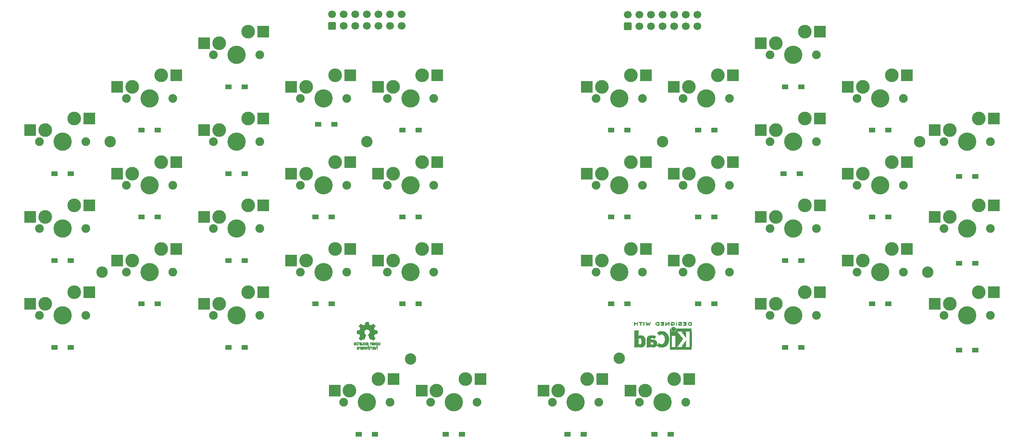
<source format=gbs>
%TF.GenerationSoftware,KiCad,Pcbnew,(6.0.6-1)-1*%
%TF.CreationDate,2022-07-19T11:22:44+08:00*%
%TF.ProjectId,34a,3334612e-6b69-4636-9164-5f7063625858,3.1*%
%TF.SameCoordinates,PX7616b68PY48ab840*%
%TF.FileFunction,Soldermask,Bot*%
%TF.FilePolarity,Negative*%
%FSLAX46Y46*%
G04 Gerber Fmt 4.6, Leading zero omitted, Abs format (unit mm)*
G04 Created by KiCad (PCBNEW (6.0.6-1)-1) date 2022-07-19 11:22:44*
%MOMM*%
%LPD*%
G01*
G04 APERTURE LIST*
G04 Aperture macros list*
%AMRoundRect*
0 Rectangle with rounded corners*
0 $1 Rounding radius*
0 $2 $3 $4 $5 $6 $7 $8 $9 X,Y pos of 4 corners*
0 Add a 4 corners polygon primitive as box body*
4,1,4,$2,$3,$4,$5,$6,$7,$8,$9,$2,$3,0*
0 Add four circle primitives for the rounded corners*
1,1,$1+$1,$2,$3*
1,1,$1+$1,$4,$5*
1,1,$1+$1,$6,$7*
1,1,$1+$1,$8,$9*
0 Add four rect primitives between the rounded corners*
20,1,$1+$1,$2,$3,$4,$5,0*
20,1,$1+$1,$4,$5,$6,$7,0*
20,1,$1+$1,$6,$7,$8,$9,0*
20,1,$1+$1,$8,$9,$2,$3,0*%
G04 Aperture macros list end*
%ADD10C,0.010000*%
%ADD11C,1.900000*%
%ADD12C,3.000000*%
%ADD13C,4.000000*%
%ADD14R,2.550000X2.500000*%
%ADD15C,2.500000*%
%ADD16RoundRect,0.250000X0.600000X-0.600000X0.600000X0.600000X-0.600000X0.600000X-0.600000X-0.600000X0*%
%ADD17C,1.700000*%
%ADD18R,1.400000X1.000000*%
G04 APERTURE END LIST*
%TO.C,REF\u002A\u002A*%
G36*
X64955420Y-39578452D02*
G01*
X64960369Y-39585136D01*
X64966213Y-39595707D01*
X64970674Y-39609794D01*
X64973938Y-39630119D01*
X64976191Y-39659406D01*
X64977619Y-39700378D01*
X64978409Y-39755758D01*
X64978746Y-39828269D01*
X64978817Y-39920635D01*
X64978788Y-39986552D01*
X64978556Y-40064869D01*
X64977936Y-40125137D01*
X64976743Y-40170034D01*
X64974796Y-40202243D01*
X64971911Y-40224441D01*
X64967905Y-40239310D01*
X64962596Y-40249530D01*
X64955800Y-40257779D01*
X64951285Y-40262436D01*
X64943055Y-40268923D01*
X64931695Y-40273835D01*
X64914427Y-40277390D01*
X64888472Y-40279808D01*
X64851053Y-40281308D01*
X64799390Y-40282108D01*
X64730706Y-40282428D01*
X64642223Y-40282486D01*
X64622548Y-40282479D01*
X64535523Y-40282213D01*
X64467871Y-40281447D01*
X64416916Y-40280033D01*
X64379984Y-40277821D01*
X64354400Y-40274663D01*
X64337488Y-40270410D01*
X64326574Y-40264912D01*
X64316081Y-40254926D01*
X64302820Y-40223809D01*
X64304003Y-40187921D01*
X64320167Y-40156374D01*
X64322356Y-40154098D01*
X64331044Y-40147830D01*
X64344386Y-40143164D01*
X64365369Y-40139868D01*
X64396980Y-40137709D01*
X64442207Y-40136455D01*
X64504037Y-40135872D01*
X64585456Y-40135730D01*
X64832062Y-40135730D01*
X64832062Y-39977686D01*
X64669623Y-39977686D01*
X64633955Y-39977605D01*
X64578185Y-39976808D01*
X64539047Y-39974803D01*
X64512593Y-39971162D01*
X64494876Y-39965453D01*
X64481946Y-39957248D01*
X64478303Y-39954064D01*
X64459895Y-39923089D01*
X64459261Y-39886753D01*
X64476800Y-39853134D01*
X64476862Y-39853065D01*
X64486533Y-39844439D01*
X64499826Y-39838383D01*
X64520534Y-39834452D01*
X64552445Y-39832197D01*
X64599351Y-39831172D01*
X64665041Y-39830930D01*
X64833188Y-39830930D01*
X64829803Y-39766019D01*
X64826417Y-39701108D01*
X64584340Y-39698055D01*
X64559324Y-39697727D01*
X64477704Y-39696247D01*
X64415385Y-39693863D01*
X64369771Y-39689868D01*
X64338269Y-39683554D01*
X64318284Y-39674215D01*
X64307221Y-39661144D01*
X64302486Y-39643633D01*
X64301484Y-39620976D01*
X64301490Y-39618611D01*
X64302644Y-39598580D01*
X64307441Y-39582787D01*
X64318249Y-39570731D01*
X64337434Y-39561908D01*
X64367362Y-39555816D01*
X64410400Y-39551952D01*
X64468916Y-39549815D01*
X64545274Y-39548901D01*
X64641843Y-39548708D01*
X64932023Y-39548708D01*
X64955420Y-39578452D01*
G37*
D10*
X64955420Y-39578452D02*
X64960369Y-39585136D01*
X64966213Y-39595707D01*
X64970674Y-39609794D01*
X64973938Y-39630119D01*
X64976191Y-39659406D01*
X64977619Y-39700378D01*
X64978409Y-39755758D01*
X64978746Y-39828269D01*
X64978817Y-39920635D01*
X64978788Y-39986552D01*
X64978556Y-40064869D01*
X64977936Y-40125137D01*
X64976743Y-40170034D01*
X64974796Y-40202243D01*
X64971911Y-40224441D01*
X64967905Y-40239310D01*
X64962596Y-40249530D01*
X64955800Y-40257779D01*
X64951285Y-40262436D01*
X64943055Y-40268923D01*
X64931695Y-40273835D01*
X64914427Y-40277390D01*
X64888472Y-40279808D01*
X64851053Y-40281308D01*
X64799390Y-40282108D01*
X64730706Y-40282428D01*
X64642223Y-40282486D01*
X64622548Y-40282479D01*
X64535523Y-40282213D01*
X64467871Y-40281447D01*
X64416916Y-40280033D01*
X64379984Y-40277821D01*
X64354400Y-40274663D01*
X64337488Y-40270410D01*
X64326574Y-40264912D01*
X64316081Y-40254926D01*
X64302820Y-40223809D01*
X64304003Y-40187921D01*
X64320167Y-40156374D01*
X64322356Y-40154098D01*
X64331044Y-40147830D01*
X64344386Y-40143164D01*
X64365369Y-40139868D01*
X64396980Y-40137709D01*
X64442207Y-40136455D01*
X64504037Y-40135872D01*
X64585456Y-40135730D01*
X64832062Y-40135730D01*
X64832062Y-39977686D01*
X64669623Y-39977686D01*
X64633955Y-39977605D01*
X64578185Y-39976808D01*
X64539047Y-39974803D01*
X64512593Y-39971162D01*
X64494876Y-39965453D01*
X64481946Y-39957248D01*
X64478303Y-39954064D01*
X64459895Y-39923089D01*
X64459261Y-39886753D01*
X64476800Y-39853134D01*
X64476862Y-39853065D01*
X64486533Y-39844439D01*
X64499826Y-39838383D01*
X64520534Y-39834452D01*
X64552445Y-39832197D01*
X64599351Y-39831172D01*
X64665041Y-39830930D01*
X64833188Y-39830930D01*
X64829803Y-39766019D01*
X64826417Y-39701108D01*
X64584340Y-39698055D01*
X64559324Y-39697727D01*
X64477704Y-39696247D01*
X64415385Y-39693863D01*
X64369771Y-39689868D01*
X64338269Y-39683554D01*
X64318284Y-39674215D01*
X64307221Y-39661144D01*
X64302486Y-39643633D01*
X64301484Y-39620976D01*
X64301490Y-39618611D01*
X64302644Y-39598580D01*
X64307441Y-39582787D01*
X64318249Y-39570731D01*
X64337434Y-39561908D01*
X64367362Y-39555816D01*
X64410400Y-39551952D01*
X64468916Y-39549815D01*
X64545274Y-39548901D01*
X64641843Y-39548708D01*
X64932023Y-39548708D01*
X64955420Y-39578452D01*
G36*
X68616470Y-39549577D02*
G01*
X68682717Y-39555007D01*
X68738017Y-39564605D01*
X68788900Y-39579466D01*
X68860212Y-39612599D01*
X68911369Y-39655281D01*
X68942192Y-39707346D01*
X68952506Y-39768624D01*
X68951569Y-39799873D01*
X68945777Y-39824670D01*
X68930970Y-39846340D01*
X68902997Y-39873690D01*
X68895019Y-39881019D01*
X68871309Y-39901922D01*
X68848915Y-39918892D01*
X68824882Y-39932846D01*
X68796254Y-39944697D01*
X68760077Y-39955361D01*
X68713397Y-39965752D01*
X68653258Y-39976787D01*
X68576707Y-39989379D01*
X68480788Y-40004445D01*
X68462425Y-40007479D01*
X68400095Y-40021099D01*
X68354877Y-40036833D01*
X68328593Y-40053904D01*
X68323064Y-40071538D01*
X68325685Y-40075809D01*
X68343617Y-40090874D01*
X68371743Y-40107508D01*
X68384543Y-40113498D01*
X68405841Y-40120691D01*
X68432227Y-40125468D01*
X68468071Y-40128287D01*
X68517745Y-40129605D01*
X68585617Y-40129878D01*
X68603402Y-40129805D01*
X68671023Y-40128694D01*
X68735962Y-40126469D01*
X68791587Y-40123403D01*
X68831268Y-40119768D01*
X68866779Y-40115700D01*
X68896032Y-40114917D01*
X68914932Y-40119517D01*
X68930046Y-40130192D01*
X68933702Y-40133785D01*
X68950044Y-40165559D01*
X68948724Y-40201213D01*
X68929767Y-40231831D01*
X68909397Y-40243437D01*
X68873413Y-40256132D01*
X68830989Y-40266182D01*
X68827539Y-40266781D01*
X68784869Y-40271997D01*
X68727483Y-40276371D01*
X68662466Y-40279459D01*
X68596906Y-40280818D01*
X68580674Y-40280859D01*
X68482361Y-40278382D01*
X68402309Y-40270376D01*
X68337130Y-40255844D01*
X68283434Y-40233790D01*
X68237833Y-40203217D01*
X68196940Y-40163127D01*
X68176819Y-40136900D01*
X68165193Y-40107353D01*
X68162284Y-40067636D01*
X68162425Y-40055667D01*
X68166298Y-40022986D01*
X68178682Y-39996460D01*
X68203847Y-39965612D01*
X68225059Y-39943472D01*
X68251455Y-39920926D01*
X68281172Y-39902558D01*
X68317402Y-39887302D01*
X68363334Y-39874090D01*
X68422161Y-39861855D01*
X68497073Y-39849530D01*
X68591262Y-39836047D01*
X68636574Y-39829037D01*
X68704528Y-39814478D01*
X68753664Y-39797978D01*
X68783231Y-39780080D01*
X68792481Y-39761326D01*
X68780665Y-39742256D01*
X68747033Y-39723412D01*
X68743987Y-39722198D01*
X68697628Y-39710120D01*
X68634978Y-39701920D01*
X68561544Y-39697760D01*
X68482834Y-39697802D01*
X68404356Y-39702210D01*
X68331617Y-39711146D01*
X68327690Y-39711795D01*
X68278874Y-39719502D01*
X68246622Y-39723114D01*
X68225625Y-39722517D01*
X68210571Y-39717595D01*
X68196151Y-39708237D01*
X68194981Y-39707366D01*
X68170464Y-39676992D01*
X68165671Y-39641491D01*
X68181477Y-39606910D01*
X68186023Y-39602454D01*
X68215637Y-39587314D01*
X68262619Y-39574191D01*
X68322923Y-39563391D01*
X68392505Y-39555222D01*
X68467320Y-39549992D01*
X68543323Y-39548008D01*
X68616470Y-39549577D01*
G37*
X68616470Y-39549577D02*
X68682717Y-39555007D01*
X68738017Y-39564605D01*
X68788900Y-39579466D01*
X68860212Y-39612599D01*
X68911369Y-39655281D01*
X68942192Y-39707346D01*
X68952506Y-39768624D01*
X68951569Y-39799873D01*
X68945777Y-39824670D01*
X68930970Y-39846340D01*
X68902997Y-39873690D01*
X68895019Y-39881019D01*
X68871309Y-39901922D01*
X68848915Y-39918892D01*
X68824882Y-39932846D01*
X68796254Y-39944697D01*
X68760077Y-39955361D01*
X68713397Y-39965752D01*
X68653258Y-39976787D01*
X68576707Y-39989379D01*
X68480788Y-40004445D01*
X68462425Y-40007479D01*
X68400095Y-40021099D01*
X68354877Y-40036833D01*
X68328593Y-40053904D01*
X68323064Y-40071538D01*
X68325685Y-40075809D01*
X68343617Y-40090874D01*
X68371743Y-40107508D01*
X68384543Y-40113498D01*
X68405841Y-40120691D01*
X68432227Y-40125468D01*
X68468071Y-40128287D01*
X68517745Y-40129605D01*
X68585617Y-40129878D01*
X68603402Y-40129805D01*
X68671023Y-40128694D01*
X68735962Y-40126469D01*
X68791587Y-40123403D01*
X68831268Y-40119768D01*
X68866779Y-40115700D01*
X68896032Y-40114917D01*
X68914932Y-40119517D01*
X68930046Y-40130192D01*
X68933702Y-40133785D01*
X68950044Y-40165559D01*
X68948724Y-40201213D01*
X68929767Y-40231831D01*
X68909397Y-40243437D01*
X68873413Y-40256132D01*
X68830989Y-40266182D01*
X68827539Y-40266781D01*
X68784869Y-40271997D01*
X68727483Y-40276371D01*
X68662466Y-40279459D01*
X68596906Y-40280818D01*
X68580674Y-40280859D01*
X68482361Y-40278382D01*
X68402309Y-40270376D01*
X68337130Y-40255844D01*
X68283434Y-40233790D01*
X68237833Y-40203217D01*
X68196940Y-40163127D01*
X68176819Y-40136900D01*
X68165193Y-40107353D01*
X68162284Y-40067636D01*
X68162425Y-40055667D01*
X68166298Y-40022986D01*
X68178682Y-39996460D01*
X68203847Y-39965612D01*
X68225059Y-39943472D01*
X68251455Y-39920926D01*
X68281172Y-39902558D01*
X68317402Y-39887302D01*
X68363334Y-39874090D01*
X68422161Y-39861855D01*
X68497073Y-39849530D01*
X68591262Y-39836047D01*
X68636574Y-39829037D01*
X68704528Y-39814478D01*
X68753664Y-39797978D01*
X68783231Y-39780080D01*
X68792481Y-39761326D01*
X68780665Y-39742256D01*
X68747033Y-39723412D01*
X68743987Y-39722198D01*
X68697628Y-39710120D01*
X68634978Y-39701920D01*
X68561544Y-39697760D01*
X68482834Y-39697802D01*
X68404356Y-39702210D01*
X68331617Y-39711146D01*
X68327690Y-39711795D01*
X68278874Y-39719502D01*
X68246622Y-39723114D01*
X68225625Y-39722517D01*
X68210571Y-39717595D01*
X68196151Y-39708237D01*
X68194981Y-39707366D01*
X68170464Y-39676992D01*
X68165671Y-39641491D01*
X68181477Y-39606910D01*
X68186023Y-39602454D01*
X68215637Y-39587314D01*
X68262619Y-39574191D01*
X68322923Y-39563391D01*
X68392505Y-39555222D01*
X68467320Y-39549992D01*
X68543323Y-39548008D01*
X68616470Y-39549577D01*
G36*
X67761754Y-39553104D02*
G01*
X67795908Y-39576417D01*
X67823617Y-39604126D01*
X67823617Y-39917178D01*
X67823576Y-40001208D01*
X67823318Y-40075430D01*
X67822647Y-40132182D01*
X67821369Y-40174153D01*
X67819290Y-40204030D01*
X67816216Y-40224502D01*
X67811951Y-40238255D01*
X67806301Y-40247978D01*
X67799072Y-40256358D01*
X67767608Y-40277822D01*
X67732443Y-40279588D01*
X67699439Y-40259908D01*
X67694133Y-40254039D01*
X67688683Y-40244955D01*
X67684517Y-40231614D01*
X67681463Y-40211398D01*
X67679349Y-40181690D01*
X67678003Y-40139873D01*
X67677255Y-40083330D01*
X67676931Y-40009443D01*
X67676862Y-39915597D01*
X67676901Y-39839935D01*
X67677156Y-39762026D01*
X67677800Y-39702016D01*
X67679004Y-39657289D01*
X67680941Y-39625226D01*
X67683781Y-39603212D01*
X67687696Y-39588628D01*
X67692859Y-39578859D01*
X67699439Y-39571286D01*
X67728623Y-39552264D01*
X67761754Y-39553104D01*
G37*
X67761754Y-39553104D02*
X67795908Y-39576417D01*
X67823617Y-39604126D01*
X67823617Y-39917178D01*
X67823576Y-40001208D01*
X67823318Y-40075430D01*
X67822647Y-40132182D01*
X67821369Y-40174153D01*
X67819290Y-40204030D01*
X67816216Y-40224502D01*
X67811951Y-40238255D01*
X67806301Y-40247978D01*
X67799072Y-40256358D01*
X67767608Y-40277822D01*
X67732443Y-40279588D01*
X67699439Y-40259908D01*
X67694133Y-40254039D01*
X67688683Y-40244955D01*
X67684517Y-40231614D01*
X67681463Y-40211398D01*
X67679349Y-40181690D01*
X67678003Y-40139873D01*
X67677255Y-40083330D01*
X67676931Y-40009443D01*
X67676862Y-39915597D01*
X67676901Y-39839935D01*
X67677156Y-39762026D01*
X67677800Y-39702016D01*
X67679004Y-39657289D01*
X67680941Y-39625226D01*
X67683781Y-39603212D01*
X67687696Y-39588628D01*
X67692859Y-39578859D01*
X67699439Y-39571286D01*
X67728623Y-39552264D01*
X67761754Y-39553104D01*
G36*
X59931384Y-39548709D02*
G01*
X60025507Y-39548799D01*
X60100022Y-39549139D01*
X60157428Y-39549880D01*
X60200228Y-39551176D01*
X60230921Y-39553178D01*
X60252008Y-39556037D01*
X60265990Y-39559907D01*
X60275367Y-39564939D01*
X60282639Y-39571286D01*
X60301445Y-39604003D01*
X60302892Y-39641580D01*
X60286534Y-39674819D01*
X60285174Y-39676272D01*
X60273971Y-39684633D01*
X60256869Y-39690188D01*
X60229699Y-39693481D01*
X60188295Y-39695059D01*
X60128490Y-39695463D01*
X59989128Y-39695463D01*
X59989128Y-39959230D01*
X59989053Y-40035058D01*
X59988645Y-40101724D01*
X59987663Y-40151508D01*
X59985867Y-40187425D01*
X59983016Y-40212491D01*
X59978870Y-40229722D01*
X59973188Y-40242133D01*
X59965731Y-40252741D01*
X59963441Y-40255547D01*
X59932263Y-40278189D01*
X59897883Y-40279753D01*
X59864951Y-40259908D01*
X59857972Y-40251832D01*
X59852500Y-40241234D01*
X59848480Y-40225390D01*
X59845689Y-40201414D01*
X59843905Y-40166415D01*
X59842906Y-40117505D01*
X59842469Y-40051795D01*
X59842373Y-39966397D01*
X59842373Y-39695463D01*
X59696437Y-39695463D01*
X59685337Y-39695462D01*
X59628819Y-39695237D01*
X59589975Y-39694098D01*
X59564582Y-39691298D01*
X59548421Y-39686091D01*
X59537269Y-39677730D01*
X59526906Y-39665467D01*
X59511058Y-39634779D01*
X59514160Y-39600999D01*
X59539804Y-39568463D01*
X59544746Y-39564746D01*
X59554955Y-39559910D01*
X59570381Y-39556147D01*
X59593503Y-39553324D01*
X59626800Y-39551311D01*
X59672754Y-39549974D01*
X59733845Y-39549183D01*
X59812552Y-39548804D01*
X59911357Y-39548708D01*
X59931384Y-39548709D01*
G37*
X59931384Y-39548709D02*
X60025507Y-39548799D01*
X60100022Y-39549139D01*
X60157428Y-39549880D01*
X60200228Y-39551176D01*
X60230921Y-39553178D01*
X60252008Y-39556037D01*
X60265990Y-39559907D01*
X60275367Y-39564939D01*
X60282639Y-39571286D01*
X60301445Y-39604003D01*
X60302892Y-39641580D01*
X60286534Y-39674819D01*
X60285174Y-39676272D01*
X60273971Y-39684633D01*
X60256869Y-39690188D01*
X60229699Y-39693481D01*
X60188295Y-39695059D01*
X60128490Y-39695463D01*
X59989128Y-39695463D01*
X59989128Y-39959230D01*
X59989053Y-40035058D01*
X59988645Y-40101724D01*
X59987663Y-40151508D01*
X59985867Y-40187425D01*
X59983016Y-40212491D01*
X59978870Y-40229722D01*
X59973188Y-40242133D01*
X59965731Y-40252741D01*
X59963441Y-40255547D01*
X59932263Y-40278189D01*
X59897883Y-40279753D01*
X59864951Y-40259908D01*
X59857972Y-40251832D01*
X59852500Y-40241234D01*
X59848480Y-40225390D01*
X59845689Y-40201414D01*
X59843905Y-40166415D01*
X59842906Y-40117505D01*
X59842469Y-40051795D01*
X59842373Y-39966397D01*
X59842373Y-39695463D01*
X59696437Y-39695463D01*
X59685337Y-39695462D01*
X59628819Y-39695237D01*
X59589975Y-39694098D01*
X59564582Y-39691298D01*
X59548421Y-39686091D01*
X59537269Y-39677730D01*
X59526906Y-39665467D01*
X59511058Y-39634779D01*
X59514160Y-39600999D01*
X59539804Y-39568463D01*
X59544746Y-39564746D01*
X59554955Y-39559910D01*
X59570381Y-39556147D01*
X59593503Y-39553324D01*
X59626800Y-39551311D01*
X59672754Y-39549974D01*
X59733845Y-39549183D01*
X59812552Y-39548804D01*
X59911357Y-39548708D01*
X59931384Y-39548709D01*
G36*
X60631023Y-39554590D02*
G01*
X60656744Y-39570288D01*
X60683395Y-39591868D01*
X60683395Y-40239325D01*
X60656744Y-40260905D01*
X60625384Y-40278380D01*
X60589583Y-40279216D01*
X60558145Y-40258723D01*
X60554269Y-40254057D01*
X60548803Y-40244590D01*
X60544596Y-40230908D01*
X60541484Y-40210389D01*
X60539304Y-40180409D01*
X60537893Y-40138345D01*
X60537088Y-40081573D01*
X60536724Y-40007471D01*
X60536639Y-39913414D01*
X60536639Y-39591868D01*
X60563290Y-39570288D01*
X60587003Y-39555518D01*
X60610017Y-39548708D01*
X60631023Y-39554590D01*
G37*
X60631023Y-39554590D02*
X60656744Y-39570288D01*
X60683395Y-39591868D01*
X60683395Y-40239325D01*
X60656744Y-40260905D01*
X60625384Y-40278380D01*
X60589583Y-40279216D01*
X60558145Y-40258723D01*
X60554269Y-40254057D01*
X60548803Y-40244590D01*
X60544596Y-40230908D01*
X60541484Y-40210389D01*
X60539304Y-40180409D01*
X60537893Y-40138345D01*
X60537088Y-40081573D01*
X60536724Y-40007471D01*
X60536639Y-39913414D01*
X60536639Y-39591868D01*
X60563290Y-39570288D01*
X60587003Y-39555518D01*
X60610017Y-39548708D01*
X60631023Y-39554590D01*
G36*
X59255351Y-39571286D02*
G01*
X59260983Y-39577476D01*
X59266073Y-39585682D01*
X59270160Y-39597458D01*
X59273338Y-39614917D01*
X59275704Y-39640171D01*
X59277355Y-39675331D01*
X59278386Y-39722510D01*
X59278894Y-39783818D01*
X59278976Y-39861368D01*
X59278726Y-39957272D01*
X59278242Y-40073641D01*
X59278174Y-40087816D01*
X59277588Y-40149578D01*
X59276265Y-40193261D01*
X59273720Y-40222642D01*
X59269465Y-40241496D01*
X59263013Y-40253600D01*
X59253879Y-40262730D01*
X59220421Y-40280147D01*
X59185473Y-40277245D01*
X59154570Y-40252741D01*
X59145561Y-40239538D01*
X59138109Y-40221002D01*
X59133741Y-40194974D01*
X59131686Y-40156428D01*
X59131173Y-40100341D01*
X59131173Y-39977686D01*
X58634462Y-39977686D01*
X58634462Y-40112512D01*
X58634389Y-40148303D01*
X58633626Y-40194633D01*
X58631450Y-40225167D01*
X58627153Y-40244198D01*
X58620029Y-40256015D01*
X58609372Y-40264912D01*
X58577121Y-40279982D01*
X58541834Y-40277314D01*
X58511103Y-40252741D01*
X58506448Y-40246486D01*
X58500512Y-40235962D01*
X58495981Y-40222032D01*
X58492665Y-40201958D01*
X58490376Y-40173001D01*
X58488925Y-40132421D01*
X58488122Y-40077481D01*
X58487779Y-40005440D01*
X58487706Y-39913561D01*
X58487706Y-39604126D01*
X58515415Y-39576417D01*
X58546794Y-39554174D01*
X58580023Y-39551485D01*
X58611884Y-39571286D01*
X58620170Y-39581056D01*
X58627582Y-39596948D01*
X58631919Y-39620916D01*
X58633955Y-39657789D01*
X58634462Y-39712397D01*
X58634462Y-39830930D01*
X59131173Y-39830930D01*
X59131173Y-39715417D01*
X59131611Y-39663719D01*
X59133575Y-39629195D01*
X59138091Y-39606619D01*
X59146184Y-39590767D01*
X59158882Y-39576417D01*
X59190260Y-39554174D01*
X59223489Y-39551485D01*
X59255351Y-39571286D01*
G37*
X59255351Y-39571286D02*
X59260983Y-39577476D01*
X59266073Y-39585682D01*
X59270160Y-39597458D01*
X59273338Y-39614917D01*
X59275704Y-39640171D01*
X59277355Y-39675331D01*
X59278386Y-39722510D01*
X59278894Y-39783818D01*
X59278976Y-39861368D01*
X59278726Y-39957272D01*
X59278242Y-40073641D01*
X59278174Y-40087816D01*
X59277588Y-40149578D01*
X59276265Y-40193261D01*
X59273720Y-40222642D01*
X59269465Y-40241496D01*
X59263013Y-40253600D01*
X59253879Y-40262730D01*
X59220421Y-40280147D01*
X59185473Y-40277245D01*
X59154570Y-40252741D01*
X59145561Y-40239538D01*
X59138109Y-40221002D01*
X59133741Y-40194974D01*
X59131686Y-40156428D01*
X59131173Y-40100341D01*
X59131173Y-39977686D01*
X58634462Y-39977686D01*
X58634462Y-40112512D01*
X58634389Y-40148303D01*
X58633626Y-40194633D01*
X58631450Y-40225167D01*
X58627153Y-40244198D01*
X58620029Y-40256015D01*
X58609372Y-40264912D01*
X58577121Y-40279982D01*
X58541834Y-40277314D01*
X58511103Y-40252741D01*
X58506448Y-40246486D01*
X58500512Y-40235962D01*
X58495981Y-40222032D01*
X58492665Y-40201958D01*
X58490376Y-40173001D01*
X58488925Y-40132421D01*
X58488122Y-40077481D01*
X58487779Y-40005440D01*
X58487706Y-39913561D01*
X58487706Y-39604126D01*
X58515415Y-39576417D01*
X58546794Y-39554174D01*
X58580023Y-39551485D01*
X58611884Y-39571286D01*
X58620170Y-39581056D01*
X58627582Y-39596948D01*
X58631919Y-39620916D01*
X58633955Y-39657789D01*
X58634462Y-39712397D01*
X58634462Y-39830930D01*
X59131173Y-39830930D01*
X59131173Y-39715417D01*
X59131611Y-39663719D01*
X59133575Y-39629195D01*
X59138091Y-39606619D01*
X59146184Y-39590767D01*
X59158882Y-39576417D01*
X59190260Y-39554174D01*
X59223489Y-39551485D01*
X59255351Y-39571286D01*
G36*
X66107510Y-39547533D02*
G01*
X66118918Y-39553670D01*
X66129467Y-39564332D01*
X66140753Y-39578452D01*
X66145206Y-39584413D01*
X66151205Y-39594909D01*
X66155784Y-39608734D01*
X66159136Y-39628639D01*
X66161450Y-39657373D01*
X66162918Y-39697686D01*
X66163730Y-39752328D01*
X66164077Y-39824048D01*
X66164151Y-39915597D01*
X66164128Y-39974127D01*
X66163909Y-40053214D01*
X66163300Y-40114157D01*
X66162109Y-40159703D01*
X66160146Y-40192604D01*
X66157220Y-40215609D01*
X66153140Y-40231467D01*
X66147714Y-40242927D01*
X66140753Y-40252741D01*
X66110325Y-40277134D01*
X66075382Y-40280013D01*
X66038401Y-40260923D01*
X66034217Y-40257448D01*
X66026041Y-40248920D01*
X66019981Y-40237369D01*
X66015598Y-40219537D01*
X66012456Y-40192165D01*
X66010119Y-40151995D01*
X66008148Y-40095769D01*
X66006106Y-40020230D01*
X66000462Y-39801099D01*
X65735173Y-40041740D01*
X65661339Y-40108516D01*
X65596159Y-40166632D01*
X65543965Y-40211590D01*
X65502890Y-40244512D01*
X65471072Y-40266520D01*
X65446643Y-40278735D01*
X65427741Y-40282280D01*
X65412500Y-40278277D01*
X65399056Y-40267848D01*
X65385544Y-40252115D01*
X65379299Y-40243632D01*
X65373667Y-40233054D01*
X65369456Y-40218896D01*
X65366504Y-40198444D01*
X65364649Y-40168983D01*
X65363730Y-40127802D01*
X65363585Y-40072185D01*
X65364052Y-39999420D01*
X65364969Y-39906792D01*
X65368284Y-39591840D01*
X65394935Y-39570274D01*
X65421000Y-39554082D01*
X65453858Y-39551311D01*
X65488389Y-39570264D01*
X65492701Y-39573849D01*
X65500833Y-39582378D01*
X65506862Y-39593970D01*
X65511223Y-39611876D01*
X65514351Y-39639347D01*
X65516680Y-39679635D01*
X65518646Y-39735992D01*
X65520684Y-39811670D01*
X65526328Y-40031519D01*
X65706951Y-39867725D01*
X65793689Y-39789092D01*
X65869460Y-39720699D01*
X65931597Y-39665349D01*
X65981695Y-39621979D01*
X66021352Y-39589522D01*
X66052165Y-39566914D01*
X66075731Y-39553089D01*
X66093647Y-39546984D01*
X66107510Y-39547533D01*
G37*
X66107510Y-39547533D02*
X66118918Y-39553670D01*
X66129467Y-39564332D01*
X66140753Y-39578452D01*
X66145206Y-39584413D01*
X66151205Y-39594909D01*
X66155784Y-39608734D01*
X66159136Y-39628639D01*
X66161450Y-39657373D01*
X66162918Y-39697686D01*
X66163730Y-39752328D01*
X66164077Y-39824048D01*
X66164151Y-39915597D01*
X66164128Y-39974127D01*
X66163909Y-40053214D01*
X66163300Y-40114157D01*
X66162109Y-40159703D01*
X66160146Y-40192604D01*
X66157220Y-40215609D01*
X66153140Y-40231467D01*
X66147714Y-40242927D01*
X66140753Y-40252741D01*
X66110325Y-40277134D01*
X66075382Y-40280013D01*
X66038401Y-40260923D01*
X66034217Y-40257448D01*
X66026041Y-40248920D01*
X66019981Y-40237369D01*
X66015598Y-40219537D01*
X66012456Y-40192165D01*
X66010119Y-40151995D01*
X66008148Y-40095769D01*
X66006106Y-40020230D01*
X66000462Y-39801099D01*
X65735173Y-40041740D01*
X65661339Y-40108516D01*
X65596159Y-40166632D01*
X65543965Y-40211590D01*
X65502890Y-40244512D01*
X65471072Y-40266520D01*
X65446643Y-40278735D01*
X65427741Y-40282280D01*
X65412500Y-40278277D01*
X65399056Y-40267848D01*
X65385544Y-40252115D01*
X65379299Y-40243632D01*
X65373667Y-40233054D01*
X65369456Y-40218896D01*
X65366504Y-40198444D01*
X65364649Y-40168983D01*
X65363730Y-40127802D01*
X65363585Y-40072185D01*
X65364052Y-39999420D01*
X65364969Y-39906792D01*
X65368284Y-39591840D01*
X65394935Y-39570274D01*
X65421000Y-39554082D01*
X65453858Y-39551311D01*
X65488389Y-39570264D01*
X65492701Y-39573849D01*
X65500833Y-39582378D01*
X65506862Y-39593970D01*
X65511223Y-39611876D01*
X65514351Y-39639347D01*
X65516680Y-39679635D01*
X65518646Y-39735992D01*
X65520684Y-39811670D01*
X65526328Y-40031519D01*
X65706951Y-39867725D01*
X65793689Y-39789092D01*
X65869460Y-39720699D01*
X65931597Y-39665349D01*
X65981695Y-39621979D01*
X66021352Y-39589522D01*
X66052165Y-39566914D01*
X66075731Y-39553089D01*
X66093647Y-39546984D01*
X66107510Y-39547533D01*
G36*
X66904767Y-39553820D02*
G01*
X67010774Y-39570135D01*
X67104586Y-39598186D01*
X67183382Y-39637093D01*
X67244336Y-39685975D01*
X67270406Y-39718836D01*
X67299914Y-39768035D01*
X67325185Y-39821893D01*
X67342835Y-39873060D01*
X67349475Y-39914185D01*
X67347915Y-39933900D01*
X67334974Y-39985233D01*
X67311811Y-40041759D01*
X67281919Y-40095676D01*
X67248790Y-40139180D01*
X67238594Y-40149528D01*
X67171509Y-40201303D01*
X67091383Y-40241195D01*
X67005173Y-40265597D01*
X66950209Y-40273709D01*
X66856756Y-40280314D01*
X66766975Y-40278227D01*
X66684486Y-40267981D01*
X66612903Y-40250111D01*
X66555845Y-40225149D01*
X66516928Y-40193629D01*
X66515553Y-40191653D01*
X66508465Y-40166427D01*
X66504226Y-40119176D01*
X66502817Y-40049712D01*
X66503677Y-39987479D01*
X66508397Y-39940097D01*
X66520087Y-39907994D01*
X66541856Y-39888441D01*
X66576815Y-39878711D01*
X66628073Y-39876074D01*
X66698740Y-39877802D01*
X66747360Y-39880814D01*
X66797556Y-39889007D01*
X66830050Y-39903060D01*
X66847509Y-39924295D01*
X66852600Y-39954035D01*
X66852494Y-39958577D01*
X66843792Y-39993371D01*
X66819782Y-40016788D01*
X66778517Y-40029988D01*
X66718048Y-40034130D01*
X66649573Y-40034130D01*
X66649573Y-40072482D01*
X66649623Y-40081617D01*
X66651844Y-40098868D01*
X66661111Y-40109162D01*
X66682492Y-40116100D01*
X66721053Y-40123282D01*
X66726527Y-40124216D01*
X66823477Y-40134119D01*
X66913469Y-40131200D01*
X66994377Y-40116470D01*
X67064076Y-40090940D01*
X67120441Y-40055619D01*
X67161346Y-40011520D01*
X67184668Y-39959653D01*
X67188280Y-39901029D01*
X67182762Y-39872135D01*
X67156078Y-39816245D01*
X67109890Y-39770586D01*
X67044908Y-39735749D01*
X66961846Y-39712331D01*
X66937172Y-39707882D01*
X66847843Y-39697383D01*
X66768036Y-39698612D01*
X66689943Y-39711547D01*
X66654800Y-39718337D01*
X66609362Y-39719354D01*
X66578047Y-39706823D01*
X66557894Y-39680036D01*
X66551510Y-39651789D01*
X66560996Y-39620565D01*
X66570325Y-39607140D01*
X66604560Y-39583608D01*
X66657182Y-39565736D01*
X66725698Y-39554240D01*
X66807617Y-39549833D01*
X66904767Y-39553820D01*
G37*
X66904767Y-39553820D02*
X67010774Y-39570135D01*
X67104586Y-39598186D01*
X67183382Y-39637093D01*
X67244336Y-39685975D01*
X67270406Y-39718836D01*
X67299914Y-39768035D01*
X67325185Y-39821893D01*
X67342835Y-39873060D01*
X67349475Y-39914185D01*
X67347915Y-39933900D01*
X67334974Y-39985233D01*
X67311811Y-40041759D01*
X67281919Y-40095676D01*
X67248790Y-40139180D01*
X67238594Y-40149528D01*
X67171509Y-40201303D01*
X67091383Y-40241195D01*
X67005173Y-40265597D01*
X66950209Y-40273709D01*
X66856756Y-40280314D01*
X66766975Y-40278227D01*
X66684486Y-40267981D01*
X66612903Y-40250111D01*
X66555845Y-40225149D01*
X66516928Y-40193629D01*
X66515553Y-40191653D01*
X66508465Y-40166427D01*
X66504226Y-40119176D01*
X66502817Y-40049712D01*
X66503677Y-39987479D01*
X66508397Y-39940097D01*
X66520087Y-39907994D01*
X66541856Y-39888441D01*
X66576815Y-39878711D01*
X66628073Y-39876074D01*
X66698740Y-39877802D01*
X66747360Y-39880814D01*
X66797556Y-39889007D01*
X66830050Y-39903060D01*
X66847509Y-39924295D01*
X66852600Y-39954035D01*
X66852494Y-39958577D01*
X66843792Y-39993371D01*
X66819782Y-40016788D01*
X66778517Y-40029988D01*
X66718048Y-40034130D01*
X66649573Y-40034130D01*
X66649573Y-40072482D01*
X66649623Y-40081617D01*
X66651844Y-40098868D01*
X66661111Y-40109162D01*
X66682492Y-40116100D01*
X66721053Y-40123282D01*
X66726527Y-40124216D01*
X66823477Y-40134119D01*
X66913469Y-40131200D01*
X66994377Y-40116470D01*
X67064076Y-40090940D01*
X67120441Y-40055619D01*
X67161346Y-40011520D01*
X67184668Y-39959653D01*
X67188280Y-39901029D01*
X67182762Y-39872135D01*
X67156078Y-39816245D01*
X67109890Y-39770586D01*
X67044908Y-39735749D01*
X66961846Y-39712331D01*
X66937172Y-39707882D01*
X66847843Y-39697383D01*
X66768036Y-39698612D01*
X66689943Y-39711547D01*
X66654800Y-39718337D01*
X66609362Y-39719354D01*
X66578047Y-39706823D01*
X66557894Y-39680036D01*
X66551510Y-39651789D01*
X66560996Y-39620565D01*
X66570325Y-39607140D01*
X66604560Y-39583608D01*
X66657182Y-39565736D01*
X66725698Y-39554240D01*
X66807617Y-39549833D01*
X66904767Y-39553820D01*
G36*
X71052487Y-39814682D02*
G01*
X71052239Y-39915597D01*
X71052200Y-39991258D01*
X71051945Y-40069167D01*
X71051301Y-40129177D01*
X71050097Y-40173905D01*
X71048160Y-40205967D01*
X71045320Y-40227981D01*
X71041405Y-40242565D01*
X71036243Y-40252335D01*
X71029662Y-40259908D01*
X71022694Y-40266142D01*
X71009696Y-40273442D01*
X70990548Y-40278195D01*
X70961145Y-40280933D01*
X70917379Y-40282186D01*
X70855145Y-40282486D01*
X70806199Y-40282110D01*
X70699339Y-40277682D01*
X70610111Y-40267594D01*
X70535313Y-40251006D01*
X70471742Y-40227076D01*
X70416196Y-40194962D01*
X70365471Y-40153823D01*
X70359483Y-40147971D01*
X70322616Y-40099462D01*
X70291516Y-40038654D01*
X70270034Y-39974410D01*
X70264753Y-39935667D01*
X70411970Y-39935667D01*
X70430252Y-39986602D01*
X70459922Y-40032519D01*
X70506619Y-40074928D01*
X70568009Y-40104731D01*
X70647155Y-40123867D01*
X70648645Y-40124105D01*
X70697616Y-40129897D01*
X70756310Y-40134037D01*
X70812351Y-40135645D01*
X70905484Y-40135730D01*
X70905484Y-39695463D01*
X70829284Y-39695449D01*
X70826256Y-39695458D01*
X70775136Y-39697423D01*
X70715033Y-39702148D01*
X70658325Y-39708676D01*
X70608367Y-39717972D01*
X70533615Y-39744241D01*
X70476106Y-39783540D01*
X70434605Y-39836574D01*
X70413388Y-39887841D01*
X70411970Y-39935667D01*
X70264753Y-39935667D01*
X70262017Y-39915597D01*
X70263296Y-39894380D01*
X70275608Y-39836964D01*
X70298137Y-39777054D01*
X70327367Y-39723004D01*
X70359784Y-39683173D01*
X70379325Y-39666151D01*
X70434037Y-39626963D01*
X70494340Y-39596834D01*
X70563536Y-39574873D01*
X70644928Y-39560191D01*
X70741817Y-39551900D01*
X70857506Y-39549108D01*
X70896988Y-39548707D01*
X70942699Y-39548294D01*
X70978500Y-39550098D01*
X71005591Y-39556380D01*
X71025173Y-39569400D01*
X71038447Y-39591419D01*
X71046615Y-39624696D01*
X71050877Y-39671492D01*
X71051474Y-39695463D01*
X71052434Y-39734068D01*
X71052487Y-39814682D01*
G37*
X71052487Y-39814682D02*
X71052239Y-39915597D01*
X71052200Y-39991258D01*
X71051945Y-40069167D01*
X71051301Y-40129177D01*
X71050097Y-40173905D01*
X71048160Y-40205967D01*
X71045320Y-40227981D01*
X71041405Y-40242565D01*
X71036243Y-40252335D01*
X71029662Y-40259908D01*
X71022694Y-40266142D01*
X71009696Y-40273442D01*
X70990548Y-40278195D01*
X70961145Y-40280933D01*
X70917379Y-40282186D01*
X70855145Y-40282486D01*
X70806199Y-40282110D01*
X70699339Y-40277682D01*
X70610111Y-40267594D01*
X70535313Y-40251006D01*
X70471742Y-40227076D01*
X70416196Y-40194962D01*
X70365471Y-40153823D01*
X70359483Y-40147971D01*
X70322616Y-40099462D01*
X70291516Y-40038654D01*
X70270034Y-39974410D01*
X70264753Y-39935667D01*
X70411970Y-39935667D01*
X70430252Y-39986602D01*
X70459922Y-40032519D01*
X70506619Y-40074928D01*
X70568009Y-40104731D01*
X70647155Y-40123867D01*
X70648645Y-40124105D01*
X70697616Y-40129897D01*
X70756310Y-40134037D01*
X70812351Y-40135645D01*
X70905484Y-40135730D01*
X70905484Y-39695463D01*
X70829284Y-39695449D01*
X70826256Y-39695458D01*
X70775136Y-39697423D01*
X70715033Y-39702148D01*
X70658325Y-39708676D01*
X70608367Y-39717972D01*
X70533615Y-39744241D01*
X70476106Y-39783540D01*
X70434605Y-39836574D01*
X70413388Y-39887841D01*
X70411970Y-39935667D01*
X70264753Y-39935667D01*
X70262017Y-39915597D01*
X70263296Y-39894380D01*
X70275608Y-39836964D01*
X70298137Y-39777054D01*
X70327367Y-39723004D01*
X70359784Y-39683173D01*
X70379325Y-39666151D01*
X70434037Y-39626963D01*
X70494340Y-39596834D01*
X70563536Y-39574873D01*
X70644928Y-39560191D01*
X70741817Y-39551900D01*
X70857506Y-39549108D01*
X70896988Y-39548707D01*
X70942699Y-39548294D01*
X70978500Y-39550098D01*
X71005591Y-39556380D01*
X71025173Y-39569400D01*
X71038447Y-39591419D01*
X71046615Y-39624696D01*
X71050877Y-39671492D01*
X71051474Y-39695463D01*
X71052434Y-39734068D01*
X71052487Y-39814682D01*
G36*
X61065319Y-39558119D02*
G01*
X61083280Y-39576630D01*
X61103880Y-39607712D01*
X61128712Y-39653397D01*
X61159367Y-39715719D01*
X61197437Y-39796712D01*
X61212071Y-39828095D01*
X61241820Y-39891279D01*
X61267914Y-39945885D01*
X61288909Y-39988931D01*
X61303356Y-40017434D01*
X61309808Y-40028411D01*
X61311167Y-40027830D01*
X61321159Y-40013883D01*
X61338450Y-39984345D01*
X61361047Y-39942728D01*
X61386955Y-39892544D01*
X61402928Y-39861055D01*
X61431878Y-39805702D01*
X61454366Y-39766685D01*
X61472582Y-39741207D01*
X61488713Y-39726472D01*
X61504947Y-39719683D01*
X61523474Y-39718041D01*
X61533977Y-39718516D01*
X61550093Y-39722723D01*
X61565407Y-39733587D01*
X61582005Y-39753860D01*
X61601974Y-39786295D01*
X61627400Y-39833645D01*
X61660369Y-39898663D01*
X61670102Y-39917918D01*
X61694560Y-39964587D01*
X61714795Y-40000750D01*
X61728928Y-40023138D01*
X61735077Y-40028486D01*
X61736444Y-40025214D01*
X61745819Y-40004305D01*
X61762679Y-39967366D01*
X61785596Y-39917515D01*
X61813137Y-39857867D01*
X61843872Y-39791539D01*
X61870587Y-39734318D01*
X61900210Y-39672329D01*
X61923281Y-39626590D01*
X61941260Y-39594549D01*
X61955607Y-39573655D01*
X61967783Y-39561359D01*
X61979249Y-39555107D01*
X61988659Y-39552215D01*
X62013764Y-39552066D01*
X62040907Y-39567409D01*
X62042207Y-39568394D01*
X62064291Y-39591029D01*
X62075340Y-39613254D01*
X62075386Y-39613894D01*
X62070845Y-39631556D01*
X62057981Y-39666122D01*
X62038222Y-39714467D01*
X62012998Y-39773466D01*
X61983736Y-39839996D01*
X61951867Y-39910932D01*
X61918818Y-39983148D01*
X61886018Y-40053521D01*
X61854897Y-40118926D01*
X61826882Y-40176238D01*
X61803403Y-40222333D01*
X61785889Y-40254087D01*
X61775768Y-40268374D01*
X61741360Y-40281743D01*
X61699663Y-40275382D01*
X61694298Y-40270685D01*
X61678469Y-40248534D01*
X61656267Y-40211773D01*
X61629850Y-40164056D01*
X61601377Y-40109034D01*
X61521603Y-39949791D01*
X61448416Y-40096383D01*
X61438720Y-40115673D01*
X61411742Y-40168021D01*
X61387713Y-40212811D01*
X61368949Y-40245795D01*
X61357763Y-40262730D01*
X61356617Y-40263973D01*
X61328496Y-40279260D01*
X61293434Y-40280943D01*
X61262393Y-40268374D01*
X61259967Y-40265525D01*
X61247707Y-40244900D01*
X61227969Y-40207349D01*
X61202065Y-40155521D01*
X61171302Y-40092064D01*
X61136992Y-40019626D01*
X61100442Y-39940857D01*
X61080202Y-39896734D01*
X61043429Y-39816006D01*
X61014972Y-39752328D01*
X60993948Y-39703393D01*
X60979471Y-39666898D01*
X60970656Y-39640536D01*
X60966621Y-39622002D01*
X60966479Y-39608993D01*
X60969347Y-39599202D01*
X60984004Y-39578319D01*
X61010607Y-39558018D01*
X61011362Y-39557676D01*
X61030952Y-39550675D01*
X61048407Y-39550145D01*
X61065319Y-39558119D01*
G37*
X61065319Y-39558119D02*
X61083280Y-39576630D01*
X61103880Y-39607712D01*
X61128712Y-39653397D01*
X61159367Y-39715719D01*
X61197437Y-39796712D01*
X61212071Y-39828095D01*
X61241820Y-39891279D01*
X61267914Y-39945885D01*
X61288909Y-39988931D01*
X61303356Y-40017434D01*
X61309808Y-40028411D01*
X61311167Y-40027830D01*
X61321159Y-40013883D01*
X61338450Y-39984345D01*
X61361047Y-39942728D01*
X61386955Y-39892544D01*
X61402928Y-39861055D01*
X61431878Y-39805702D01*
X61454366Y-39766685D01*
X61472582Y-39741207D01*
X61488713Y-39726472D01*
X61504947Y-39719683D01*
X61523474Y-39718041D01*
X61533977Y-39718516D01*
X61550093Y-39722723D01*
X61565407Y-39733587D01*
X61582005Y-39753860D01*
X61601974Y-39786295D01*
X61627400Y-39833645D01*
X61660369Y-39898663D01*
X61670102Y-39917918D01*
X61694560Y-39964587D01*
X61714795Y-40000750D01*
X61728928Y-40023138D01*
X61735077Y-40028486D01*
X61736444Y-40025214D01*
X61745819Y-40004305D01*
X61762679Y-39967366D01*
X61785596Y-39917515D01*
X61813137Y-39857867D01*
X61843872Y-39791539D01*
X61870587Y-39734318D01*
X61900210Y-39672329D01*
X61923281Y-39626590D01*
X61941260Y-39594549D01*
X61955607Y-39573655D01*
X61967783Y-39561359D01*
X61979249Y-39555107D01*
X61988659Y-39552215D01*
X62013764Y-39552066D01*
X62040907Y-39567409D01*
X62042207Y-39568394D01*
X62064291Y-39591029D01*
X62075340Y-39613254D01*
X62075386Y-39613894D01*
X62070845Y-39631556D01*
X62057981Y-39666122D01*
X62038222Y-39714467D01*
X62012998Y-39773466D01*
X61983736Y-39839996D01*
X61951867Y-39910932D01*
X61918818Y-39983148D01*
X61886018Y-40053521D01*
X61854897Y-40118926D01*
X61826882Y-40176238D01*
X61803403Y-40222333D01*
X61785889Y-40254087D01*
X61775768Y-40268374D01*
X61741360Y-40281743D01*
X61699663Y-40275382D01*
X61694298Y-40270685D01*
X61678469Y-40248534D01*
X61656267Y-40211773D01*
X61629850Y-40164056D01*
X61601377Y-40109034D01*
X61521603Y-39949791D01*
X61448416Y-40096383D01*
X61438720Y-40115673D01*
X61411742Y-40168021D01*
X61387713Y-40212811D01*
X61368949Y-40245795D01*
X61357763Y-40262730D01*
X61356617Y-40263973D01*
X61328496Y-40279260D01*
X61293434Y-40280943D01*
X61262393Y-40268374D01*
X61259967Y-40265525D01*
X61247707Y-40244900D01*
X61227969Y-40207349D01*
X61202065Y-40155521D01*
X61171302Y-40092064D01*
X61136992Y-40019626D01*
X61100442Y-39940857D01*
X61080202Y-39896734D01*
X61043429Y-39816006D01*
X61014972Y-39752328D01*
X60993948Y-39703393D01*
X60979471Y-39666898D01*
X60970656Y-39640536D01*
X60966621Y-39622002D01*
X60966479Y-39608993D01*
X60969347Y-39599202D01*
X60984004Y-39578319D01*
X61010607Y-39558018D01*
X61011362Y-39557676D01*
X61030952Y-39550675D01*
X61048407Y-39550145D01*
X61065319Y-39558119D01*
G36*
X64764328Y-41563501D02*
G01*
X64859885Y-41580991D01*
X65024175Y-41626032D01*
X65178206Y-41689124D01*
X65324126Y-41771383D01*
X65464083Y-41873925D01*
X65600225Y-41997867D01*
X65644090Y-42043129D01*
X65756375Y-42175333D01*
X65849589Y-42313300D01*
X65926336Y-42461218D01*
X65989220Y-42623271D01*
X65993037Y-42634859D01*
X66043124Y-42820860D01*
X66076516Y-43016989D01*
X66093201Y-43219036D01*
X66093168Y-43422793D01*
X66076408Y-43624049D01*
X66042909Y-43818596D01*
X65992661Y-44002224D01*
X65948807Y-44119521D01*
X65870965Y-44282419D01*
X65777445Y-44436334D01*
X65670439Y-44578139D01*
X65552136Y-44704707D01*
X65424728Y-44812909D01*
X65347223Y-44865588D01*
X65220342Y-44935218D01*
X65082860Y-44993936D01*
X64941333Y-45039055D01*
X64802319Y-45067890D01*
X64788214Y-45069574D01*
X64744770Y-45072902D01*
X64687340Y-45075743D01*
X64621739Y-45077841D01*
X64553784Y-45078936D01*
X64426995Y-45076608D01*
X64279290Y-45063604D01*
X64141396Y-45038601D01*
X64007631Y-45000786D01*
X63984179Y-44992357D01*
X63936229Y-44972876D01*
X63879757Y-44947941D01*
X63817996Y-44919190D01*
X63754180Y-44888258D01*
X63691543Y-44856783D01*
X63633320Y-44826402D01*
X63582744Y-44798751D01*
X63543050Y-44775467D01*
X63517471Y-44758186D01*
X63509242Y-44748547D01*
X63510693Y-44745452D01*
X63521867Y-44725547D01*
X63542751Y-44689888D01*
X63571882Y-44640927D01*
X63607798Y-44581114D01*
X63649037Y-44512901D01*
X63694134Y-44438739D01*
X63875402Y-44141476D01*
X63921932Y-44186007D01*
X64013340Y-44264333D01*
X64126951Y-44338907D01*
X64244739Y-44392942D01*
X64365176Y-44425758D01*
X64486734Y-44436679D01*
X64528202Y-44435336D01*
X64645697Y-44417080D01*
X64755706Y-44378085D01*
X64857047Y-44319138D01*
X64948538Y-44241025D01*
X65028997Y-44144532D01*
X65097244Y-44030446D01*
X65113525Y-43996192D01*
X65159599Y-43872708D01*
X65194723Y-43734386D01*
X65218814Y-43585029D01*
X65231790Y-43428441D01*
X65233566Y-43268424D01*
X65224060Y-43108782D01*
X65203189Y-42953318D01*
X65170869Y-42805834D01*
X65127016Y-42670135D01*
X65089599Y-42583544D01*
X65024802Y-42470156D01*
X64949389Y-42376538D01*
X64863035Y-42302427D01*
X64765412Y-42247562D01*
X64656194Y-42211680D01*
X64535056Y-42194519D01*
X64465655Y-42193348D01*
X64342785Y-42207609D01*
X64227281Y-42242709D01*
X64120570Y-42298150D01*
X64024081Y-42373432D01*
X64008337Y-42387908D01*
X63977767Y-42414430D01*
X63955426Y-42431606D01*
X63945308Y-42436255D01*
X63943323Y-42434065D01*
X63928858Y-42415189D01*
X63905017Y-42381865D01*
X63873646Y-42336848D01*
X63836591Y-42282893D01*
X63795700Y-42222753D01*
X63752819Y-42159186D01*
X63709795Y-42094944D01*
X63668474Y-42032783D01*
X63630703Y-41975459D01*
X63598329Y-41925725D01*
X63573199Y-41886336D01*
X63557159Y-41860048D01*
X63552056Y-41849615D01*
X63556667Y-41845409D01*
X63575884Y-41840401D01*
X63585455Y-41837854D01*
X63613426Y-41826717D01*
X63655065Y-41808270D01*
X63706612Y-41784193D01*
X63764307Y-41756167D01*
X63775574Y-41750622D01*
X63953304Y-41671357D01*
X64123107Y-41611853D01*
X64287047Y-41571713D01*
X64447188Y-41550539D01*
X64605594Y-41547934D01*
X64764328Y-41563501D01*
G37*
X64764328Y-41563501D02*
X64859885Y-41580991D01*
X65024175Y-41626032D01*
X65178206Y-41689124D01*
X65324126Y-41771383D01*
X65464083Y-41873925D01*
X65600225Y-41997867D01*
X65644090Y-42043129D01*
X65756375Y-42175333D01*
X65849589Y-42313300D01*
X65926336Y-42461218D01*
X65989220Y-42623271D01*
X65993037Y-42634859D01*
X66043124Y-42820860D01*
X66076516Y-43016989D01*
X66093201Y-43219036D01*
X66093168Y-43422793D01*
X66076408Y-43624049D01*
X66042909Y-43818596D01*
X65992661Y-44002224D01*
X65948807Y-44119521D01*
X65870965Y-44282419D01*
X65777445Y-44436334D01*
X65670439Y-44578139D01*
X65552136Y-44704707D01*
X65424728Y-44812909D01*
X65347223Y-44865588D01*
X65220342Y-44935218D01*
X65082860Y-44993936D01*
X64941333Y-45039055D01*
X64802319Y-45067890D01*
X64788214Y-45069574D01*
X64744770Y-45072902D01*
X64687340Y-45075743D01*
X64621739Y-45077841D01*
X64553784Y-45078936D01*
X64426995Y-45076608D01*
X64279290Y-45063604D01*
X64141396Y-45038601D01*
X64007631Y-45000786D01*
X63984179Y-44992357D01*
X63936229Y-44972876D01*
X63879757Y-44947941D01*
X63817996Y-44919190D01*
X63754180Y-44888258D01*
X63691543Y-44856783D01*
X63633320Y-44826402D01*
X63582744Y-44798751D01*
X63543050Y-44775467D01*
X63517471Y-44758186D01*
X63509242Y-44748547D01*
X63510693Y-44745452D01*
X63521867Y-44725547D01*
X63542751Y-44689888D01*
X63571882Y-44640927D01*
X63607798Y-44581114D01*
X63649037Y-44512901D01*
X63694134Y-44438739D01*
X63875402Y-44141476D01*
X63921932Y-44186007D01*
X64013340Y-44264333D01*
X64126951Y-44338907D01*
X64244739Y-44392942D01*
X64365176Y-44425758D01*
X64486734Y-44436679D01*
X64528202Y-44435336D01*
X64645697Y-44417080D01*
X64755706Y-44378085D01*
X64857047Y-44319138D01*
X64948538Y-44241025D01*
X65028997Y-44144532D01*
X65097244Y-44030446D01*
X65113525Y-43996192D01*
X65159599Y-43872708D01*
X65194723Y-43734386D01*
X65218814Y-43585029D01*
X65231790Y-43428441D01*
X65233566Y-43268424D01*
X65224060Y-43108782D01*
X65203189Y-42953318D01*
X65170869Y-42805834D01*
X65127016Y-42670135D01*
X65089599Y-42583544D01*
X65024802Y-42470156D01*
X64949389Y-42376538D01*
X64863035Y-42302427D01*
X64765412Y-42247562D01*
X64656194Y-42211680D01*
X64535056Y-42194519D01*
X64465655Y-42193348D01*
X64342785Y-42207609D01*
X64227281Y-42242709D01*
X64120570Y-42298150D01*
X64024081Y-42373432D01*
X64008337Y-42387908D01*
X63977767Y-42414430D01*
X63955426Y-42431606D01*
X63945308Y-42436255D01*
X63943323Y-42434065D01*
X63928858Y-42415189D01*
X63905017Y-42381865D01*
X63873646Y-42336848D01*
X63836591Y-42282893D01*
X63795700Y-42222753D01*
X63752819Y-42159186D01*
X63709795Y-42094944D01*
X63668474Y-42032783D01*
X63630703Y-41975459D01*
X63598329Y-41925725D01*
X63573199Y-41886336D01*
X63557159Y-41860048D01*
X63552056Y-41849615D01*
X63556667Y-41845409D01*
X63575884Y-41840401D01*
X63585455Y-41837854D01*
X63613426Y-41826717D01*
X63655065Y-41808270D01*
X63706612Y-41784193D01*
X63764307Y-41756167D01*
X63775574Y-41750622D01*
X63953304Y-41671357D01*
X64123107Y-41611853D01*
X64287047Y-41571713D01*
X64447188Y-41550539D01*
X64605594Y-41547934D01*
X64764328Y-41563501D01*
G36*
X63502878Y-44278831D02*
G01*
X63499249Y-44353670D01*
X63491639Y-44415869D01*
X63479305Y-44472452D01*
X63434930Y-44598544D01*
X63372017Y-44713147D01*
X63291855Y-44814036D01*
X63195357Y-44900392D01*
X63083439Y-44971400D01*
X62957014Y-45026244D01*
X62816995Y-45064106D01*
X62780766Y-45069819D01*
X62701772Y-45075781D01*
X62613458Y-45076114D01*
X62523692Y-45071127D01*
X62440339Y-45061134D01*
X62371268Y-45046446D01*
X62284804Y-45016217D01*
X62174903Y-44961525D01*
X62077573Y-44894011D01*
X62015484Y-44843024D01*
X62012222Y-44939090D01*
X62008960Y-45035157D01*
X61586067Y-45035157D01*
X61575160Y-45035154D01*
X61480673Y-45034848D01*
X61393948Y-45034084D01*
X61317454Y-45032919D01*
X61253660Y-45031410D01*
X61205035Y-45029615D01*
X61174050Y-45027589D01*
X61163173Y-45025390D01*
X61163195Y-45024931D01*
X61170231Y-45009378D01*
X61186051Y-44986539D01*
X61190351Y-44981106D01*
X61201394Y-44967074D01*
X61210928Y-44953654D01*
X61219078Y-44939190D01*
X61225969Y-44922024D01*
X61231728Y-44900502D01*
X61236479Y-44872966D01*
X61240348Y-44837760D01*
X61243461Y-44793228D01*
X61245942Y-44737714D01*
X61247917Y-44669561D01*
X61249511Y-44587113D01*
X61250851Y-44488714D01*
X61252061Y-44372707D01*
X61252513Y-44321930D01*
X62054995Y-44321930D01*
X62099665Y-44378441D01*
X62112402Y-44393680D01*
X62159221Y-44436312D01*
X62219872Y-44472140D01*
X62230514Y-44477318D01*
X62269293Y-44494213D01*
X62304309Y-44504377D01*
X62344339Y-44509793D01*
X62398158Y-44512446D01*
X62416265Y-44512851D01*
X62491628Y-44510008D01*
X62552360Y-44498088D01*
X62604069Y-44475505D01*
X62652363Y-44440679D01*
X62657420Y-44436266D01*
X62705889Y-44380628D01*
X62734076Y-44316801D01*
X62743369Y-44241750D01*
X62736137Y-44170161D01*
X62711413Y-44107113D01*
X62666866Y-44049226D01*
X62611936Y-44002276D01*
X62539511Y-43962429D01*
X62452957Y-43934731D01*
X62350287Y-43918564D01*
X62229511Y-43913310D01*
X62220624Y-43913325D01*
X62165277Y-43914123D01*
X62118353Y-43915956D01*
X62084570Y-43918579D01*
X62068645Y-43921742D01*
X62064560Y-43928209D01*
X62060189Y-43950343D01*
X62057221Y-43989456D01*
X62055531Y-44047407D01*
X62054995Y-44126054D01*
X62054995Y-44321930D01*
X61252513Y-44321930D01*
X61253266Y-44237436D01*
X61254592Y-44081246D01*
X61255845Y-43938480D01*
X61257268Y-43793410D01*
X61258793Y-43667495D01*
X61260550Y-43558904D01*
X61262668Y-43465802D01*
X61265277Y-43386359D01*
X61268507Y-43318741D01*
X61272486Y-43261117D01*
X61277345Y-43211653D01*
X61283214Y-43168518D01*
X61290221Y-43129878D01*
X61298497Y-43093902D01*
X61308171Y-43058757D01*
X61319373Y-43022610D01*
X61332233Y-42983629D01*
X61347707Y-42940559D01*
X61390611Y-42848339D01*
X61444352Y-42768567D01*
X61513193Y-42694433D01*
X61590802Y-42630873D01*
X61695378Y-42569193D01*
X61814861Y-42521670D01*
X61950125Y-42488035D01*
X62102043Y-42468020D01*
X62271489Y-42461357D01*
X62329507Y-42461755D01*
X62395015Y-42463803D01*
X62456310Y-42468172D01*
X62517714Y-42475503D01*
X62583549Y-42486437D01*
X62658137Y-42501615D01*
X62745801Y-42521677D01*
X62850862Y-42547265D01*
X62879423Y-42554288D01*
X62954671Y-42572244D01*
X63025005Y-42588288D01*
X63086184Y-42601496D01*
X63133971Y-42610942D01*
X63164128Y-42615699D01*
X63192400Y-42619378D01*
X63218677Y-42624655D01*
X63228676Y-42629410D01*
X63225569Y-42638249D01*
X63214811Y-42665540D01*
X63197481Y-42708374D01*
X63174743Y-42763893D01*
X63147764Y-42829240D01*
X63117707Y-42901557D01*
X63111110Y-42917347D01*
X63072524Y-43007952D01*
X63041385Y-43077685D01*
X63017534Y-43126873D01*
X63000815Y-43155842D01*
X62991071Y-43164920D01*
X62983383Y-43162873D01*
X62957032Y-43153228D01*
X62918599Y-43137658D01*
X62873439Y-43118283D01*
X62778910Y-43080282D01*
X62642097Y-43039248D01*
X62500906Y-43014080D01*
X62462931Y-43010079D01*
X62359676Y-43007915D01*
X62272569Y-43021090D01*
X62200746Y-43050224D01*
X62143348Y-43095934D01*
X62099513Y-43158840D01*
X62068379Y-43239560D01*
X62049087Y-43338713D01*
X62041667Y-43397692D01*
X62203553Y-43390913D01*
X62330112Y-43389281D01*
X62481568Y-43395662D01*
X62630013Y-43410245D01*
X62766195Y-43432350D01*
X62830862Y-43447289D01*
X62963107Y-43490209D01*
X63085379Y-43546808D01*
X63195302Y-43615485D01*
X63290500Y-43694638D01*
X63368597Y-43782664D01*
X63427216Y-43877961D01*
X63451212Y-43930332D01*
X63476849Y-44001058D01*
X63493095Y-44072280D01*
X63501439Y-44151180D01*
X63503307Y-44241750D01*
X63503372Y-44244935D01*
X63502878Y-44278831D01*
G37*
X63502878Y-44278831D02*
X63499249Y-44353670D01*
X63491639Y-44415869D01*
X63479305Y-44472452D01*
X63434930Y-44598544D01*
X63372017Y-44713147D01*
X63291855Y-44814036D01*
X63195357Y-44900392D01*
X63083439Y-44971400D01*
X62957014Y-45026244D01*
X62816995Y-45064106D01*
X62780766Y-45069819D01*
X62701772Y-45075781D01*
X62613458Y-45076114D01*
X62523692Y-45071127D01*
X62440339Y-45061134D01*
X62371268Y-45046446D01*
X62284804Y-45016217D01*
X62174903Y-44961525D01*
X62077573Y-44894011D01*
X62015484Y-44843024D01*
X62012222Y-44939090D01*
X62008960Y-45035157D01*
X61586067Y-45035157D01*
X61575160Y-45035154D01*
X61480673Y-45034848D01*
X61393948Y-45034084D01*
X61317454Y-45032919D01*
X61253660Y-45031410D01*
X61205035Y-45029615D01*
X61174050Y-45027589D01*
X61163173Y-45025390D01*
X61163195Y-45024931D01*
X61170231Y-45009378D01*
X61186051Y-44986539D01*
X61190351Y-44981106D01*
X61201394Y-44967074D01*
X61210928Y-44953654D01*
X61219078Y-44939190D01*
X61225969Y-44922024D01*
X61231728Y-44900502D01*
X61236479Y-44872966D01*
X61240348Y-44837760D01*
X61243461Y-44793228D01*
X61245942Y-44737714D01*
X61247917Y-44669561D01*
X61249511Y-44587113D01*
X61250851Y-44488714D01*
X61252061Y-44372707D01*
X61252513Y-44321930D01*
X62054995Y-44321930D01*
X62099665Y-44378441D01*
X62112402Y-44393680D01*
X62159221Y-44436312D01*
X62219872Y-44472140D01*
X62230514Y-44477318D01*
X62269293Y-44494213D01*
X62304309Y-44504377D01*
X62344339Y-44509793D01*
X62398158Y-44512446D01*
X62416265Y-44512851D01*
X62491628Y-44510008D01*
X62552360Y-44498088D01*
X62604069Y-44475505D01*
X62652363Y-44440679D01*
X62657420Y-44436266D01*
X62705889Y-44380628D01*
X62734076Y-44316801D01*
X62743369Y-44241750D01*
X62736137Y-44170161D01*
X62711413Y-44107113D01*
X62666866Y-44049226D01*
X62611936Y-44002276D01*
X62539511Y-43962429D01*
X62452957Y-43934731D01*
X62350287Y-43918564D01*
X62229511Y-43913310D01*
X62220624Y-43913325D01*
X62165277Y-43914123D01*
X62118353Y-43915956D01*
X62084570Y-43918579D01*
X62068645Y-43921742D01*
X62064560Y-43928209D01*
X62060189Y-43950343D01*
X62057221Y-43989456D01*
X62055531Y-44047407D01*
X62054995Y-44126054D01*
X62054995Y-44321930D01*
X61252513Y-44321930D01*
X61253266Y-44237436D01*
X61254592Y-44081246D01*
X61255845Y-43938480D01*
X61257268Y-43793410D01*
X61258793Y-43667495D01*
X61260550Y-43558904D01*
X61262668Y-43465802D01*
X61265277Y-43386359D01*
X61268507Y-43318741D01*
X61272486Y-43261117D01*
X61277345Y-43211653D01*
X61283214Y-43168518D01*
X61290221Y-43129878D01*
X61298497Y-43093902D01*
X61308171Y-43058757D01*
X61319373Y-43022610D01*
X61332233Y-42983629D01*
X61347707Y-42940559D01*
X61390611Y-42848339D01*
X61444352Y-42768567D01*
X61513193Y-42694433D01*
X61590802Y-42630873D01*
X61695378Y-42569193D01*
X61814861Y-42521670D01*
X61950125Y-42488035D01*
X62102043Y-42468020D01*
X62271489Y-42461357D01*
X62329507Y-42461755D01*
X62395015Y-42463803D01*
X62456310Y-42468172D01*
X62517714Y-42475503D01*
X62583549Y-42486437D01*
X62658137Y-42501615D01*
X62745801Y-42521677D01*
X62850862Y-42547265D01*
X62879423Y-42554288D01*
X62954671Y-42572244D01*
X63025005Y-42588288D01*
X63086184Y-42601496D01*
X63133971Y-42610942D01*
X63164128Y-42615699D01*
X63192400Y-42619378D01*
X63218677Y-42624655D01*
X63228676Y-42629410D01*
X63225569Y-42638249D01*
X63214811Y-42665540D01*
X63197481Y-42708374D01*
X63174743Y-42763893D01*
X63147764Y-42829240D01*
X63117707Y-42901557D01*
X63111110Y-42917347D01*
X63072524Y-43007952D01*
X63041385Y-43077685D01*
X63017534Y-43126873D01*
X63000815Y-43155842D01*
X62991071Y-43164920D01*
X62983383Y-43162873D01*
X62957032Y-43153228D01*
X62918599Y-43137658D01*
X62873439Y-43118283D01*
X62778910Y-43080282D01*
X62642097Y-43039248D01*
X62500906Y-43014080D01*
X62462931Y-43010079D01*
X62359676Y-43007915D01*
X62272569Y-43021090D01*
X62200746Y-43050224D01*
X62143348Y-43095934D01*
X62099513Y-43158840D01*
X62068379Y-43239560D01*
X62049087Y-43338713D01*
X62041667Y-43397692D01*
X62203553Y-43390913D01*
X62330112Y-43389281D01*
X62481568Y-43395662D01*
X62630013Y-43410245D01*
X62766195Y-43432350D01*
X62830862Y-43447289D01*
X62963107Y-43490209D01*
X63085379Y-43546808D01*
X63195302Y-43615485D01*
X63290500Y-43694638D01*
X63368597Y-43782664D01*
X63427216Y-43877961D01*
X63451212Y-43930332D01*
X63476849Y-44001058D01*
X63493095Y-44072280D01*
X63501439Y-44151180D01*
X63503307Y-44241750D01*
X63503372Y-44244935D01*
X63502878Y-44278831D01*
G36*
X67230179Y-40634318D02*
G01*
X67312930Y-40661521D01*
X67388023Y-40706952D01*
X67459915Y-40772770D01*
X67498463Y-40817035D01*
X67537873Y-40875429D01*
X67563063Y-40936054D01*
X67576478Y-41005333D01*
X67580565Y-41089690D01*
X67580286Y-41135775D01*
X67578077Y-41176918D01*
X67572511Y-41209050D01*
X67562203Y-41239590D01*
X67545765Y-41275957D01*
X67531817Y-41303196D01*
X67473282Y-41388897D01*
X67401236Y-41458085D01*
X67317564Y-41509209D01*
X67224148Y-41540718D01*
X67191051Y-41547693D01*
X67150577Y-41554562D01*
X67117616Y-41556387D01*
X67083315Y-41553415D01*
X67038817Y-41545894D01*
X66987551Y-41533470D01*
X66897051Y-41495580D01*
X66817962Y-41441304D01*
X66752145Y-41373238D01*
X66701457Y-41293979D01*
X66667757Y-41206122D01*
X66652903Y-41112263D01*
X66658753Y-41014998D01*
X66685016Y-40918688D01*
X66730035Y-40829962D01*
X66790990Y-40754887D01*
X66865801Y-40695109D01*
X66952385Y-40652277D01*
X67048660Y-40628039D01*
X67152545Y-40624044D01*
X67230179Y-40634318D01*
G37*
X67230179Y-40634318D02*
X67312930Y-40661521D01*
X67388023Y-40706952D01*
X67459915Y-40772770D01*
X67498463Y-40817035D01*
X67537873Y-40875429D01*
X67563063Y-40936054D01*
X67576478Y-41005333D01*
X67580565Y-41089690D01*
X67580286Y-41135775D01*
X67578077Y-41176918D01*
X67572511Y-41209050D01*
X67562203Y-41239590D01*
X67545765Y-41275957D01*
X67531817Y-41303196D01*
X67473282Y-41388897D01*
X67401236Y-41458085D01*
X67317564Y-41509209D01*
X67224148Y-41540718D01*
X67191051Y-41547693D01*
X67150577Y-41554562D01*
X67117616Y-41556387D01*
X67083315Y-41553415D01*
X67038817Y-41545894D01*
X66987551Y-41533470D01*
X66897051Y-41495580D01*
X66817962Y-41441304D01*
X66752145Y-41373238D01*
X66701457Y-41293979D01*
X66667757Y-41206122D01*
X66652903Y-41112263D01*
X66658753Y-41014998D01*
X66685016Y-40918688D01*
X66730035Y-40829962D01*
X66790990Y-40754887D01*
X66865801Y-40695109D01*
X66952385Y-40652277D01*
X67048660Y-40628039D01*
X67152545Y-40624044D01*
X67230179Y-40634318D01*
G36*
X60960885Y-43921626D02*
G01*
X60952306Y-44073062D01*
X60933450Y-44209751D01*
X60903454Y-44335744D01*
X60861453Y-44455093D01*
X60806586Y-44571849D01*
X60739784Y-44682647D01*
X60648980Y-44796207D01*
X60545325Y-44891679D01*
X60429504Y-44968541D01*
X60302203Y-45026265D01*
X60164106Y-45064326D01*
X60126410Y-45070134D01*
X60047369Y-45075864D01*
X59959246Y-45076051D01*
X59869853Y-45071007D01*
X59787001Y-45061046D01*
X59718504Y-45046480D01*
X59687652Y-45036832D01*
X59610347Y-45006591D01*
X59533296Y-44969085D01*
X59463817Y-44928082D01*
X59409232Y-44887347D01*
X59386533Y-44867973D01*
X59363818Y-44850130D01*
X59352396Y-44843246D01*
X59351154Y-44844892D01*
X59348345Y-44862673D01*
X59346393Y-44895838D01*
X59345662Y-44939201D01*
X59345662Y-45035157D01*
X58487513Y-45035157D01*
X58521778Y-44974442D01*
X58526972Y-44965336D01*
X58535332Y-44950717D01*
X58542905Y-44936641D01*
X58549729Y-44922008D01*
X58555844Y-44905717D01*
X58561290Y-44886666D01*
X58566104Y-44863754D01*
X58570325Y-44835881D01*
X58573994Y-44801946D01*
X58577148Y-44760847D01*
X58579828Y-44711483D01*
X58582071Y-44652754D01*
X58583916Y-44583558D01*
X58585404Y-44502794D01*
X58586572Y-44409362D01*
X58587295Y-44322189D01*
X59390817Y-44322189D01*
X59461373Y-44368557D01*
X59502034Y-44392259D01*
X59556163Y-44418107D01*
X59605306Y-44436297D01*
X59668782Y-44452019D01*
X59764948Y-44463009D01*
X59849517Y-44454833D01*
X59922836Y-44427273D01*
X59985254Y-44380110D01*
X60037119Y-44313126D01*
X60078777Y-44226101D01*
X60110579Y-44118818D01*
X60113162Y-44106477D01*
X60121617Y-44045240D01*
X60127280Y-43968160D01*
X60130193Y-43880470D01*
X60130400Y-43787402D01*
X60127947Y-43694188D01*
X60122878Y-43606062D01*
X60115236Y-43528256D01*
X60105065Y-43466001D01*
X60103784Y-43460134D01*
X60074743Y-43349589D01*
X60040227Y-43259043D01*
X59999073Y-43186421D01*
X59950116Y-43129649D01*
X59892191Y-43086652D01*
X59860237Y-43071083D01*
X59787401Y-43052190D01*
X59706060Y-43048933D01*
X59620936Y-43060857D01*
X59536750Y-43087508D01*
X59458225Y-43128430D01*
X59390817Y-43171998D01*
X59390817Y-44322189D01*
X58587295Y-44322189D01*
X58587461Y-44302160D01*
X58588108Y-44180088D01*
X58588553Y-44042044D01*
X58588835Y-43886927D01*
X58588992Y-43713636D01*
X58589065Y-43521071D01*
X58589091Y-43308130D01*
X58589110Y-43073713D01*
X58589306Y-41388846D01*
X59494634Y-41388846D01*
X59470202Y-41425535D01*
X59463935Y-41435115D01*
X59437825Y-41481449D01*
X59420086Y-41528570D01*
X59408525Y-41583719D01*
X59400948Y-41654135D01*
X59400456Y-41661118D01*
X59398679Y-41699109D01*
X59397061Y-41753044D01*
X59395616Y-41820171D01*
X59394357Y-41897739D01*
X59393297Y-41982996D01*
X59392446Y-42073192D01*
X59391820Y-42165575D01*
X59391429Y-42257393D01*
X59391287Y-42345895D01*
X59391407Y-42428330D01*
X59391800Y-42501947D01*
X59392479Y-42563994D01*
X59393458Y-42611719D01*
X59394749Y-42642372D01*
X59396364Y-42653201D01*
X59404574Y-42648801D01*
X59426264Y-42633830D01*
X59455631Y-42611916D01*
X59504496Y-42577704D01*
X59592742Y-42531182D01*
X59691533Y-42497514D01*
X59804127Y-42475699D01*
X59933781Y-42464733D01*
X60026287Y-42463687D01*
X60147628Y-42473482D01*
X60257716Y-42497642D01*
X60361006Y-42537253D01*
X60461955Y-42593400D01*
X60507120Y-42624351D01*
X60612528Y-42715583D01*
X60704155Y-42824574D01*
X60781949Y-42951194D01*
X60845858Y-43095313D01*
X60895831Y-43256800D01*
X60931815Y-43435527D01*
X60953760Y-43631363D01*
X60959517Y-43787402D01*
X60961611Y-43844179D01*
X60960885Y-43921626D01*
G37*
X60960885Y-43921626D02*
X60952306Y-44073062D01*
X60933450Y-44209751D01*
X60903454Y-44335744D01*
X60861453Y-44455093D01*
X60806586Y-44571849D01*
X60739784Y-44682647D01*
X60648980Y-44796207D01*
X60545325Y-44891679D01*
X60429504Y-44968541D01*
X60302203Y-45026265D01*
X60164106Y-45064326D01*
X60126410Y-45070134D01*
X60047369Y-45075864D01*
X59959246Y-45076051D01*
X59869853Y-45071007D01*
X59787001Y-45061046D01*
X59718504Y-45046480D01*
X59687652Y-45036832D01*
X59610347Y-45006591D01*
X59533296Y-44969085D01*
X59463817Y-44928082D01*
X59409232Y-44887347D01*
X59386533Y-44867973D01*
X59363818Y-44850130D01*
X59352396Y-44843246D01*
X59351154Y-44844892D01*
X59348345Y-44862673D01*
X59346393Y-44895838D01*
X59345662Y-44939201D01*
X59345662Y-45035157D01*
X58487513Y-45035157D01*
X58521778Y-44974442D01*
X58526972Y-44965336D01*
X58535332Y-44950717D01*
X58542905Y-44936641D01*
X58549729Y-44922008D01*
X58555844Y-44905717D01*
X58561290Y-44886666D01*
X58566104Y-44863754D01*
X58570325Y-44835881D01*
X58573994Y-44801946D01*
X58577148Y-44760847D01*
X58579828Y-44711483D01*
X58582071Y-44652754D01*
X58583916Y-44583558D01*
X58585404Y-44502794D01*
X58586572Y-44409362D01*
X58587295Y-44322189D01*
X59390817Y-44322189D01*
X59461373Y-44368557D01*
X59502034Y-44392259D01*
X59556163Y-44418107D01*
X59605306Y-44436297D01*
X59668782Y-44452019D01*
X59764948Y-44463009D01*
X59849517Y-44454833D01*
X59922836Y-44427273D01*
X59985254Y-44380110D01*
X60037119Y-44313126D01*
X60078777Y-44226101D01*
X60110579Y-44118818D01*
X60113162Y-44106477D01*
X60121617Y-44045240D01*
X60127280Y-43968160D01*
X60130193Y-43880470D01*
X60130400Y-43787402D01*
X60127947Y-43694188D01*
X60122878Y-43606062D01*
X60115236Y-43528256D01*
X60105065Y-43466001D01*
X60103784Y-43460134D01*
X60074743Y-43349589D01*
X60040227Y-43259043D01*
X59999073Y-43186421D01*
X59950116Y-43129649D01*
X59892191Y-43086652D01*
X59860237Y-43071083D01*
X59787401Y-43052190D01*
X59706060Y-43048933D01*
X59620936Y-43060857D01*
X59536750Y-43087508D01*
X59458225Y-43128430D01*
X59390817Y-43171998D01*
X59390817Y-44322189D01*
X58587295Y-44322189D01*
X58587461Y-44302160D01*
X58588108Y-44180088D01*
X58588553Y-44042044D01*
X58588835Y-43886927D01*
X58588992Y-43713636D01*
X58589065Y-43521071D01*
X58589091Y-43308130D01*
X58589110Y-43073713D01*
X58589306Y-41388846D01*
X59494634Y-41388846D01*
X59470202Y-41425535D01*
X59463935Y-41435115D01*
X59437825Y-41481449D01*
X59420086Y-41528570D01*
X59408525Y-41583719D01*
X59400948Y-41654135D01*
X59400456Y-41661118D01*
X59398679Y-41699109D01*
X59397061Y-41753044D01*
X59395616Y-41820171D01*
X59394357Y-41897739D01*
X59393297Y-41982996D01*
X59392446Y-42073192D01*
X59391820Y-42165575D01*
X59391429Y-42257393D01*
X59391287Y-42345895D01*
X59391407Y-42428330D01*
X59391800Y-42501947D01*
X59392479Y-42563994D01*
X59393458Y-42611719D01*
X59394749Y-42642372D01*
X59396364Y-42653201D01*
X59404574Y-42648801D01*
X59426264Y-42633830D01*
X59455631Y-42611916D01*
X59504496Y-42577704D01*
X59592742Y-42531182D01*
X59691533Y-42497514D01*
X59804127Y-42475699D01*
X59933781Y-42464733D01*
X60026287Y-42463687D01*
X60147628Y-42473482D01*
X60257716Y-42497642D01*
X60361006Y-42537253D01*
X60461955Y-42593400D01*
X60507120Y-42624351D01*
X60612528Y-42715583D01*
X60704155Y-42824574D01*
X60781949Y-42951194D01*
X60845858Y-43095313D01*
X60895831Y-43256800D01*
X60931815Y-43435527D01*
X60953760Y-43631363D01*
X60959517Y-43787402D01*
X60961611Y-43844179D01*
X60960885Y-43921626D01*
G36*
X71051676Y-41844479D02*
G01*
X71051979Y-41991684D01*
X71052165Y-42155817D01*
X71052259Y-42337820D01*
X71052288Y-42538633D01*
X71052278Y-42759200D01*
X71052253Y-43000460D01*
X71052239Y-43263357D01*
X71052239Y-43305508D01*
X71052263Y-43566136D01*
X71052302Y-43805264D01*
X71052325Y-44023828D01*
X71052304Y-44222763D01*
X71052210Y-44403003D01*
X71052012Y-44565483D01*
X71051680Y-44711138D01*
X71051186Y-44840902D01*
X71050500Y-44955711D01*
X71049593Y-45056498D01*
X71048434Y-45144198D01*
X71046995Y-45219747D01*
X71045246Y-45284079D01*
X71043157Y-45338129D01*
X71040700Y-45382831D01*
X71037844Y-45419120D01*
X71034560Y-45447931D01*
X71030819Y-45470199D01*
X71026591Y-45486858D01*
X71021846Y-45498843D01*
X71016556Y-45507089D01*
X71010690Y-45512530D01*
X71004219Y-45516102D01*
X70997114Y-45518738D01*
X70989345Y-45521374D01*
X70980883Y-45524945D01*
X70976525Y-45526613D01*
X70968012Y-45528579D01*
X70955311Y-45530379D01*
X70937502Y-45532023D01*
X70913666Y-45533515D01*
X70882883Y-45534865D01*
X70844234Y-45536079D01*
X70796799Y-45537165D01*
X70739660Y-45538129D01*
X70671896Y-45538979D01*
X70592588Y-45539721D01*
X70500816Y-45540365D01*
X70395661Y-45540915D01*
X70276204Y-45541381D01*
X70141525Y-45541768D01*
X69990705Y-45542084D01*
X69822823Y-45542337D01*
X69636962Y-45542534D01*
X69432200Y-45542681D01*
X69207619Y-45542786D01*
X68962299Y-45542857D01*
X68695321Y-45542900D01*
X68656938Y-45542905D01*
X68391539Y-45542948D01*
X68147667Y-45542993D01*
X67924400Y-45543016D01*
X67720813Y-45542992D01*
X67535984Y-45542898D01*
X67368990Y-45542711D01*
X67218907Y-45542407D01*
X67084813Y-45541962D01*
X66965783Y-45541353D01*
X66860896Y-45540557D01*
X66769227Y-45539548D01*
X66689854Y-45538305D01*
X66621854Y-45536803D01*
X66564303Y-45535019D01*
X66516279Y-45532929D01*
X66476857Y-45530510D01*
X66445116Y-45527738D01*
X66420131Y-45524589D01*
X66400981Y-45521040D01*
X66386740Y-45517066D01*
X66376488Y-45512646D01*
X66369299Y-45507754D01*
X66364252Y-45502368D01*
X66360422Y-45496464D01*
X66356888Y-45490017D01*
X66352725Y-45483005D01*
X66351642Y-45481155D01*
X66349430Y-45475648D01*
X66347403Y-45467336D01*
X66345555Y-45455277D01*
X66343878Y-45438531D01*
X66342362Y-45416155D01*
X66341000Y-45387208D01*
X66339784Y-45350748D01*
X66338706Y-45305835D01*
X66337757Y-45251525D01*
X66336929Y-45186878D01*
X66336214Y-45110952D01*
X66335604Y-45022806D01*
X66335559Y-45013961D01*
X66626995Y-45013961D01*
X66630877Y-45015233D01*
X66654137Y-45017259D01*
X66696491Y-45019094D01*
X66755749Y-45020695D01*
X66829724Y-45022017D01*
X66916227Y-45023016D01*
X67013069Y-45023648D01*
X67118062Y-45023868D01*
X67816268Y-45023868D01*
X68970707Y-45023868D01*
X68970073Y-44947668D01*
X68971191Y-44905628D01*
X68976921Y-44869802D01*
X68989507Y-44832240D01*
X69011185Y-44784045D01*
X69014406Y-44777365D01*
X69039805Y-44727827D01*
X69066613Y-44679837D01*
X69089534Y-44642934D01*
X69094102Y-44636302D01*
X69116133Y-44605061D01*
X69148310Y-44560122D01*
X69189074Y-44503615D01*
X69236862Y-44437672D01*
X69290115Y-44364425D01*
X69347272Y-44286004D01*
X69406772Y-44204540D01*
X69467054Y-44122166D01*
X69526557Y-44041012D01*
X69583722Y-43963210D01*
X69636987Y-43890891D01*
X69684791Y-43826186D01*
X69725574Y-43771227D01*
X69757775Y-43728144D01*
X69779833Y-43699070D01*
X69790188Y-43686135D01*
X69794661Y-43681819D01*
X69798853Y-43679780D01*
X69802260Y-43682394D01*
X69804942Y-43691454D01*
X69806958Y-43708753D01*
X69808365Y-43736082D01*
X69809222Y-43775233D01*
X69809587Y-43828001D01*
X69809520Y-43896175D01*
X69809077Y-43981550D01*
X69808319Y-44085917D01*
X69807302Y-44211068D01*
X69806925Y-44255768D01*
X69805786Y-44376863D01*
X69804589Y-44478156D01*
X69803253Y-44561730D01*
X69801694Y-44629672D01*
X69799832Y-44684067D01*
X69797583Y-44727000D01*
X69794865Y-44760557D01*
X69791596Y-44786823D01*
X69787695Y-44807884D01*
X69783078Y-44825825D01*
X69774809Y-44852238D01*
X69751200Y-44914240D01*
X69725302Y-44967041D01*
X69700152Y-45004113D01*
X69698956Y-45005543D01*
X69696785Y-45009892D01*
X69698945Y-45013494D01*
X69707261Y-45016419D01*
X69723557Y-45018737D01*
X69749658Y-45020519D01*
X69787388Y-45021835D01*
X69838573Y-45022754D01*
X69905037Y-45023346D01*
X69988604Y-45023683D01*
X70091100Y-45023833D01*
X70214349Y-45023868D01*
X70745913Y-45023868D01*
X70707140Y-44966251D01*
X70701049Y-44957361D01*
X70690593Y-44942537D01*
X70681196Y-44928890D01*
X70672800Y-44915233D01*
X70665350Y-44900379D01*
X70658790Y-44883138D01*
X70653063Y-44862323D01*
X70648112Y-44836748D01*
X70643883Y-44805223D01*
X70640318Y-44766561D01*
X70637361Y-44719575D01*
X70634957Y-44663076D01*
X70633048Y-44595877D01*
X70631579Y-44516790D01*
X70630493Y-44424628D01*
X70629735Y-44318202D01*
X70629247Y-44196325D01*
X70628975Y-44057809D01*
X70628860Y-43901467D01*
X70628848Y-43726110D01*
X70628882Y-43530550D01*
X70628906Y-43313601D01*
X70628897Y-43190981D01*
X70628860Y-42985915D01*
X70628844Y-42801584D01*
X70628905Y-42636802D01*
X70629101Y-42490384D01*
X70629487Y-42361142D01*
X70630122Y-42247890D01*
X70631061Y-42149443D01*
X70632362Y-42064612D01*
X70634081Y-41992212D01*
X70636276Y-41931057D01*
X70639002Y-41879960D01*
X70642318Y-41837735D01*
X70646279Y-41803195D01*
X70650942Y-41775154D01*
X70656364Y-41752426D01*
X70662603Y-41733824D01*
X70669714Y-41718161D01*
X70677755Y-41704252D01*
X70686783Y-41690909D01*
X70696853Y-41676947D01*
X70708024Y-41661179D01*
X70747814Y-41603335D01*
X69687931Y-41603335D01*
X69725928Y-41666434D01*
X69740610Y-41691473D01*
X69755148Y-41719054D01*
X69767244Y-41747168D01*
X69777149Y-41778019D01*
X69785111Y-41813812D01*
X69791378Y-41856751D01*
X69796199Y-41909042D01*
X69799823Y-41972887D01*
X69802498Y-42050493D01*
X69804474Y-42144062D01*
X69805999Y-42255801D01*
X69807321Y-42387913D01*
X69808230Y-42507902D01*
X69808637Y-42624531D01*
X69808384Y-42719999D01*
X69807474Y-42794024D01*
X69805910Y-42846323D01*
X69803696Y-42876617D01*
X69800837Y-42884624D01*
X69797778Y-42881326D01*
X69779623Y-42859876D01*
X69749892Y-42823357D01*
X69710256Y-42773910D01*
X69662388Y-42713675D01*
X69607960Y-42644795D01*
X69548644Y-42569411D01*
X69486112Y-42489664D01*
X69422038Y-42407696D01*
X69358092Y-42325648D01*
X69295948Y-42245662D01*
X69237278Y-42169879D01*
X69183754Y-42100441D01*
X69137047Y-42039489D01*
X69098831Y-41989164D01*
X69070778Y-41951608D01*
X69054560Y-41928963D01*
X69009252Y-41856680D01*
X68969278Y-41776931D01*
X68947747Y-41708656D01*
X68944444Y-41651312D01*
X68949733Y-41603335D01*
X67817973Y-41603585D01*
X67857484Y-41634190D01*
X67866865Y-41641557D01*
X67929800Y-41695906D01*
X67998614Y-41763727D01*
X68075213Y-41846984D01*
X68161505Y-41947646D01*
X68178669Y-41968315D01*
X68219450Y-42017877D01*
X68269205Y-42078794D01*
X68326572Y-42149366D01*
X68390186Y-42227892D01*
X68458686Y-42312672D01*
X68530707Y-42402005D01*
X68604887Y-42494190D01*
X68620134Y-42513170D01*
X68679863Y-42587528D01*
X68754270Y-42680316D01*
X68826748Y-42770856D01*
X68895931Y-42857446D01*
X68960458Y-42938386D01*
X69018964Y-43011974D01*
X69070087Y-43076512D01*
X69112464Y-43130297D01*
X69144732Y-43171630D01*
X69165527Y-43198810D01*
X69173486Y-43210136D01*
X69171728Y-43214239D01*
X69158847Y-43234802D01*
X69134502Y-43271029D01*
X69099864Y-43321292D01*
X69056103Y-43383960D01*
X69004392Y-43457404D01*
X68945901Y-43539995D01*
X68881801Y-43630104D01*
X68813263Y-43726099D01*
X68741460Y-43826353D01*
X68667561Y-43929236D01*
X68592738Y-44033118D01*
X68518162Y-44136369D01*
X68445004Y-44237360D01*
X68374436Y-44334462D01*
X68307628Y-44426045D01*
X68245752Y-44510479D01*
X68189978Y-44586135D01*
X68141479Y-44651384D01*
X68101424Y-44704596D01*
X68070986Y-44744141D01*
X68050561Y-44769494D01*
X68004516Y-44823763D01*
X67954229Y-44880243D01*
X67907432Y-44930137D01*
X67816268Y-45023868D01*
X67118062Y-45023868D01*
X67186973Y-45023817D01*
X67285224Y-45023559D01*
X67374647Y-45023105D01*
X67452950Y-45022478D01*
X67517840Y-45021703D01*
X67567028Y-45020803D01*
X67598221Y-45019802D01*
X67609128Y-45018725D01*
X67607939Y-45015505D01*
X67597793Y-44997920D01*
X67580657Y-44971626D01*
X67572157Y-44959159D01*
X67562946Y-44945090D01*
X67554850Y-44930819D01*
X67547802Y-44914947D01*
X67541734Y-44896077D01*
X67536578Y-44872809D01*
X67532268Y-44843746D01*
X67528736Y-44807489D01*
X67525914Y-44762638D01*
X67523735Y-44707796D01*
X67522131Y-44641565D01*
X67521036Y-44562545D01*
X67520382Y-44469339D01*
X67520101Y-44360547D01*
X67520126Y-44234771D01*
X67520389Y-44090613D01*
X67520823Y-43926675D01*
X67521362Y-43741557D01*
X67521896Y-43562700D01*
X67522422Y-43403842D01*
X67522967Y-43264784D01*
X67523562Y-43144133D01*
X67524236Y-43040496D01*
X67525020Y-42952479D01*
X67525943Y-42878691D01*
X67527036Y-42817737D01*
X67528329Y-42768225D01*
X67529852Y-42728761D01*
X67531636Y-42697952D01*
X67533709Y-42674406D01*
X67536103Y-42656728D01*
X67538847Y-42643527D01*
X67541973Y-42633408D01*
X67545509Y-42624979D01*
X67549408Y-42616843D01*
X67569055Y-42580012D01*
X67587842Y-42549859D01*
X67588889Y-42548376D01*
X67603219Y-42526127D01*
X67609128Y-42513170D01*
X67608121Y-42512717D01*
X67590922Y-42511271D01*
X67554273Y-42509948D01*
X67500579Y-42508784D01*
X67432247Y-42507815D01*
X67351681Y-42507079D01*
X67261287Y-42506610D01*
X67163470Y-42506446D01*
X66717812Y-42506446D01*
X66714737Y-43683313D01*
X66711662Y-44860179D01*
X66685024Y-44919090D01*
X66673102Y-44943651D01*
X66655863Y-44973902D01*
X66642691Y-44991028D01*
X66634693Y-44999059D01*
X66626995Y-45013961D01*
X66335559Y-45013961D01*
X66335091Y-44921497D01*
X66334667Y-44806085D01*
X66334323Y-44675628D01*
X66334051Y-44529184D01*
X66333844Y-44365812D01*
X66333693Y-44184569D01*
X66333589Y-43984516D01*
X66333525Y-43764709D01*
X66333493Y-43524207D01*
X66333484Y-43262070D01*
X66333484Y-41070499D01*
X66371866Y-41032117D01*
X66398972Y-41008379D01*
X66425870Y-40996579D01*
X66462177Y-40993735D01*
X66514106Y-40993735D01*
X66514106Y-41081674D01*
X66516044Y-41131570D01*
X66534816Y-41241991D01*
X66571834Y-41343455D01*
X66624986Y-41434620D01*
X66692163Y-41514141D01*
X66771255Y-41580673D01*
X66860151Y-41632874D01*
X66956742Y-41669398D01*
X67058917Y-41688902D01*
X67164567Y-41690041D01*
X67271581Y-41671473D01*
X67377849Y-41631852D01*
X67474836Y-41573984D01*
X67559910Y-41499152D01*
X67628632Y-41411083D01*
X67679535Y-41312084D01*
X67711152Y-41204461D01*
X67722017Y-41090522D01*
X67722017Y-40993735D01*
X69342370Y-40993735D01*
X69553514Y-40993748D01*
X69757637Y-40993798D01*
X69941303Y-40993898D01*
X70105608Y-40994060D01*
X70251646Y-40994297D01*
X70380511Y-40994621D01*
X70493300Y-40995043D01*
X70591105Y-40995577D01*
X70675021Y-40996235D01*
X70746144Y-40997029D01*
X70805567Y-40997972D01*
X70854385Y-40999076D01*
X70893694Y-41000352D01*
X70924586Y-41001815D01*
X70948158Y-41003475D01*
X70965503Y-41005346D01*
X70977716Y-41007440D01*
X70985892Y-41009768D01*
X70991125Y-41012344D01*
X70997121Y-41015913D01*
X71003896Y-41019446D01*
X71010095Y-41022956D01*
X71015743Y-41027386D01*
X71020864Y-41033676D01*
X71025486Y-41042769D01*
X71029632Y-41055607D01*
X71033330Y-41073130D01*
X71036604Y-41096281D01*
X71039480Y-41126002D01*
X71041984Y-41163233D01*
X71044141Y-41208917D01*
X71045977Y-41263995D01*
X71047517Y-41329409D01*
X71048787Y-41406101D01*
X71049812Y-41495012D01*
X71050618Y-41597085D01*
X71050651Y-41603335D01*
X71051231Y-41713260D01*
X71051676Y-41844479D01*
G37*
X71051676Y-41844479D02*
X71051979Y-41991684D01*
X71052165Y-42155817D01*
X71052259Y-42337820D01*
X71052288Y-42538633D01*
X71052278Y-42759200D01*
X71052253Y-43000460D01*
X71052239Y-43263357D01*
X71052239Y-43305508D01*
X71052263Y-43566136D01*
X71052302Y-43805264D01*
X71052325Y-44023828D01*
X71052304Y-44222763D01*
X71052210Y-44403003D01*
X71052012Y-44565483D01*
X71051680Y-44711138D01*
X71051186Y-44840902D01*
X71050500Y-44955711D01*
X71049593Y-45056498D01*
X71048434Y-45144198D01*
X71046995Y-45219747D01*
X71045246Y-45284079D01*
X71043157Y-45338129D01*
X71040700Y-45382831D01*
X71037844Y-45419120D01*
X71034560Y-45447931D01*
X71030819Y-45470199D01*
X71026591Y-45486858D01*
X71021846Y-45498843D01*
X71016556Y-45507089D01*
X71010690Y-45512530D01*
X71004219Y-45516102D01*
X70997114Y-45518738D01*
X70989345Y-45521374D01*
X70980883Y-45524945D01*
X70976525Y-45526613D01*
X70968012Y-45528579D01*
X70955311Y-45530379D01*
X70937502Y-45532023D01*
X70913666Y-45533515D01*
X70882883Y-45534865D01*
X70844234Y-45536079D01*
X70796799Y-45537165D01*
X70739660Y-45538129D01*
X70671896Y-45538979D01*
X70592588Y-45539721D01*
X70500816Y-45540365D01*
X70395661Y-45540915D01*
X70276204Y-45541381D01*
X70141525Y-45541768D01*
X69990705Y-45542084D01*
X69822823Y-45542337D01*
X69636962Y-45542534D01*
X69432200Y-45542681D01*
X69207619Y-45542786D01*
X68962299Y-45542857D01*
X68695321Y-45542900D01*
X68656938Y-45542905D01*
X68391539Y-45542948D01*
X68147667Y-45542993D01*
X67924400Y-45543016D01*
X67720813Y-45542992D01*
X67535984Y-45542898D01*
X67368990Y-45542711D01*
X67218907Y-45542407D01*
X67084813Y-45541962D01*
X66965783Y-45541353D01*
X66860896Y-45540557D01*
X66769227Y-45539548D01*
X66689854Y-45538305D01*
X66621854Y-45536803D01*
X66564303Y-45535019D01*
X66516279Y-45532929D01*
X66476857Y-45530510D01*
X66445116Y-45527738D01*
X66420131Y-45524589D01*
X66400981Y-45521040D01*
X66386740Y-45517066D01*
X66376488Y-45512646D01*
X66369299Y-45507754D01*
X66364252Y-45502368D01*
X66360422Y-45496464D01*
X66356888Y-45490017D01*
X66352725Y-45483005D01*
X66351642Y-45481155D01*
X66349430Y-45475648D01*
X66347403Y-45467336D01*
X66345555Y-45455277D01*
X66343878Y-45438531D01*
X66342362Y-45416155D01*
X66341000Y-45387208D01*
X66339784Y-45350748D01*
X66338706Y-45305835D01*
X66337757Y-45251525D01*
X66336929Y-45186878D01*
X66336214Y-45110952D01*
X66335604Y-45022806D01*
X66335559Y-45013961D01*
X66626995Y-45013961D01*
X66630877Y-45015233D01*
X66654137Y-45017259D01*
X66696491Y-45019094D01*
X66755749Y-45020695D01*
X66829724Y-45022017D01*
X66916227Y-45023016D01*
X67013069Y-45023648D01*
X67118062Y-45023868D01*
X67816268Y-45023868D01*
X68970707Y-45023868D01*
X68970073Y-44947668D01*
X68971191Y-44905628D01*
X68976921Y-44869802D01*
X68989507Y-44832240D01*
X69011185Y-44784045D01*
X69014406Y-44777365D01*
X69039805Y-44727827D01*
X69066613Y-44679837D01*
X69089534Y-44642934D01*
X69094102Y-44636302D01*
X69116133Y-44605061D01*
X69148310Y-44560122D01*
X69189074Y-44503615D01*
X69236862Y-44437672D01*
X69290115Y-44364425D01*
X69347272Y-44286004D01*
X69406772Y-44204540D01*
X69467054Y-44122166D01*
X69526557Y-44041012D01*
X69583722Y-43963210D01*
X69636987Y-43890891D01*
X69684791Y-43826186D01*
X69725574Y-43771227D01*
X69757775Y-43728144D01*
X69779833Y-43699070D01*
X69790188Y-43686135D01*
X69794661Y-43681819D01*
X69798853Y-43679780D01*
X69802260Y-43682394D01*
X69804942Y-43691454D01*
X69806958Y-43708753D01*
X69808365Y-43736082D01*
X69809222Y-43775233D01*
X69809587Y-43828001D01*
X69809520Y-43896175D01*
X69809077Y-43981550D01*
X69808319Y-44085917D01*
X69807302Y-44211068D01*
X69806925Y-44255768D01*
X69805786Y-44376863D01*
X69804589Y-44478156D01*
X69803253Y-44561730D01*
X69801694Y-44629672D01*
X69799832Y-44684067D01*
X69797583Y-44727000D01*
X69794865Y-44760557D01*
X69791596Y-44786823D01*
X69787695Y-44807884D01*
X69783078Y-44825825D01*
X69774809Y-44852238D01*
X69751200Y-44914240D01*
X69725302Y-44967041D01*
X69700152Y-45004113D01*
X69698956Y-45005543D01*
X69696785Y-45009892D01*
X69698945Y-45013494D01*
X69707261Y-45016419D01*
X69723557Y-45018737D01*
X69749658Y-45020519D01*
X69787388Y-45021835D01*
X69838573Y-45022754D01*
X69905037Y-45023346D01*
X69988604Y-45023683D01*
X70091100Y-45023833D01*
X70214349Y-45023868D01*
X70745913Y-45023868D01*
X70707140Y-44966251D01*
X70701049Y-44957361D01*
X70690593Y-44942537D01*
X70681196Y-44928890D01*
X70672800Y-44915233D01*
X70665350Y-44900379D01*
X70658790Y-44883138D01*
X70653063Y-44862323D01*
X70648112Y-44836748D01*
X70643883Y-44805223D01*
X70640318Y-44766561D01*
X70637361Y-44719575D01*
X70634957Y-44663076D01*
X70633048Y-44595877D01*
X70631579Y-44516790D01*
X70630493Y-44424628D01*
X70629735Y-44318202D01*
X70629247Y-44196325D01*
X70628975Y-44057809D01*
X70628860Y-43901467D01*
X70628848Y-43726110D01*
X70628882Y-43530550D01*
X70628906Y-43313601D01*
X70628897Y-43190981D01*
X70628860Y-42985915D01*
X70628844Y-42801584D01*
X70628905Y-42636802D01*
X70629101Y-42490384D01*
X70629487Y-42361142D01*
X70630122Y-42247890D01*
X70631061Y-42149443D01*
X70632362Y-42064612D01*
X70634081Y-41992212D01*
X70636276Y-41931057D01*
X70639002Y-41879960D01*
X70642318Y-41837735D01*
X70646279Y-41803195D01*
X70650942Y-41775154D01*
X70656364Y-41752426D01*
X70662603Y-41733824D01*
X70669714Y-41718161D01*
X70677755Y-41704252D01*
X70686783Y-41690909D01*
X70696853Y-41676947D01*
X70708024Y-41661179D01*
X70747814Y-41603335D01*
X69687931Y-41603335D01*
X69725928Y-41666434D01*
X69740610Y-41691473D01*
X69755148Y-41719054D01*
X69767244Y-41747168D01*
X69777149Y-41778019D01*
X69785111Y-41813812D01*
X69791378Y-41856751D01*
X69796199Y-41909042D01*
X69799823Y-41972887D01*
X69802498Y-42050493D01*
X69804474Y-42144062D01*
X69805999Y-42255801D01*
X69807321Y-42387913D01*
X69808230Y-42507902D01*
X69808637Y-42624531D01*
X69808384Y-42719999D01*
X69807474Y-42794024D01*
X69805910Y-42846323D01*
X69803696Y-42876617D01*
X69800837Y-42884624D01*
X69797778Y-42881326D01*
X69779623Y-42859876D01*
X69749892Y-42823357D01*
X69710256Y-42773910D01*
X69662388Y-42713675D01*
X69607960Y-42644795D01*
X69548644Y-42569411D01*
X69486112Y-42489664D01*
X69422038Y-42407696D01*
X69358092Y-42325648D01*
X69295948Y-42245662D01*
X69237278Y-42169879D01*
X69183754Y-42100441D01*
X69137047Y-42039489D01*
X69098831Y-41989164D01*
X69070778Y-41951608D01*
X69054560Y-41928963D01*
X69009252Y-41856680D01*
X68969278Y-41776931D01*
X68947747Y-41708656D01*
X68944444Y-41651312D01*
X68949733Y-41603335D01*
X67817973Y-41603585D01*
X67857484Y-41634190D01*
X67866865Y-41641557D01*
X67929800Y-41695906D01*
X67998614Y-41763727D01*
X68075213Y-41846984D01*
X68161505Y-41947646D01*
X68178669Y-41968315D01*
X68219450Y-42017877D01*
X68269205Y-42078794D01*
X68326572Y-42149366D01*
X68390186Y-42227892D01*
X68458686Y-42312672D01*
X68530707Y-42402005D01*
X68604887Y-42494190D01*
X68620134Y-42513170D01*
X68679863Y-42587528D01*
X68754270Y-42680316D01*
X68826748Y-42770856D01*
X68895931Y-42857446D01*
X68960458Y-42938386D01*
X69018964Y-43011974D01*
X69070087Y-43076512D01*
X69112464Y-43130297D01*
X69144732Y-43171630D01*
X69165527Y-43198810D01*
X69173486Y-43210136D01*
X69171728Y-43214239D01*
X69158847Y-43234802D01*
X69134502Y-43271029D01*
X69099864Y-43321292D01*
X69056103Y-43383960D01*
X69004392Y-43457404D01*
X68945901Y-43539995D01*
X68881801Y-43630104D01*
X68813263Y-43726099D01*
X68741460Y-43826353D01*
X68667561Y-43929236D01*
X68592738Y-44033118D01*
X68518162Y-44136369D01*
X68445004Y-44237360D01*
X68374436Y-44334462D01*
X68307628Y-44426045D01*
X68245752Y-44510479D01*
X68189978Y-44586135D01*
X68141479Y-44651384D01*
X68101424Y-44704596D01*
X68070986Y-44744141D01*
X68050561Y-44769494D01*
X68004516Y-44823763D01*
X67954229Y-44880243D01*
X67907432Y-44930137D01*
X67816268Y-45023868D01*
X67118062Y-45023868D01*
X67186973Y-45023817D01*
X67285224Y-45023559D01*
X67374647Y-45023105D01*
X67452950Y-45022478D01*
X67517840Y-45021703D01*
X67567028Y-45020803D01*
X67598221Y-45019802D01*
X67609128Y-45018725D01*
X67607939Y-45015505D01*
X67597793Y-44997920D01*
X67580657Y-44971626D01*
X67572157Y-44959159D01*
X67562946Y-44945090D01*
X67554850Y-44930819D01*
X67547802Y-44914947D01*
X67541734Y-44896077D01*
X67536578Y-44872809D01*
X67532268Y-44843746D01*
X67528736Y-44807489D01*
X67525914Y-44762638D01*
X67523735Y-44707796D01*
X67522131Y-44641565D01*
X67521036Y-44562545D01*
X67520382Y-44469339D01*
X67520101Y-44360547D01*
X67520126Y-44234771D01*
X67520389Y-44090613D01*
X67520823Y-43926675D01*
X67521362Y-43741557D01*
X67521896Y-43562700D01*
X67522422Y-43403842D01*
X67522967Y-43264784D01*
X67523562Y-43144133D01*
X67524236Y-43040496D01*
X67525020Y-42952479D01*
X67525943Y-42878691D01*
X67527036Y-42817737D01*
X67528329Y-42768225D01*
X67529852Y-42728761D01*
X67531636Y-42697952D01*
X67533709Y-42674406D01*
X67536103Y-42656728D01*
X67538847Y-42643527D01*
X67541973Y-42633408D01*
X67545509Y-42624979D01*
X67549408Y-42616843D01*
X67569055Y-42580012D01*
X67587842Y-42549859D01*
X67588889Y-42548376D01*
X67603219Y-42526127D01*
X67609128Y-42513170D01*
X67608121Y-42512717D01*
X67590922Y-42511271D01*
X67554273Y-42509948D01*
X67500579Y-42508784D01*
X67432247Y-42507815D01*
X67351681Y-42507079D01*
X67261287Y-42506610D01*
X67163470Y-42506446D01*
X66717812Y-42506446D01*
X66714737Y-43683313D01*
X66711662Y-44860179D01*
X66685024Y-44919090D01*
X66673102Y-44943651D01*
X66655863Y-44973902D01*
X66642691Y-44991028D01*
X66634693Y-44999059D01*
X66626995Y-45013961D01*
X66335559Y-45013961D01*
X66335091Y-44921497D01*
X66334667Y-44806085D01*
X66334323Y-44675628D01*
X66334051Y-44529184D01*
X66333844Y-44365812D01*
X66333693Y-44184569D01*
X66333589Y-43984516D01*
X66333525Y-43764709D01*
X66333493Y-43524207D01*
X66333484Y-43262070D01*
X66333484Y-41070499D01*
X66371866Y-41032117D01*
X66398972Y-41008379D01*
X66425870Y-40996579D01*
X66462177Y-40993735D01*
X66514106Y-40993735D01*
X66514106Y-41081674D01*
X66516044Y-41131570D01*
X66534816Y-41241991D01*
X66571834Y-41343455D01*
X66624986Y-41434620D01*
X66692163Y-41514141D01*
X66771255Y-41580673D01*
X66860151Y-41632874D01*
X66956742Y-41669398D01*
X67058917Y-41688902D01*
X67164567Y-41690041D01*
X67271581Y-41671473D01*
X67377849Y-41631852D01*
X67474836Y-41573984D01*
X67559910Y-41499152D01*
X67628632Y-41411083D01*
X67679535Y-41312084D01*
X67711152Y-41204461D01*
X67722017Y-41090522D01*
X67722017Y-40993735D01*
X69342370Y-40993735D01*
X69553514Y-40993748D01*
X69757637Y-40993798D01*
X69941303Y-40993898D01*
X70105608Y-40994060D01*
X70251646Y-40994297D01*
X70380511Y-40994621D01*
X70493300Y-40995043D01*
X70591105Y-40995577D01*
X70675021Y-40996235D01*
X70746144Y-40997029D01*
X70805567Y-40997972D01*
X70854385Y-40999076D01*
X70893694Y-41000352D01*
X70924586Y-41001815D01*
X70948158Y-41003475D01*
X70965503Y-41005346D01*
X70977716Y-41007440D01*
X70985892Y-41009768D01*
X70991125Y-41012344D01*
X70997121Y-41015913D01*
X71003896Y-41019446D01*
X71010095Y-41022956D01*
X71015743Y-41027386D01*
X71020864Y-41033676D01*
X71025486Y-41042769D01*
X71029632Y-41055607D01*
X71033330Y-41073130D01*
X71036604Y-41096281D01*
X71039480Y-41126002D01*
X71041984Y-41163233D01*
X71044141Y-41208917D01*
X71045977Y-41263995D01*
X71047517Y-41329409D01*
X71048787Y-41406101D01*
X71049812Y-41495012D01*
X71050618Y-41597085D01*
X71050651Y-41603335D01*
X71051231Y-41713260D01*
X71051676Y-41844479D01*
G36*
X69632351Y-39548724D02*
G01*
X69709448Y-39548916D01*
X69768394Y-39549501D01*
X69811981Y-39550692D01*
X69843000Y-39552705D01*
X69864242Y-39555753D01*
X69878499Y-39560050D01*
X69888562Y-39565813D01*
X69897223Y-39573253D01*
X69899008Y-39574934D01*
X69906252Y-39582473D01*
X69911894Y-39591491D01*
X69916134Y-39604625D01*
X69919173Y-39624513D01*
X69921211Y-39653792D01*
X69922447Y-39695099D01*
X69923082Y-39751072D01*
X69923317Y-39824348D01*
X69923351Y-39917564D01*
X69923314Y-39990354D01*
X69923065Y-40068530D01*
X69922429Y-40128744D01*
X69921232Y-40173623D01*
X69919301Y-40205793D01*
X69916463Y-40227880D01*
X69912544Y-40242511D01*
X69907372Y-40252311D01*
X69900773Y-40259908D01*
X69897439Y-40263085D01*
X69888917Y-40269195D01*
X69876915Y-40273870D01*
X69858704Y-40277300D01*
X69831557Y-40279677D01*
X69792746Y-40281193D01*
X69739541Y-40282039D01*
X69669215Y-40282406D01*
X69579039Y-40282486D01*
X69536931Y-40282474D01*
X69455784Y-40282292D01*
X69393292Y-40281739D01*
X69346726Y-40280623D01*
X69313358Y-40278754D01*
X69290461Y-40275939D01*
X69275305Y-40271987D01*
X69265163Y-40266707D01*
X69257306Y-40259908D01*
X69242580Y-40238308D01*
X69234728Y-40209108D01*
X69240227Y-40185201D01*
X69257306Y-40158308D01*
X69262285Y-40153700D01*
X69272060Y-40147413D01*
X69286176Y-40142787D01*
X69307671Y-40139571D01*
X69339585Y-40137511D01*
X69384959Y-40136353D01*
X69446830Y-40135843D01*
X69528239Y-40135730D01*
X69776595Y-40135730D01*
X69776595Y-39977686D01*
X69615418Y-39977686D01*
X69579600Y-39977540D01*
X69513976Y-39975817D01*
X69466735Y-39971382D01*
X69435000Y-39963278D01*
X69415894Y-39950547D01*
X69406540Y-39932233D01*
X69404062Y-39907379D01*
X69404859Y-39887123D01*
X69410111Y-39865297D01*
X69422905Y-39849945D01*
X69446245Y-39839950D01*
X69483134Y-39834194D01*
X69536576Y-39831560D01*
X69609575Y-39830930D01*
X69777722Y-39830930D01*
X69774336Y-39766019D01*
X69770951Y-39701108D01*
X69523234Y-39698059D01*
X69460643Y-39697180D01*
X69392182Y-39695736D01*
X69341278Y-39693805D01*
X69305025Y-39691155D01*
X69280518Y-39687551D01*
X69264852Y-39682762D01*
X69255123Y-39676554D01*
X69249108Y-39670151D01*
X69236099Y-39638469D01*
X69239660Y-39602783D01*
X69259435Y-39571725D01*
X69262686Y-39568802D01*
X69271666Y-39562451D01*
X69283770Y-39557598D01*
X69301776Y-39554044D01*
X69328464Y-39551587D01*
X69366614Y-39550026D01*
X69419003Y-39549159D01*
X69488411Y-39548787D01*
X69577618Y-39548708D01*
X69632351Y-39548724D01*
G37*
X69632351Y-39548724D02*
X69709448Y-39548916D01*
X69768394Y-39549501D01*
X69811981Y-39550692D01*
X69843000Y-39552705D01*
X69864242Y-39555753D01*
X69878499Y-39560050D01*
X69888562Y-39565813D01*
X69897223Y-39573253D01*
X69899008Y-39574934D01*
X69906252Y-39582473D01*
X69911894Y-39591491D01*
X69916134Y-39604625D01*
X69919173Y-39624513D01*
X69921211Y-39653792D01*
X69922447Y-39695099D01*
X69923082Y-39751072D01*
X69923317Y-39824348D01*
X69923351Y-39917564D01*
X69923314Y-39990354D01*
X69923065Y-40068530D01*
X69922429Y-40128744D01*
X69921232Y-40173623D01*
X69919301Y-40205793D01*
X69916463Y-40227880D01*
X69912544Y-40242511D01*
X69907372Y-40252311D01*
X69900773Y-40259908D01*
X69897439Y-40263085D01*
X69888917Y-40269195D01*
X69876915Y-40273870D01*
X69858704Y-40277300D01*
X69831557Y-40279677D01*
X69792746Y-40281193D01*
X69739541Y-40282039D01*
X69669215Y-40282406D01*
X69579039Y-40282486D01*
X69536931Y-40282474D01*
X69455784Y-40282292D01*
X69393292Y-40281739D01*
X69346726Y-40280623D01*
X69313358Y-40278754D01*
X69290461Y-40275939D01*
X69275305Y-40271987D01*
X69265163Y-40266707D01*
X69257306Y-40259908D01*
X69242580Y-40238308D01*
X69234728Y-40209108D01*
X69240227Y-40185201D01*
X69257306Y-40158308D01*
X69262285Y-40153700D01*
X69272060Y-40147413D01*
X69286176Y-40142787D01*
X69307671Y-40139571D01*
X69339585Y-40137511D01*
X69384959Y-40136353D01*
X69446830Y-40135843D01*
X69528239Y-40135730D01*
X69776595Y-40135730D01*
X69776595Y-39977686D01*
X69615418Y-39977686D01*
X69579600Y-39977540D01*
X69513976Y-39975817D01*
X69466735Y-39971382D01*
X69435000Y-39963278D01*
X69415894Y-39950547D01*
X69406540Y-39932233D01*
X69404062Y-39907379D01*
X69404859Y-39887123D01*
X69410111Y-39865297D01*
X69422905Y-39849945D01*
X69446245Y-39839950D01*
X69483134Y-39834194D01*
X69536576Y-39831560D01*
X69609575Y-39830930D01*
X69777722Y-39830930D01*
X69774336Y-39766019D01*
X69770951Y-39701108D01*
X69523234Y-39698059D01*
X69460643Y-39697180D01*
X69392182Y-39695736D01*
X69341278Y-39693805D01*
X69305025Y-39691155D01*
X69280518Y-39687551D01*
X69264852Y-39682762D01*
X69255123Y-39676554D01*
X69249108Y-39670151D01*
X69236099Y-39638469D01*
X69239660Y-39602783D01*
X69259435Y-39571725D01*
X69262686Y-39568802D01*
X69271666Y-39562451D01*
X69283770Y-39557598D01*
X69301776Y-39554044D01*
X69328464Y-39551587D01*
X69366614Y-39550026D01*
X69419003Y-39549159D01*
X69488411Y-39548787D01*
X69577618Y-39548708D01*
X69632351Y-39548724D01*
G36*
X63958780Y-40192816D02*
G01*
X63955852Y-40215736D01*
X63951775Y-40231538D01*
X63946360Y-40242960D01*
X63939420Y-40252741D01*
X63916023Y-40282486D01*
X63750331Y-40281892D01*
X63715535Y-40281594D01*
X63617052Y-40278163D01*
X63536090Y-40270480D01*
X63468996Y-40257923D01*
X63412113Y-40239868D01*
X63361786Y-40215693D01*
X63358427Y-40213776D01*
X63300615Y-40177058D01*
X63258261Y-40140092D01*
X63225445Y-40096607D01*
X63196245Y-40040330D01*
X63191963Y-40030714D01*
X63169386Y-39967528D01*
X63163651Y-39921974D01*
X63312896Y-39921974D01*
X63318509Y-39946702D01*
X63324235Y-39962580D01*
X63357165Y-40022488D01*
X63404503Y-40068241D01*
X63468269Y-40101377D01*
X63550478Y-40123431D01*
X63553272Y-40123933D01*
X63599557Y-40129896D01*
X63655953Y-40134124D01*
X63710891Y-40135730D01*
X63804773Y-40135730D01*
X63804773Y-39695463D01*
X63717284Y-39695911D01*
X63650364Y-39698387D01*
X63557966Y-39709639D01*
X63478651Y-39729178D01*
X63416677Y-39756152D01*
X63385737Y-39776881D01*
X63357617Y-39806647D01*
X63334277Y-39849075D01*
X63327150Y-39865041D01*
X63315326Y-39897543D01*
X63312896Y-39921974D01*
X63163651Y-39921974D01*
X63162414Y-39912150D01*
X63171016Y-39857124D01*
X63195158Y-39794992D01*
X63195954Y-39793299D01*
X63236405Y-39723877D01*
X63287090Y-39667279D01*
X63349815Y-39622711D01*
X63426391Y-39589382D01*
X63518626Y-39566502D01*
X63628329Y-39553277D01*
X63757308Y-39548916D01*
X63760880Y-39548911D01*
X63820900Y-39549051D01*
X63862831Y-39550087D01*
X63890945Y-39552681D01*
X63909514Y-39557494D01*
X63922811Y-39565185D01*
X63935108Y-39576417D01*
X63962817Y-39604126D01*
X63962817Y-39913561D01*
X63962792Y-39975167D01*
X63962567Y-40053952D01*
X63961949Y-40114662D01*
X63961392Y-40135730D01*
X63960750Y-40160037D01*
X63958780Y-40192816D01*
G37*
X63958780Y-40192816D02*
X63955852Y-40215736D01*
X63951775Y-40231538D01*
X63946360Y-40242960D01*
X63939420Y-40252741D01*
X63916023Y-40282486D01*
X63750331Y-40281892D01*
X63715535Y-40281594D01*
X63617052Y-40278163D01*
X63536090Y-40270480D01*
X63468996Y-40257923D01*
X63412113Y-40239868D01*
X63361786Y-40215693D01*
X63358427Y-40213776D01*
X63300615Y-40177058D01*
X63258261Y-40140092D01*
X63225445Y-40096607D01*
X63196245Y-40040330D01*
X63191963Y-40030714D01*
X63169386Y-39967528D01*
X63163651Y-39921974D01*
X63312896Y-39921974D01*
X63318509Y-39946702D01*
X63324235Y-39962580D01*
X63357165Y-40022488D01*
X63404503Y-40068241D01*
X63468269Y-40101377D01*
X63550478Y-40123431D01*
X63553272Y-40123933D01*
X63599557Y-40129896D01*
X63655953Y-40134124D01*
X63710891Y-40135730D01*
X63804773Y-40135730D01*
X63804773Y-39695463D01*
X63717284Y-39695911D01*
X63650364Y-39698387D01*
X63557966Y-39709639D01*
X63478651Y-39729178D01*
X63416677Y-39756152D01*
X63385737Y-39776881D01*
X63357617Y-39806647D01*
X63334277Y-39849075D01*
X63327150Y-39865041D01*
X63315326Y-39897543D01*
X63312896Y-39921974D01*
X63163651Y-39921974D01*
X63162414Y-39912150D01*
X63171016Y-39857124D01*
X63195158Y-39794992D01*
X63195954Y-39793299D01*
X63236405Y-39723877D01*
X63287090Y-39667279D01*
X63349815Y-39622711D01*
X63426391Y-39589382D01*
X63518626Y-39566502D01*
X63628329Y-39553277D01*
X63757308Y-39548916D01*
X63760880Y-39548911D01*
X63820900Y-39549051D01*
X63862831Y-39550087D01*
X63890945Y-39552681D01*
X63909514Y-39557494D01*
X63922811Y-39565185D01*
X63935108Y-39576417D01*
X63962817Y-39604126D01*
X63962817Y-39913561D01*
X63962792Y-39975167D01*
X63962567Y-40053952D01*
X63961949Y-40114662D01*
X63961392Y-40135730D01*
X63960750Y-40160037D01*
X63958780Y-40192816D01*
%TO.C,LOGO1*%
G36*
X-1216573Y-44203305D02*
G01*
X-1215513Y-44291357D01*
X-1211361Y-44362473D01*
X-1202949Y-44414162D01*
X-1189113Y-44449323D01*
X-1168688Y-44470852D01*
X-1140506Y-44481645D01*
X-1103405Y-44484599D01*
X-1067980Y-44481963D01*
X-1039370Y-44471642D01*
X-1018574Y-44450735D01*
X-1004428Y-44416344D01*
X-995767Y-44365573D01*
X-991425Y-44295526D01*
X-990237Y-44203305D01*
X-990237Y-44007577D01*
X-864494Y-44007577D01*
X-864494Y-44243541D01*
X-864710Y-44306524D01*
X-866386Y-44387970D01*
X-870593Y-44450084D01*
X-878349Y-44496421D01*
X-890674Y-44530536D01*
X-908585Y-44555985D01*
X-933103Y-44576325D01*
X-965247Y-44595110D01*
X-1032745Y-44618891D01*
X-1103189Y-44620443D01*
X-1169606Y-44598543D01*
X-1198584Y-44584346D01*
X-1212961Y-44582224D01*
X-1216573Y-44592256D01*
X-1222571Y-44603519D01*
X-1244040Y-44609452D01*
X-1285732Y-44611142D01*
X-1354890Y-44611142D01*
X-1354890Y-44007577D01*
X-1216573Y-44007577D01*
X-1216573Y-44203305D01*
G37*
X-1216573Y-44203305D02*
X-1215513Y-44291357D01*
X-1211361Y-44362473D01*
X-1202949Y-44414162D01*
X-1189113Y-44449323D01*
X-1168688Y-44470852D01*
X-1140506Y-44481645D01*
X-1103405Y-44484599D01*
X-1067980Y-44481963D01*
X-1039370Y-44471642D01*
X-1018574Y-44450735D01*
X-1004428Y-44416344D01*
X-995767Y-44365573D01*
X-991425Y-44295526D01*
X-990237Y-44203305D01*
X-990237Y-44007577D01*
X-864494Y-44007577D01*
X-864494Y-44243541D01*
X-864710Y-44306524D01*
X-866386Y-44387970D01*
X-870593Y-44450084D01*
X-878349Y-44496421D01*
X-890674Y-44530536D01*
X-908585Y-44555985D01*
X-933103Y-44576325D01*
X-965247Y-44595110D01*
X-1032745Y-44618891D01*
X-1103189Y-44620443D01*
X-1169606Y-44598543D01*
X-1198584Y-44584346D01*
X-1212961Y-44582224D01*
X-1216573Y-44592256D01*
X-1222571Y-44603519D01*
X-1244040Y-44609452D01*
X-1285732Y-44611142D01*
X-1354890Y-44611142D01*
X-1354890Y-44007577D01*
X-1216573Y-44007577D01*
X-1216573Y-44203305D01*
G36*
X689167Y-45355571D02*
G01*
X685962Y-45393018D01*
X685413Y-45396450D01*
X663838Y-45457835D01*
X624438Y-45509877D01*
X572752Y-45545135D01*
X517248Y-45559729D01*
X448977Y-45558597D01*
X386173Y-45539029D01*
X369815Y-45530771D01*
X348779Y-45521923D01*
X340774Y-45524676D01*
X339505Y-45539029D01*
X338922Y-45546186D01*
X331394Y-45556772D01*
X310488Y-45561645D01*
X270346Y-45562822D01*
X201188Y-45562822D01*
X201188Y-45260930D01*
X339505Y-45260930D01*
X340496Y-45313230D01*
X344519Y-45348050D01*
X353108Y-45371905D01*
X367797Y-45391895D01*
X406584Y-45421618D01*
X451974Y-45431582D01*
X495989Y-45419260D01*
X533060Y-45384888D01*
X542859Y-45359735D01*
X550097Y-45315194D01*
X553279Y-45261155D01*
X552277Y-45205728D01*
X546961Y-45157022D01*
X537204Y-45123148D01*
X534087Y-45117593D01*
X504038Y-45089674D01*
X463315Y-45077306D01*
X419579Y-45080183D01*
X380491Y-45098000D01*
X353710Y-45130452D01*
X352603Y-45133181D01*
X345963Y-45163634D01*
X341278Y-45209139D01*
X339505Y-45260930D01*
X201188Y-45260930D01*
X201188Y-44707773D01*
X339505Y-44707773D01*
X339505Y-45000878D01*
X365124Y-44977693D01*
X389792Y-44963282D01*
X436480Y-44951236D01*
X491056Y-44947354D01*
X544354Y-44952120D01*
X587207Y-44966014D01*
X617878Y-44985779D01*
X649471Y-45019449D01*
X670733Y-45064730D01*
X683514Y-45125981D01*
X689664Y-45207563D01*
X690568Y-45240540D01*
X690633Y-45261155D01*
X690761Y-45301813D01*
X689167Y-45355571D01*
G37*
X689167Y-45355571D02*
X685962Y-45393018D01*
X685413Y-45396450D01*
X663838Y-45457835D01*
X624438Y-45509877D01*
X572752Y-45545135D01*
X517248Y-45559729D01*
X448977Y-45558597D01*
X386173Y-45539029D01*
X369815Y-45530771D01*
X348779Y-45521923D01*
X340774Y-45524676D01*
X339505Y-45539029D01*
X338922Y-45546186D01*
X331394Y-45556772D01*
X310488Y-45561645D01*
X270346Y-45562822D01*
X201188Y-45562822D01*
X201188Y-45260930D01*
X339505Y-45260930D01*
X340496Y-45313230D01*
X344519Y-45348050D01*
X353108Y-45371905D01*
X367797Y-45391895D01*
X406584Y-45421618D01*
X451974Y-45431582D01*
X495989Y-45419260D01*
X533060Y-45384888D01*
X542859Y-45359735D01*
X550097Y-45315194D01*
X553279Y-45261155D01*
X552277Y-45205728D01*
X546961Y-45157022D01*
X537204Y-45123148D01*
X534087Y-45117593D01*
X504038Y-45089674D01*
X463315Y-45077306D01*
X419579Y-45080183D01*
X380491Y-45098000D01*
X353710Y-45130452D01*
X352603Y-45133181D01*
X345963Y-45163634D01*
X341278Y-45209139D01*
X339505Y-45260930D01*
X201188Y-45260930D01*
X201188Y-44707773D01*
X339505Y-44707773D01*
X339505Y-45000878D01*
X365124Y-44977693D01*
X389792Y-44963282D01*
X436480Y-44951236D01*
X491056Y-44947354D01*
X544354Y-44952120D01*
X587207Y-44966014D01*
X617878Y-44985779D01*
X649471Y-45019449D01*
X670733Y-45064730D01*
X683514Y-45125981D01*
X689664Y-45207563D01*
X690568Y-45240540D01*
X690633Y-45261155D01*
X690761Y-45301813D01*
X689167Y-45355571D01*
G36*
X102004Y-44007170D02*
G01*
X174625Y-44025371D01*
X227676Y-44059107D01*
X261459Y-44108605D01*
X276277Y-44174089D01*
X273277Y-44236783D01*
X251623Y-44289662D01*
X210097Y-44328759D01*
X147866Y-44354836D01*
X64099Y-44368658D01*
X9670Y-44375903D01*
X-40010Y-44391578D01*
X-65659Y-44414277D01*
X-67208Y-44443961D01*
X-56886Y-44462470D01*
X-24919Y-44484406D01*
X20525Y-44494781D01*
X73779Y-44493362D01*
X129178Y-44479915D01*
X181058Y-44454206D01*
X232783Y-44419976D01*
X278278Y-44466012D01*
X323773Y-44512047D01*
X286051Y-44542839D01*
X271383Y-44553537D01*
X230113Y-44577843D01*
X185457Y-44598788D01*
X150114Y-44610808D01*
X98364Y-44619515D01*
X34565Y-44619630D01*
X-43670Y-44610044D01*
X-114148Y-44585746D01*
X-164034Y-44547151D01*
X-193447Y-44494161D01*
X-202505Y-44426681D01*
X-195949Y-44367317D01*
X-174900Y-44318715D01*
X-137006Y-44283909D01*
X-79866Y-44260761D01*
X-1085Y-44247133D01*
X7964Y-44246146D01*
X57015Y-44239855D01*
X96805Y-44233272D01*
X119442Y-44227671D01*
X126996Y-44223160D01*
X139767Y-44199904D01*
X137693Y-44170134D01*
X120625Y-44144290D01*
X111663Y-44138654D01*
X74318Y-44129623D01*
X26080Y-44130230D01*
X-24220Y-44139841D01*
X-67755Y-44157821D01*
X-113498Y-44184810D01*
X-148980Y-44143347D01*
X-157590Y-44132813D01*
X-176987Y-44104595D01*
X-184973Y-44085471D01*
X-176587Y-44073744D01*
X-150644Y-44055439D01*
X-113182Y-44035740D01*
X-107904Y-44033333D01*
X-58504Y-44014445D01*
X-10887Y-44005415D01*
X48202Y-44003602D01*
X102004Y-44007170D01*
G37*
X102004Y-44007170D02*
X174625Y-44025371D01*
X227676Y-44059107D01*
X261459Y-44108605D01*
X276277Y-44174089D01*
X273277Y-44236783D01*
X251623Y-44289662D01*
X210097Y-44328759D01*
X147866Y-44354836D01*
X64099Y-44368658D01*
X9670Y-44375903D01*
X-40010Y-44391578D01*
X-65659Y-44414277D01*
X-67208Y-44443961D01*
X-56886Y-44462470D01*
X-24919Y-44484406D01*
X20525Y-44494781D01*
X73779Y-44493362D01*
X129178Y-44479915D01*
X181058Y-44454206D01*
X232783Y-44419976D01*
X278278Y-44466012D01*
X323773Y-44512047D01*
X286051Y-44542839D01*
X271383Y-44553537D01*
X230113Y-44577843D01*
X185457Y-44598788D01*
X150114Y-44610808D01*
X98364Y-44619515D01*
X34565Y-44619630D01*
X-43670Y-44610044D01*
X-114148Y-44585746D01*
X-164034Y-44547151D01*
X-193447Y-44494161D01*
X-202505Y-44426681D01*
X-195949Y-44367317D01*
X-174900Y-44318715D01*
X-137006Y-44283909D01*
X-79866Y-44260761D01*
X-1085Y-44247133D01*
X7964Y-44246146D01*
X57015Y-44239855D01*
X96805Y-44233272D01*
X119442Y-44227671D01*
X126996Y-44223160D01*
X139767Y-44199904D01*
X137693Y-44170134D01*
X120625Y-44144290D01*
X111663Y-44138654D01*
X74318Y-44129623D01*
X26080Y-44130230D01*
X-24220Y-44139841D01*
X-67755Y-44157821D01*
X-113498Y-44184810D01*
X-148980Y-44143347D01*
X-157590Y-44132813D01*
X-176987Y-44104595D01*
X-184973Y-44085471D01*
X-176587Y-44073744D01*
X-150644Y-44055439D01*
X-113182Y-44035740D01*
X-107904Y-44033333D01*
X-58504Y-44014445D01*
X-10887Y-44005415D01*
X48202Y-44003602D01*
X102004Y-44007170D01*
G36*
X-722626Y-45458382D02*
G01*
X-755593Y-45507218D01*
X-805600Y-45542349D01*
X-810508Y-45544484D01*
X-865224Y-45559866D01*
X-926877Y-45565862D01*
X-985494Y-45562196D01*
X-1031103Y-45548592D01*
X-1049321Y-45539717D01*
X-1062691Y-45537600D01*
X-1065682Y-45548669D01*
X-1071346Y-45558905D01*
X-1093263Y-45565001D01*
X-1135802Y-45566785D01*
X-1205922Y-45566785D01*
X-1202190Y-45346736D01*
X-1065682Y-45346736D01*
X-1060946Y-45379629D01*
X-1040534Y-45415894D01*
X-1032999Y-45422560D01*
X-1002117Y-45436583D01*
X-955657Y-45440191D01*
X-927780Y-45438782D01*
X-875615Y-45428167D01*
X-843283Y-45408388D01*
X-832378Y-45380787D01*
X-844496Y-45346706D01*
X-851566Y-45337787D01*
X-883146Y-45317781D01*
X-933126Y-45306358D01*
X-1004383Y-45302726D01*
X-1065682Y-45302726D01*
X-1065682Y-45346736D01*
X-1202190Y-45346736D01*
X-1201817Y-45324731D01*
X-1200701Y-45268757D01*
X-1197764Y-45184959D01*
X-1192812Y-45120883D01*
X-1184868Y-45073036D01*
X-1172953Y-45037925D01*
X-1156090Y-45012056D01*
X-1133298Y-44991937D01*
X-1103601Y-44974073D01*
X-1088281Y-44967253D01*
X-1035281Y-44954380D01*
X-971357Y-44949058D01*
X-905268Y-44951190D01*
X-845771Y-44960677D01*
X-801623Y-44977424D01*
X-786266Y-44987148D01*
X-750910Y-45015968D01*
X-738944Y-45040100D01*
X-741850Y-45044763D01*
X-759961Y-45061051D01*
X-789198Y-45082780D01*
X-804145Y-45092950D01*
X-829600Y-45107360D01*
X-846142Y-45108736D01*
X-861500Y-45098790D01*
X-899776Y-45078647D01*
X-951280Y-45070363D01*
X-1003913Y-45076705D01*
X-1004909Y-45076993D01*
X-1042032Y-45093121D01*
X-1060407Y-45118368D01*
X-1065490Y-45160121D01*
X-1065682Y-45199842D01*
X-934447Y-45204131D01*
X-913539Y-45204836D01*
X-860827Y-45207289D01*
X-825489Y-45211143D01*
X-801603Y-45217841D01*
X-783246Y-45228827D01*
X-764494Y-45245543D01*
X-733533Y-45284207D01*
X-710841Y-45341419D01*
X-708616Y-45380787D01*
X-707457Y-45401296D01*
X-722626Y-45458382D01*
G37*
X-722626Y-45458382D02*
X-755593Y-45507218D01*
X-805600Y-45542349D01*
X-810508Y-45544484D01*
X-865224Y-45559866D01*
X-926877Y-45565862D01*
X-985494Y-45562196D01*
X-1031103Y-45548592D01*
X-1049321Y-45539717D01*
X-1062691Y-45537600D01*
X-1065682Y-45548669D01*
X-1071346Y-45558905D01*
X-1093263Y-45565001D01*
X-1135802Y-45566785D01*
X-1205922Y-45566785D01*
X-1202190Y-45346736D01*
X-1065682Y-45346736D01*
X-1060946Y-45379629D01*
X-1040534Y-45415894D01*
X-1032999Y-45422560D01*
X-1002117Y-45436583D01*
X-955657Y-45440191D01*
X-927780Y-45438782D01*
X-875615Y-45428167D01*
X-843283Y-45408388D01*
X-832378Y-45380787D01*
X-844496Y-45346706D01*
X-851566Y-45337787D01*
X-883146Y-45317781D01*
X-933126Y-45306358D01*
X-1004383Y-45302726D01*
X-1065682Y-45302726D01*
X-1065682Y-45346736D01*
X-1202190Y-45346736D01*
X-1201817Y-45324731D01*
X-1200701Y-45268757D01*
X-1197764Y-45184959D01*
X-1192812Y-45120883D01*
X-1184868Y-45073036D01*
X-1172953Y-45037925D01*
X-1156090Y-45012056D01*
X-1133298Y-44991937D01*
X-1103601Y-44974073D01*
X-1088281Y-44967253D01*
X-1035281Y-44954380D01*
X-971357Y-44949058D01*
X-905268Y-44951190D01*
X-845771Y-44960677D01*
X-801623Y-44977424D01*
X-786266Y-44987148D01*
X-750910Y-45015968D01*
X-738944Y-45040100D01*
X-741850Y-45044763D01*
X-759961Y-45061051D01*
X-789198Y-45082780D01*
X-804145Y-45092950D01*
X-829600Y-45107360D01*
X-846142Y-45108736D01*
X-861500Y-45098790D01*
X-899776Y-45078647D01*
X-951280Y-45070363D01*
X-1003913Y-45076705D01*
X-1004909Y-45076993D01*
X-1042032Y-45093121D01*
X-1060407Y-45118368D01*
X-1065490Y-45160121D01*
X-1065682Y-45199842D01*
X-934447Y-45204131D01*
X-913539Y-45204836D01*
X-860827Y-45207289D01*
X-825489Y-45211143D01*
X-801603Y-45217841D01*
X-783246Y-45228827D01*
X-764494Y-45245543D01*
X-733533Y-45284207D01*
X-710841Y-45341419D01*
X-708616Y-45380787D01*
X-707457Y-45401296D01*
X-722626Y-45458382D01*
G36*
X-267521Y-44392528D02*
G01*
X-283026Y-44468501D01*
X-310760Y-44526474D01*
X-352972Y-44570263D01*
X-411910Y-44603685D01*
X-434794Y-44611639D01*
X-494058Y-44621564D01*
X-556423Y-44621294D01*
X-609047Y-44610393D01*
X-610081Y-44609997D01*
X-652489Y-44585050D01*
X-695333Y-44546431D01*
X-730884Y-44502269D01*
X-751411Y-44460690D01*
X-757496Y-44430297D01*
X-762706Y-44373392D01*
X-763579Y-44322668D01*
X-636894Y-44322668D01*
X-629321Y-44383508D01*
X-611529Y-44433501D01*
X-584574Y-44466167D01*
X-574357Y-44471775D01*
X-535397Y-44481970D01*
X-490334Y-44484067D01*
X-452422Y-44476983D01*
X-437626Y-44466824D01*
X-416856Y-44431297D01*
X-403787Y-44375695D01*
X-399246Y-44302729D01*
X-399319Y-44281725D01*
X-400896Y-44239166D01*
X-406142Y-44211402D01*
X-417147Y-44190888D01*
X-436002Y-44170075D01*
X-471881Y-44144850D01*
X-518590Y-44134536D01*
X-563719Y-44144359D01*
X-601190Y-44172768D01*
X-624927Y-44218216D01*
X-633195Y-44257460D01*
X-636894Y-44322668D01*
X-763579Y-44322668D01*
X-763821Y-44308584D01*
X-761026Y-44244079D01*
X-754504Y-44188084D01*
X-744438Y-44148805D01*
X-720993Y-44104335D01*
X-671233Y-44049655D01*
X-607632Y-44015018D01*
X-532080Y-44001308D01*
X-446471Y-44009411D01*
X-432226Y-44012862D01*
X-365888Y-44042627D01*
X-315899Y-44091493D01*
X-282258Y-44159464D01*
X-264964Y-44246543D01*
X-264460Y-44302729D01*
X-264013Y-44352734D01*
X-267521Y-44392528D01*
G37*
X-267521Y-44392528D02*
X-283026Y-44468501D01*
X-310760Y-44526474D01*
X-352972Y-44570263D01*
X-411910Y-44603685D01*
X-434794Y-44611639D01*
X-494058Y-44621564D01*
X-556423Y-44621294D01*
X-609047Y-44610393D01*
X-610081Y-44609997D01*
X-652489Y-44585050D01*
X-695333Y-44546431D01*
X-730884Y-44502269D01*
X-751411Y-44460690D01*
X-757496Y-44430297D01*
X-762706Y-44373392D01*
X-763579Y-44322668D01*
X-636894Y-44322668D01*
X-629321Y-44383508D01*
X-611529Y-44433501D01*
X-584574Y-44466167D01*
X-574357Y-44471775D01*
X-535397Y-44481970D01*
X-490334Y-44484067D01*
X-452422Y-44476983D01*
X-437626Y-44466824D01*
X-416856Y-44431297D01*
X-403787Y-44375695D01*
X-399246Y-44302729D01*
X-399319Y-44281725D01*
X-400896Y-44239166D01*
X-406142Y-44211402D01*
X-417147Y-44190888D01*
X-436002Y-44170075D01*
X-471881Y-44144850D01*
X-518590Y-44134536D01*
X-563719Y-44144359D01*
X-601190Y-44172768D01*
X-624927Y-44218216D01*
X-633195Y-44257460D01*
X-636894Y-44322668D01*
X-763579Y-44322668D01*
X-763821Y-44308584D01*
X-761026Y-44244079D01*
X-754504Y-44188084D01*
X-744438Y-44148805D01*
X-720993Y-44104335D01*
X-671233Y-44049655D01*
X-607632Y-44015018D01*
X-532080Y-44001308D01*
X-446471Y-44009411D01*
X-432226Y-44012862D01*
X-365888Y-44042627D01*
X-315899Y-44091493D01*
X-282258Y-44159464D01*
X-264964Y-44246543D01*
X-264460Y-44302729D01*
X-264013Y-44352734D01*
X-267521Y-44392528D01*
G36*
X1097090Y-45566785D02*
G01*
X971348Y-45566785D01*
X971348Y-45372703D01*
X971208Y-45327557D01*
X969779Y-45252786D01*
X966159Y-45197430D01*
X959564Y-45157665D01*
X949209Y-45129663D01*
X934308Y-45109598D01*
X914076Y-45093644D01*
X891989Y-45081755D01*
X865835Y-45078384D01*
X828638Y-45085880D01*
X816685Y-45089001D01*
X786848Y-45093698D01*
X765513Y-45086968D01*
X740785Y-45066140D01*
X736093Y-45061610D01*
X710150Y-45033589D01*
X693421Y-45010806D01*
X691126Y-45005318D01*
X695673Y-44985051D01*
X718732Y-44968847D01*
X755125Y-44957476D01*
X799674Y-44951703D01*
X847202Y-44952297D01*
X892530Y-44960026D01*
X930481Y-44975657D01*
X942511Y-44982956D01*
X962762Y-44993639D01*
X970259Y-44991193D01*
X971348Y-44975610D01*
X971603Y-44970016D01*
X977669Y-44957623D01*
X996486Y-44951983D01*
X1034219Y-44950646D01*
X1097090Y-44950646D01*
X1097090Y-45566785D01*
G37*
X1097090Y-45566785D02*
X971348Y-45566785D01*
X971348Y-45372703D01*
X971208Y-45327557D01*
X969779Y-45252786D01*
X966159Y-45197430D01*
X959564Y-45157665D01*
X949209Y-45129663D01*
X934308Y-45109598D01*
X914076Y-45093644D01*
X891989Y-45081755D01*
X865835Y-45078384D01*
X828638Y-45085880D01*
X816685Y-45089001D01*
X786848Y-45093698D01*
X765513Y-45086968D01*
X740785Y-45066140D01*
X736093Y-45061610D01*
X710150Y-45033589D01*
X693421Y-45010806D01*
X691126Y-45005318D01*
X695673Y-44985051D01*
X718732Y-44968847D01*
X755125Y-44957476D01*
X799674Y-44951703D01*
X847202Y-44952297D01*
X892530Y-44960026D01*
X930481Y-44975657D01*
X942511Y-44982956D01*
X962762Y-44993639D01*
X970259Y-44991193D01*
X971348Y-44975610D01*
X971603Y-44970016D01*
X977669Y-44957623D01*
X996486Y-44951983D01*
X1034219Y-44950646D01*
X1097090Y-44950646D01*
X1097090Y-45566785D01*
G36*
X1710287Y-45400845D02*
G01*
X1694965Y-45465442D01*
X1660883Y-45514026D01*
X1606348Y-45549035D01*
X1578166Y-45557552D01*
X1529894Y-45564191D01*
X1477108Y-45565776D01*
X1429483Y-45562123D01*
X1396696Y-45553046D01*
X1376782Y-45545776D01*
X1357285Y-45553046D01*
X1350153Y-45557258D01*
X1321687Y-45564089D01*
X1283189Y-45566785D01*
X1222833Y-45566785D01*
X1222833Y-45351074D01*
X1361150Y-45351074D01*
X1365798Y-45387867D01*
X1384145Y-45420232D01*
X1394644Y-45427237D01*
X1432118Y-45438154D01*
X1478903Y-45440880D01*
X1524782Y-45435342D01*
X1559540Y-45421468D01*
X1576856Y-45403124D01*
X1587486Y-45370529D01*
X1578059Y-45344692D01*
X1546894Y-45322226D01*
X1496797Y-45307813D01*
X1430712Y-45302726D01*
X1361150Y-45302726D01*
X1361150Y-45351074D01*
X1222833Y-45351074D01*
X1222833Y-45323447D01*
X1222837Y-45302403D01*
X1223067Y-45223085D01*
X1223927Y-45164117D01*
X1225809Y-45121579D01*
X1229104Y-45091555D01*
X1234203Y-45070126D01*
X1241496Y-45053374D01*
X1251376Y-45037382D01*
X1283153Y-44999911D01*
X1328185Y-44971302D01*
X1387340Y-44955518D01*
X1465291Y-44950666D01*
X1467825Y-44950671D01*
X1522010Y-44953118D01*
X1570510Y-44959219D01*
X1603608Y-44967772D01*
X1612682Y-44972059D01*
X1641563Y-44990211D01*
X1667698Y-45011785D01*
X1684894Y-45031199D01*
X1686955Y-45042872D01*
X1682933Y-45046026D01*
X1639106Y-45079702D01*
X1609801Y-45099563D01*
X1590424Y-45107576D01*
X1576383Y-45105709D01*
X1563087Y-45095928D01*
X1538548Y-45083719D01*
X1497194Y-45075578D01*
X1450456Y-45073466D01*
X1408164Y-45077763D01*
X1380147Y-45088850D01*
X1378673Y-45090199D01*
X1366083Y-45115544D01*
X1361150Y-45153374D01*
X1361150Y-45202132D01*
X1477461Y-45202179D01*
X1530890Y-45203024D01*
X1575865Y-45206703D01*
X1608037Y-45214272D01*
X1634029Y-45226771D01*
X1640078Y-45230610D01*
X1683840Y-45272808D01*
X1707117Y-45328610D01*
X1709085Y-45370529D01*
X1710429Y-45399186D01*
X1710287Y-45400845D01*
G37*
X1710287Y-45400845D02*
X1694965Y-45465442D01*
X1660883Y-45514026D01*
X1606348Y-45549035D01*
X1578166Y-45557552D01*
X1529894Y-45564191D01*
X1477108Y-45565776D01*
X1429483Y-45562123D01*
X1396696Y-45553046D01*
X1376782Y-45545776D01*
X1357285Y-45553046D01*
X1350153Y-45557258D01*
X1321687Y-45564089D01*
X1283189Y-45566785D01*
X1222833Y-45566785D01*
X1222833Y-45351074D01*
X1361150Y-45351074D01*
X1365798Y-45387867D01*
X1384145Y-45420232D01*
X1394644Y-45427237D01*
X1432118Y-45438154D01*
X1478903Y-45440880D01*
X1524782Y-45435342D01*
X1559540Y-45421468D01*
X1576856Y-45403124D01*
X1587486Y-45370529D01*
X1578059Y-45344692D01*
X1546894Y-45322226D01*
X1496797Y-45307813D01*
X1430712Y-45302726D01*
X1361150Y-45302726D01*
X1361150Y-45351074D01*
X1222833Y-45351074D01*
X1222833Y-45323447D01*
X1222837Y-45302403D01*
X1223067Y-45223085D01*
X1223927Y-45164117D01*
X1225809Y-45121579D01*
X1229104Y-45091555D01*
X1234203Y-45070126D01*
X1241496Y-45053374D01*
X1251376Y-45037382D01*
X1283153Y-44999911D01*
X1328185Y-44971302D01*
X1387340Y-44955518D01*
X1465291Y-44950666D01*
X1467825Y-44950671D01*
X1522010Y-44953118D01*
X1570510Y-44959219D01*
X1603608Y-44967772D01*
X1612682Y-44972059D01*
X1641563Y-44990211D01*
X1667698Y-45011785D01*
X1684894Y-45031199D01*
X1686955Y-45042872D01*
X1682933Y-45046026D01*
X1639106Y-45079702D01*
X1609801Y-45099563D01*
X1590424Y-45107576D01*
X1576383Y-45105709D01*
X1563087Y-45095928D01*
X1538548Y-45083719D01*
X1497194Y-45075578D01*
X1450456Y-45073466D01*
X1408164Y-45077763D01*
X1380147Y-45088850D01*
X1378673Y-45090199D01*
X1366083Y-45115544D01*
X1361150Y-45153374D01*
X1361150Y-45202132D01*
X1477461Y-45202179D01*
X1530890Y-45203024D01*
X1575865Y-45206703D01*
X1608037Y-45214272D01*
X1634029Y-45226771D01*
X1640078Y-45230610D01*
X1683840Y-45272808D01*
X1707117Y-45328610D01*
X1709085Y-45370529D01*
X1710429Y-45399186D01*
X1710287Y-45400845D01*
G36*
X1714551Y-44321899D02*
G01*
X1713452Y-44360334D01*
X1701056Y-44444330D01*
X1673738Y-44510558D01*
X1630071Y-44561747D01*
X1568625Y-44600626D01*
X1509018Y-44618775D01*
X1434240Y-44622247D01*
X1358794Y-44608893D01*
X1291496Y-44579388D01*
X1266558Y-44562975D01*
X1239081Y-44541936D01*
X1226544Y-44528092D01*
X1227254Y-44522380D01*
X1241288Y-44502918D01*
X1267663Y-44479339D01*
X1313370Y-44444476D01*
X1366929Y-44471225D01*
X1381412Y-44477845D01*
X1424046Y-44492236D01*
X1459779Y-44497973D01*
X1486128Y-44493245D01*
X1527477Y-44470477D01*
X1562234Y-44435133D01*
X1582113Y-44394236D01*
X1590213Y-44359656D01*
X1210259Y-44359656D01*
X1210329Y-44293642D01*
X1210904Y-44272720D01*
X1215102Y-44227825D01*
X1348575Y-44227825D01*
X1348820Y-44230397D01*
X1355734Y-44238406D01*
X1375271Y-44243327D01*
X1411597Y-44245806D01*
X1468878Y-44246488D01*
X1487705Y-44246480D01*
X1536600Y-44246028D01*
X1565993Y-44244076D01*
X1580245Y-44239521D01*
X1583712Y-44231262D01*
X1580755Y-44218196D01*
X1580303Y-44216715D01*
X1554829Y-44171248D01*
X1514669Y-44139944D01*
X1466781Y-44128290D01*
X1449079Y-44129222D01*
X1416224Y-44140371D01*
X1384705Y-44168726D01*
X1376215Y-44178752D01*
X1356466Y-44207386D01*
X1348575Y-44227825D01*
X1215102Y-44227825D01*
X1215642Y-44222054D01*
X1223589Y-44180129D01*
X1232298Y-44156659D01*
X1262920Y-44105609D01*
X1303929Y-44059246D01*
X1347298Y-44027477D01*
X1359829Y-44021577D01*
X1432791Y-44002009D01*
X1507298Y-44004072D01*
X1577347Y-44026894D01*
X1636937Y-44069602D01*
X1669168Y-44108988D01*
X1695522Y-44164473D01*
X1709612Y-44231262D01*
X1710152Y-44233824D01*
X1714551Y-44321899D01*
G37*
X1714551Y-44321899D02*
X1713452Y-44360334D01*
X1701056Y-44444330D01*
X1673738Y-44510558D01*
X1630071Y-44561747D01*
X1568625Y-44600626D01*
X1509018Y-44618775D01*
X1434240Y-44622247D01*
X1358794Y-44608893D01*
X1291496Y-44579388D01*
X1266558Y-44562975D01*
X1239081Y-44541936D01*
X1226544Y-44528092D01*
X1227254Y-44522380D01*
X1241288Y-44502918D01*
X1267663Y-44479339D01*
X1313370Y-44444476D01*
X1366929Y-44471225D01*
X1381412Y-44477845D01*
X1424046Y-44492236D01*
X1459779Y-44497973D01*
X1486128Y-44493245D01*
X1527477Y-44470477D01*
X1562234Y-44435133D01*
X1582113Y-44394236D01*
X1590213Y-44359656D01*
X1210259Y-44359656D01*
X1210329Y-44293642D01*
X1210904Y-44272720D01*
X1215102Y-44227825D01*
X1348575Y-44227825D01*
X1348820Y-44230397D01*
X1355734Y-44238406D01*
X1375271Y-44243327D01*
X1411597Y-44245806D01*
X1468878Y-44246488D01*
X1487705Y-44246480D01*
X1536600Y-44246028D01*
X1565993Y-44244076D01*
X1580245Y-44239521D01*
X1583712Y-44231262D01*
X1580755Y-44218196D01*
X1580303Y-44216715D01*
X1554829Y-44171248D01*
X1514669Y-44139944D01*
X1466781Y-44128290D01*
X1449079Y-44129222D01*
X1416224Y-44140371D01*
X1384705Y-44168726D01*
X1376215Y-44178752D01*
X1356466Y-44207386D01*
X1348575Y-44227825D01*
X1215102Y-44227825D01*
X1215642Y-44222054D01*
X1223589Y-44180129D01*
X1232298Y-44156659D01*
X1262920Y-44105609D01*
X1303929Y-44059246D01*
X1347298Y-44027477D01*
X1359829Y-44021577D01*
X1432791Y-44002009D01*
X1507298Y-44004072D01*
X1577347Y-44026894D01*
X1636937Y-44069602D01*
X1669168Y-44108988D01*
X1695522Y-44164473D01*
X1709612Y-44231262D01*
X1710152Y-44233824D01*
X1714551Y-44321899D01*
G36*
X-1709742Y-44002908D02*
G01*
X-1678916Y-44012531D01*
X-1640954Y-44028526D01*
X-1622574Y-44037122D01*
X-1609309Y-44038676D01*
X-1606375Y-44026761D01*
X-1606372Y-44026424D01*
X-1600161Y-44015050D01*
X-1578739Y-44009219D01*
X-1537217Y-44007577D01*
X-1468058Y-44007577D01*
X-1468058Y-44611142D01*
X-1606375Y-44611142D01*
X-1606375Y-44194990D01*
X-1640760Y-44163124D01*
X-1651502Y-44154067D01*
X-1683500Y-44138593D01*
X-1722905Y-44137973D01*
X-1776558Y-44151627D01*
X-1794645Y-44152492D01*
X-1815862Y-44139246D01*
X-1844102Y-44107763D01*
X-1857801Y-44090348D01*
X-1874002Y-44065760D01*
X-1876499Y-44050108D01*
X-1867428Y-44036904D01*
X-1839581Y-44020208D01*
X-1796330Y-44006993D01*
X-1749406Y-44000441D01*
X-1709742Y-44002908D01*
G37*
X-1709742Y-44002908D02*
X-1678916Y-44012531D01*
X-1640954Y-44028526D01*
X-1622574Y-44037122D01*
X-1609309Y-44038676D01*
X-1606375Y-44026761D01*
X-1606372Y-44026424D01*
X-1600161Y-44015050D01*
X-1578739Y-44009219D01*
X-1537217Y-44007577D01*
X-1468058Y-44007577D01*
X-1468058Y-44611142D01*
X-1606375Y-44611142D01*
X-1606375Y-44194990D01*
X-1640760Y-44163124D01*
X-1651502Y-44154067D01*
X-1683500Y-44138593D01*
X-1722905Y-44137973D01*
X-1776558Y-44151627D01*
X-1794645Y-44152492D01*
X-1815862Y-44139246D01*
X-1844102Y-44107763D01*
X-1857801Y-44090348D01*
X-1874002Y-44065760D01*
X-1876499Y-44050108D01*
X-1867428Y-44036904D01*
X-1839581Y-44020208D01*
X-1796330Y-44006993D01*
X-1749406Y-44000441D01*
X-1709742Y-44002908D01*
G36*
X-2379045Y-44365084D02*
G01*
X-2379255Y-44366977D01*
X-2397335Y-44455288D01*
X-2430000Y-44523949D01*
X-2478269Y-44574469D01*
X-2543157Y-44608356D01*
X-2555069Y-44612231D01*
X-2628899Y-44623651D01*
X-2705256Y-44617283D01*
X-2776244Y-44594526D01*
X-2833966Y-44556782D01*
X-2877203Y-44516835D01*
X-2831245Y-44480495D01*
X-2785287Y-44444156D01*
X-2729901Y-44471064D01*
X-2665814Y-44492868D01*
X-2609238Y-44493521D01*
X-2562950Y-44473488D01*
X-2529640Y-44433278D01*
X-2517699Y-44409185D01*
X-2511033Y-44388593D01*
X-2514890Y-44374683D01*
X-2532195Y-44366144D01*
X-2565873Y-44361667D01*
X-2618849Y-44359941D01*
X-2694048Y-44359656D01*
X-2876375Y-44359656D01*
X-2876375Y-44272455D01*
X-2875013Y-44234173D01*
X-2746636Y-44234173D01*
X-2740471Y-44241214D01*
X-2722216Y-44244879D01*
X-2687518Y-44246269D01*
X-2632024Y-44246488D01*
X-2602267Y-44246139D01*
X-2555308Y-44243830D01*
X-2523454Y-44239785D01*
X-2511722Y-44234505D01*
X-2514724Y-44215025D01*
X-2535882Y-44177749D01*
X-2571139Y-44147127D01*
X-2613171Y-44128631D01*
X-2654650Y-44127736D01*
X-2685873Y-44142567D01*
X-2721252Y-44176318D01*
X-2743748Y-44218196D01*
X-2745065Y-44222653D01*
X-2746636Y-44234173D01*
X-2875013Y-44234173D01*
X-2874734Y-44226334D01*
X-2869915Y-44180703D01*
X-2863030Y-44149856D01*
X-2858011Y-44138080D01*
X-2821480Y-44085630D01*
X-2768695Y-44041884D01*
X-2706966Y-44013242D01*
X-2674768Y-44005420D01*
X-2598050Y-44001859D01*
X-2529691Y-44019972D01*
X-2471571Y-44057742D01*
X-2425568Y-44113154D01*
X-2393560Y-44184192D01*
X-2383970Y-44234505D01*
X-2377426Y-44268841D01*
X-2379045Y-44365084D01*
G37*
X-2379045Y-44365084D02*
X-2379255Y-44366977D01*
X-2397335Y-44455288D01*
X-2430000Y-44523949D01*
X-2478269Y-44574469D01*
X-2543157Y-44608356D01*
X-2555069Y-44612231D01*
X-2628899Y-44623651D01*
X-2705256Y-44617283D01*
X-2776244Y-44594526D01*
X-2833966Y-44556782D01*
X-2877203Y-44516835D01*
X-2831245Y-44480495D01*
X-2785287Y-44444156D01*
X-2729901Y-44471064D01*
X-2665814Y-44492868D01*
X-2609238Y-44493521D01*
X-2562950Y-44473488D01*
X-2529640Y-44433278D01*
X-2517699Y-44409185D01*
X-2511033Y-44388593D01*
X-2514890Y-44374683D01*
X-2532195Y-44366144D01*
X-2565873Y-44361667D01*
X-2618849Y-44359941D01*
X-2694048Y-44359656D01*
X-2876375Y-44359656D01*
X-2876375Y-44272455D01*
X-2875013Y-44234173D01*
X-2746636Y-44234173D01*
X-2740471Y-44241214D01*
X-2722216Y-44244879D01*
X-2687518Y-44246269D01*
X-2632024Y-44246488D01*
X-2602267Y-44246139D01*
X-2555308Y-44243830D01*
X-2523454Y-44239785D01*
X-2511722Y-44234505D01*
X-2514724Y-44215025D01*
X-2535882Y-44177749D01*
X-2571139Y-44147127D01*
X-2613171Y-44128631D01*
X-2654650Y-44127736D01*
X-2685873Y-44142567D01*
X-2721252Y-44176318D01*
X-2743748Y-44218196D01*
X-2745065Y-44222653D01*
X-2746636Y-44234173D01*
X-2875013Y-44234173D01*
X-2874734Y-44226334D01*
X-2869915Y-44180703D01*
X-2863030Y-44149856D01*
X-2858011Y-44138080D01*
X-2821480Y-44085630D01*
X-2768695Y-44041884D01*
X-2706966Y-44013242D01*
X-2674768Y-44005420D01*
X-2598050Y-44001859D01*
X-2529691Y-44019972D01*
X-2471571Y-44057742D01*
X-2425568Y-44113154D01*
X-2393560Y-44184192D01*
X-2383970Y-44234505D01*
X-2377426Y-44268841D01*
X-2379045Y-44365084D01*
G36*
X-1734152Y-45305655D02*
G01*
X-1749043Y-45395422D01*
X-1779685Y-45466008D01*
X-1826346Y-45517915D01*
X-1889296Y-45551649D01*
X-1909635Y-45557610D01*
X-1982258Y-45565934D01*
X-2058942Y-45558909D01*
X-2128207Y-45537228D01*
X-2152608Y-45524922D01*
X-2187595Y-45503842D01*
X-2208798Y-45486497D01*
X-2211928Y-45482534D01*
X-2217785Y-45468040D01*
X-2209346Y-45452284D01*
X-2183649Y-45428423D01*
X-2171248Y-45418035D01*
X-2146818Y-45399026D01*
X-2134009Y-45391256D01*
X-2130340Y-45392057D01*
X-2109309Y-45400708D01*
X-2077910Y-45415894D01*
X-2067673Y-45420889D01*
X-2007280Y-45439438D01*
X-1954813Y-45434657D01*
X-1908805Y-45406463D01*
X-1903451Y-45401254D01*
X-1877857Y-45368622D01*
X-1863233Y-45337305D01*
X-1855134Y-45302726D01*
X-2235088Y-45302726D01*
X-2235018Y-45236711D01*
X-2234978Y-45230145D01*
X-2229848Y-45177181D01*
X-2096771Y-45177181D01*
X-2095200Y-45188166D01*
X-2087132Y-45195736D01*
X-2067903Y-45199938D01*
X-2032851Y-45201746D01*
X-1977316Y-45202132D01*
X-1946441Y-45201731D01*
X-1900868Y-45199392D01*
X-1869522Y-45195428D01*
X-1857860Y-45190376D01*
X-1867806Y-45148790D01*
X-1896923Y-45109976D01*
X-1938918Y-45083049D01*
X-1987430Y-45073735D01*
X-2023147Y-45084235D01*
X-2058850Y-45109903D01*
X-2085991Y-45143344D01*
X-2096771Y-45177181D01*
X-2229848Y-45177181D01*
X-2227112Y-45148928D01*
X-2204215Y-45082858D01*
X-2164263Y-45025903D01*
X-2139891Y-45001811D01*
X-2089555Y-44969560D01*
X-2029451Y-44953933D01*
X-1953532Y-44952834D01*
X-1916860Y-44957142D01*
X-1849167Y-44979512D01*
X-1797340Y-45020226D01*
X-1760925Y-45079912D01*
X-1739469Y-45159199D01*
X-1737291Y-45190376D01*
X-1732517Y-45258716D01*
X-1734152Y-45305655D01*
G37*
X-1734152Y-45305655D02*
X-1749043Y-45395422D01*
X-1779685Y-45466008D01*
X-1826346Y-45517915D01*
X-1889296Y-45551649D01*
X-1909635Y-45557610D01*
X-1982258Y-45565934D01*
X-2058942Y-45558909D01*
X-2128207Y-45537228D01*
X-2152608Y-45524922D01*
X-2187595Y-45503842D01*
X-2208798Y-45486497D01*
X-2211928Y-45482534D01*
X-2217785Y-45468040D01*
X-2209346Y-45452284D01*
X-2183649Y-45428423D01*
X-2171248Y-45418035D01*
X-2146818Y-45399026D01*
X-2134009Y-45391256D01*
X-2130340Y-45392057D01*
X-2109309Y-45400708D01*
X-2077910Y-45415894D01*
X-2067673Y-45420889D01*
X-2007280Y-45439438D01*
X-1954813Y-45434657D01*
X-1908805Y-45406463D01*
X-1903451Y-45401254D01*
X-1877857Y-45368622D01*
X-1863233Y-45337305D01*
X-1855134Y-45302726D01*
X-2235088Y-45302726D01*
X-2235018Y-45236711D01*
X-2234978Y-45230145D01*
X-2229848Y-45177181D01*
X-2096771Y-45177181D01*
X-2095200Y-45188166D01*
X-2087132Y-45195736D01*
X-2067903Y-45199938D01*
X-2032851Y-45201746D01*
X-1977316Y-45202132D01*
X-1946441Y-45201731D01*
X-1900868Y-45199392D01*
X-1869522Y-45195428D01*
X-1857860Y-45190376D01*
X-1867806Y-45148790D01*
X-1896923Y-45109976D01*
X-1938918Y-45083049D01*
X-1987430Y-45073735D01*
X-2023147Y-45084235D01*
X-2058850Y-45109903D01*
X-2085991Y-45143344D01*
X-2096771Y-45177181D01*
X-2229848Y-45177181D01*
X-2227112Y-45148928D01*
X-2204215Y-45082858D01*
X-2164263Y-45025903D01*
X-2139891Y-45001811D01*
X-2089555Y-44969560D01*
X-2029451Y-44953933D01*
X-1953532Y-44952834D01*
X-1916860Y-44957142D01*
X-1849167Y-44979512D01*
X-1797340Y-45020226D01*
X-1760925Y-45079912D01*
X-1739469Y-45159199D01*
X-1737291Y-45190376D01*
X-1732517Y-45258716D01*
X-1734152Y-45305655D01*
G36*
X885735Y-44006387D02*
G01*
X943056Y-44024397D01*
X968329Y-44036637D01*
X981040Y-44037901D01*
X983922Y-44026761D01*
X983925Y-44026424D01*
X990136Y-44015050D01*
X1011558Y-44009219D01*
X1053080Y-44007577D01*
X1122239Y-44007577D01*
X1122239Y-44611142D01*
X983922Y-44611142D01*
X983922Y-44403095D01*
X983827Y-44332842D01*
X983181Y-44275133D01*
X981450Y-44234750D01*
X978104Y-44207578D01*
X972611Y-44189503D01*
X964440Y-44176410D01*
X953058Y-44164184D01*
X937554Y-44151180D01*
X892973Y-44133708D01*
X846177Y-44138836D01*
X803310Y-44166470D01*
X791057Y-44179331D01*
X782262Y-44192347D01*
X776363Y-44209669D01*
X772781Y-44235464D01*
X770939Y-44273902D01*
X770258Y-44329152D01*
X770160Y-44405381D01*
X770160Y-44611142D01*
X631843Y-44611142D01*
X632119Y-44387948D01*
X632138Y-44378007D01*
X633337Y-44283069D01*
X637021Y-44209321D01*
X644136Y-44153177D01*
X655630Y-44111050D01*
X672448Y-44079354D01*
X695539Y-44054504D01*
X725847Y-44032913D01*
X757142Y-44017965D01*
X820167Y-44004384D01*
X885735Y-44006387D01*
G37*
X885735Y-44006387D02*
X943056Y-44024397D01*
X968329Y-44036637D01*
X981040Y-44037901D01*
X983922Y-44026761D01*
X983925Y-44026424D01*
X990136Y-44015050D01*
X1011558Y-44009219D01*
X1053080Y-44007577D01*
X1122239Y-44007577D01*
X1122239Y-44611142D01*
X983922Y-44611142D01*
X983922Y-44403095D01*
X983827Y-44332842D01*
X983181Y-44275133D01*
X981450Y-44234750D01*
X978104Y-44207578D01*
X972611Y-44189503D01*
X964440Y-44176410D01*
X953058Y-44164184D01*
X937554Y-44151180D01*
X892973Y-44133708D01*
X846177Y-44138836D01*
X803310Y-44166470D01*
X791057Y-44179331D01*
X782262Y-44192347D01*
X776363Y-44209669D01*
X772781Y-44235464D01*
X770939Y-44273902D01*
X770258Y-44329152D01*
X770160Y-44405381D01*
X770160Y-44611142D01*
X631843Y-44611142D01*
X632119Y-44387948D01*
X632138Y-44378007D01*
X633337Y-44283069D01*
X637021Y-44209321D01*
X644136Y-44153177D01*
X655630Y-44111050D01*
X672448Y-44079354D01*
X695539Y-44054504D01*
X725847Y-44032913D01*
X757142Y-44017965D01*
X820167Y-44004384D01*
X885735Y-44006387D01*
G36*
X-2063461Y-44010456D02*
G01*
X-1994849Y-44037187D01*
X-1936822Y-44081314D01*
X-1893963Y-44141921D01*
X-1891069Y-44148100D01*
X-1872694Y-44208372D01*
X-1863513Y-44280370D01*
X-1863585Y-44355332D01*
X-1872969Y-44424499D01*
X-1891721Y-44479112D01*
X-1914875Y-44517175D01*
X-1965840Y-44571098D01*
X-2029564Y-44605374D01*
X-2084085Y-44619235D01*
X-2167103Y-44620748D01*
X-2246544Y-44599845D01*
X-2316991Y-44557427D01*
X-2362586Y-44519843D01*
X-2321519Y-44477473D01*
X-2295574Y-44452372D01*
X-2272106Y-44438397D01*
X-2250346Y-44441474D01*
X-2222514Y-44460250D01*
X-2211416Y-44467601D01*
X-2164533Y-44482646D01*
X-2110646Y-44482636D01*
X-2060195Y-44467131D01*
X-2041198Y-44454679D01*
X-2013333Y-44417909D01*
X-1999364Y-44363902D01*
X-1998465Y-44290294D01*
X-1998467Y-44290252D01*
X-2008861Y-44224396D01*
X-2031756Y-44178735D01*
X-2069431Y-44150491D01*
X-2124162Y-44136883D01*
X-2158629Y-44135053D01*
X-2188744Y-44142547D01*
X-2219630Y-44164258D01*
X-2259598Y-44197889D01*
X-2310214Y-44157213D01*
X-2328707Y-44141630D01*
X-2351805Y-44119303D01*
X-2360831Y-44106146D01*
X-2357634Y-44100216D01*
X-2339224Y-44082011D01*
X-2309897Y-44058858D01*
X-2286950Y-44043793D01*
X-2214096Y-44012843D01*
X-2138071Y-44002036D01*
X-2063461Y-44010456D01*
G37*
X-2063461Y-44010456D02*
X-1994849Y-44037187D01*
X-1936822Y-44081314D01*
X-1893963Y-44141921D01*
X-1891069Y-44148100D01*
X-1872694Y-44208372D01*
X-1863513Y-44280370D01*
X-1863585Y-44355332D01*
X-1872969Y-44424499D01*
X-1891721Y-44479112D01*
X-1914875Y-44517175D01*
X-1965840Y-44571098D01*
X-2029564Y-44605374D01*
X-2084085Y-44619235D01*
X-2167103Y-44620748D01*
X-2246544Y-44599845D01*
X-2316991Y-44557427D01*
X-2362586Y-44519843D01*
X-2321519Y-44477473D01*
X-2295574Y-44452372D01*
X-2272106Y-44438397D01*
X-2250346Y-44441474D01*
X-2222514Y-44460250D01*
X-2211416Y-44467601D01*
X-2164533Y-44482646D01*
X-2110646Y-44482636D01*
X-2060195Y-44467131D01*
X-2041198Y-44454679D01*
X-2013333Y-44417909D01*
X-1999364Y-44363902D01*
X-1998465Y-44290294D01*
X-1998467Y-44290252D01*
X-2008861Y-44224396D01*
X-2031756Y-44178735D01*
X-2069431Y-44150491D01*
X-2124162Y-44136883D01*
X-2158629Y-44135053D01*
X-2188744Y-44142547D01*
X-2219630Y-44164258D01*
X-2259598Y-44197889D01*
X-2310214Y-44157213D01*
X-2328707Y-44141630D01*
X-2351805Y-44119303D01*
X-2360831Y-44106146D01*
X-2357634Y-44100216D01*
X-2339224Y-44082011D01*
X-2309897Y-44058858D01*
X-2286950Y-44043793D01*
X-2214096Y-44012843D01*
X-2138071Y-44002036D01*
X-2063461Y-44010456D01*
G36*
X-1526605Y-44958928D02*
G01*
X-1488615Y-44976708D01*
X-1455484Y-45002769D01*
X-1455484Y-44976708D01*
X-1454659Y-44966812D01*
X-1446977Y-44956321D01*
X-1426203Y-44951688D01*
X-1386326Y-44950646D01*
X-1317167Y-44950646D01*
X-1317167Y-45566785D01*
X-1455484Y-45566785D01*
X-1455484Y-45366189D01*
X-1455501Y-45354673D01*
X-1456681Y-45273721D01*
X-1459576Y-45207780D01*
X-1463982Y-45160221D01*
X-1469689Y-45134415D01*
X-1474930Y-45124673D01*
X-1507194Y-45094119D01*
X-1551140Y-45080594D01*
X-1599127Y-45086904D01*
X-1610897Y-45091180D01*
X-1635972Y-45098739D01*
X-1653108Y-45096391D01*
X-1670352Y-45081027D01*
X-1695746Y-45049534D01*
X-1736934Y-44997531D01*
X-1707984Y-44974088D01*
X-1680465Y-44959978D01*
X-1632125Y-44950449D01*
X-1577640Y-44950137D01*
X-1526605Y-44958928D01*
G37*
X-1526605Y-44958928D02*
X-1488615Y-44976708D01*
X-1455484Y-45002769D01*
X-1455484Y-44976708D01*
X-1454659Y-44966812D01*
X-1446977Y-44956321D01*
X-1426203Y-44951688D01*
X-1386326Y-44950646D01*
X-1317167Y-44950646D01*
X-1317167Y-45566785D01*
X-1455484Y-45566785D01*
X-1455484Y-45366189D01*
X-1455501Y-45354673D01*
X-1456681Y-45273721D01*
X-1459576Y-45207780D01*
X-1463982Y-45160221D01*
X-1469689Y-45134415D01*
X-1474930Y-45124673D01*
X-1507194Y-45094119D01*
X-1551140Y-45080594D01*
X-1599127Y-45086904D01*
X-1610897Y-45091180D01*
X-1635972Y-45098739D01*
X-1653108Y-45096391D01*
X-1670352Y-45081027D01*
X-1695746Y-45049534D01*
X-1736934Y-44997531D01*
X-1707984Y-44974088D01*
X-1680465Y-44959978D01*
X-1632125Y-44950449D01*
X-1577640Y-44950137D01*
X-1526605Y-44958928D01*
G36*
X2866503Y-44383273D02*
G01*
X2862818Y-44431295D01*
X2856540Y-44465331D01*
X2846174Y-44492301D01*
X2830222Y-44519121D01*
X2829542Y-44520138D01*
X2790262Y-44563592D01*
X2742202Y-44596735D01*
X2686315Y-44616402D01*
X2612796Y-44622787D01*
X2540739Y-44610231D01*
X2476331Y-44579974D01*
X2425757Y-44533257D01*
X2411238Y-44511184D01*
X2384123Y-44442565D01*
X2370676Y-44357902D01*
X2370906Y-44336486D01*
X2506050Y-44336486D01*
X2506304Y-44376537D01*
X2510551Y-44403276D01*
X2520226Y-44423822D01*
X2536768Y-44445294D01*
X2559723Y-44466602D01*
X2605635Y-44485616D01*
X2654932Y-44482085D01*
X2702047Y-44455657D01*
X2715337Y-44443035D01*
X2729527Y-44421428D01*
X2737396Y-44391057D01*
X2741856Y-44343733D01*
X2743085Y-44308182D01*
X2736354Y-44235583D01*
X2715697Y-44183605D01*
X2681024Y-44151962D01*
X2640379Y-44136810D01*
X2591907Y-44138086D01*
X2546975Y-44163666D01*
X2536233Y-44173405D01*
X2522678Y-44190443D01*
X2514635Y-44212735D01*
X2510173Y-44246910D01*
X2507358Y-44299601D01*
X2506050Y-44336486D01*
X2370906Y-44336486D01*
X2371713Y-44261314D01*
X2373037Y-44247614D01*
X2391504Y-44159871D01*
X2425670Y-44091756D01*
X2475609Y-44043194D01*
X2541391Y-44014111D01*
X2623091Y-44004434D01*
X2653958Y-44005342D01*
X2717258Y-44016456D01*
X2769019Y-44042984D01*
X2817277Y-44088399D01*
X2824995Y-44097514D01*
X2845811Y-44128211D01*
X2859492Y-44162970D01*
X2867078Y-44207019D01*
X2869609Y-44265584D01*
X2868802Y-44308182D01*
X2868127Y-44343894D01*
X2866503Y-44383273D01*
G37*
X2866503Y-44383273D02*
X2862818Y-44431295D01*
X2856540Y-44465331D01*
X2846174Y-44492301D01*
X2830222Y-44519121D01*
X2829542Y-44520138D01*
X2790262Y-44563592D01*
X2742202Y-44596735D01*
X2686315Y-44616402D01*
X2612796Y-44622787D01*
X2540739Y-44610231D01*
X2476331Y-44579974D01*
X2425757Y-44533257D01*
X2411238Y-44511184D01*
X2384123Y-44442565D01*
X2370676Y-44357902D01*
X2370906Y-44336486D01*
X2506050Y-44336486D01*
X2506304Y-44376537D01*
X2510551Y-44403276D01*
X2520226Y-44423822D01*
X2536768Y-44445294D01*
X2559723Y-44466602D01*
X2605635Y-44485616D01*
X2654932Y-44482085D01*
X2702047Y-44455657D01*
X2715337Y-44443035D01*
X2729527Y-44421428D01*
X2737396Y-44391057D01*
X2741856Y-44343733D01*
X2743085Y-44308182D01*
X2736354Y-44235583D01*
X2715697Y-44183605D01*
X2681024Y-44151962D01*
X2640379Y-44136810D01*
X2591907Y-44138086D01*
X2546975Y-44163666D01*
X2536233Y-44173405D01*
X2522678Y-44190443D01*
X2514635Y-44212735D01*
X2510173Y-44246910D01*
X2507358Y-44299601D01*
X2506050Y-44336486D01*
X2370906Y-44336486D01*
X2371713Y-44261314D01*
X2373037Y-44247614D01*
X2391504Y-44159871D01*
X2425670Y-44091756D01*
X2475609Y-44043194D01*
X2541391Y-44014111D01*
X2623091Y-44004434D01*
X2653958Y-44005342D01*
X2717258Y-44016456D01*
X2769019Y-44042984D01*
X2817277Y-44088399D01*
X2824995Y-44097514D01*
X2845811Y-44128211D01*
X2859492Y-44162970D01*
X2867078Y-44207019D01*
X2869609Y-44265584D01*
X2868802Y-44308182D01*
X2868127Y-44343894D01*
X2866503Y-44383273D01*
G36*
X2213056Y-45564299D02*
G01*
X2147041Y-45560498D01*
X2143902Y-45359310D01*
X2142974Y-45310388D01*
X2140338Y-45236889D01*
X2135813Y-45182954D01*
X2128568Y-45144958D01*
X2117772Y-45119276D01*
X2102592Y-45102283D01*
X2082196Y-45090352D01*
X2043927Y-45078168D01*
X2005868Y-45082903D01*
X1965679Y-45108942D01*
X1926991Y-45141496D01*
X1926991Y-45566785D01*
X1788674Y-45566785D01*
X1788674Y-45336139D01*
X1788807Y-45263845D01*
X1789543Y-45199604D01*
X1791311Y-45152581D01*
X1794541Y-45118511D01*
X1799660Y-45093133D01*
X1807097Y-45072184D01*
X1817280Y-45051399D01*
X1819694Y-45046987D01*
X1851805Y-45004010D01*
X1889386Y-44973976D01*
X1934694Y-44958206D01*
X1994691Y-44951185D01*
X2054773Y-44954988D01*
X2103655Y-44969831D01*
X2140754Y-44989015D01*
X2140754Y-44573822D01*
X2089922Y-44600317D01*
X2068688Y-44609943D01*
X2001666Y-44623555D01*
X1935060Y-44614147D01*
X1873317Y-44582868D01*
X1820887Y-44530865D01*
X1812673Y-44518643D01*
X1804779Y-44500726D01*
X1799630Y-44476367D01*
X1796657Y-44440890D01*
X1795291Y-44389619D01*
X1795045Y-44336199D01*
X1927879Y-44336199D01*
X1927991Y-44380812D01*
X1931402Y-44410564D01*
X1939067Y-44431798D01*
X1951944Y-44450859D01*
X1968301Y-44468580D01*
X1994459Y-44481991D01*
X2033872Y-44485399D01*
X2068689Y-44482434D01*
X2103150Y-44467594D01*
X2125345Y-44437532D01*
X2137227Y-44389217D01*
X2140754Y-44319613D01*
X2139842Y-44282587D01*
X2130739Y-44212691D01*
X2111958Y-44165427D01*
X2083606Y-44141131D01*
X2054970Y-44134295D01*
X2005100Y-44137500D01*
X1962963Y-44157343D01*
X1952879Y-44166443D01*
X1942193Y-44182186D01*
X1935586Y-44205621D01*
X1931662Y-44242567D01*
X1929027Y-44298843D01*
X1927879Y-44336199D01*
X1795045Y-44336199D01*
X1794961Y-44317880D01*
X1795074Y-44285147D01*
X1797002Y-44209007D01*
X1802370Y-44152129D01*
X1812536Y-44110212D01*
X1828855Y-44078959D01*
X1852683Y-44054069D01*
X1885377Y-44031245D01*
X1911889Y-44018147D01*
X1974745Y-44003702D01*
X2040999Y-44005670D01*
X2099887Y-44024396D01*
X2125160Y-44036636D01*
X2137872Y-44037901D01*
X2140754Y-44026761D01*
X2140756Y-44026424D01*
X2146968Y-44015050D01*
X2168390Y-44009219D01*
X2209912Y-44007577D01*
X2279070Y-44007577D01*
X2279070Y-45568099D01*
X2213056Y-45564299D01*
G37*
X2213056Y-45564299D02*
X2147041Y-45560498D01*
X2143902Y-45359310D01*
X2142974Y-45310388D01*
X2140338Y-45236889D01*
X2135813Y-45182954D01*
X2128568Y-45144958D01*
X2117772Y-45119276D01*
X2102592Y-45102283D01*
X2082196Y-45090352D01*
X2043927Y-45078168D01*
X2005868Y-45082903D01*
X1965679Y-45108942D01*
X1926991Y-45141496D01*
X1926991Y-45566785D01*
X1788674Y-45566785D01*
X1788674Y-45336139D01*
X1788807Y-45263845D01*
X1789543Y-45199604D01*
X1791311Y-45152581D01*
X1794541Y-45118511D01*
X1799660Y-45093133D01*
X1807097Y-45072184D01*
X1817280Y-45051399D01*
X1819694Y-45046987D01*
X1851805Y-45004010D01*
X1889386Y-44973976D01*
X1934694Y-44958206D01*
X1994691Y-44951185D01*
X2054773Y-44954988D01*
X2103655Y-44969831D01*
X2140754Y-44989015D01*
X2140754Y-44573822D01*
X2089922Y-44600317D01*
X2068688Y-44609943D01*
X2001666Y-44623555D01*
X1935060Y-44614147D01*
X1873317Y-44582868D01*
X1820887Y-44530865D01*
X1812673Y-44518643D01*
X1804779Y-44500726D01*
X1799630Y-44476367D01*
X1796657Y-44440890D01*
X1795291Y-44389619D01*
X1795045Y-44336199D01*
X1927879Y-44336199D01*
X1927991Y-44380812D01*
X1931402Y-44410564D01*
X1939067Y-44431798D01*
X1951944Y-44450859D01*
X1968301Y-44468580D01*
X1994459Y-44481991D01*
X2033872Y-44485399D01*
X2068689Y-44482434D01*
X2103150Y-44467594D01*
X2125345Y-44437532D01*
X2137227Y-44389217D01*
X2140754Y-44319613D01*
X2139842Y-44282587D01*
X2130739Y-44212691D01*
X2111958Y-44165427D01*
X2083606Y-44141131D01*
X2054970Y-44134295D01*
X2005100Y-44137500D01*
X1962963Y-44157343D01*
X1952879Y-44166443D01*
X1942193Y-44182186D01*
X1935586Y-44205621D01*
X1931662Y-44242567D01*
X1929027Y-44298843D01*
X1927879Y-44336199D01*
X1795045Y-44336199D01*
X1794961Y-44317880D01*
X1795074Y-44285147D01*
X1797002Y-44209007D01*
X1802370Y-44152129D01*
X1812536Y-44110212D01*
X1828855Y-44078959D01*
X1852683Y-44054069D01*
X1885377Y-44031245D01*
X1911889Y-44018147D01*
X1974745Y-44003702D01*
X2040999Y-44005670D01*
X2099887Y-44024396D01*
X2125160Y-44036636D01*
X2137872Y-44037901D01*
X2140754Y-44026761D01*
X2140756Y-44026424D01*
X2146968Y-44015050D01*
X2168390Y-44009219D01*
X2209912Y-44007577D01*
X2279070Y-44007577D01*
X2279070Y-45568099D01*
X2213056Y-45564299D01*
G36*
X367519Y-39838981D02*
G01*
X424367Y-40140533D01*
X634131Y-40227004D01*
X843894Y-40313475D01*
X1095540Y-40142358D01*
X1145346Y-40108624D01*
X1211374Y-40064344D01*
X1268540Y-40026524D01*
X1313874Y-39997105D01*
X1344410Y-39978030D01*
X1357176Y-39971241D01*
X1365017Y-39976069D01*
X1388455Y-39996302D01*
X1423924Y-40029506D01*
X1468419Y-40072633D01*
X1518935Y-40122633D01*
X1572466Y-40176458D01*
X1626007Y-40231058D01*
X1676553Y-40283386D01*
X1721098Y-40330391D01*
X1756637Y-40369026D01*
X1780164Y-40396241D01*
X1788674Y-40408987D01*
X1786695Y-40414463D01*
X1772987Y-40438890D01*
X1747955Y-40479092D01*
X1713629Y-40531915D01*
X1672037Y-40594210D01*
X1625209Y-40662825D01*
X1599510Y-40700246D01*
X1555303Y-40765395D01*
X1517402Y-40822252D01*
X1487828Y-40867733D01*
X1468602Y-40898756D01*
X1461744Y-40912237D01*
X1461856Y-40912984D01*
X1467906Y-40930073D01*
X1481784Y-40964969D01*
X1501557Y-41013114D01*
X1525290Y-41069949D01*
X1551048Y-41130916D01*
X1576896Y-41191455D01*
X1600901Y-41247010D01*
X1621128Y-41293020D01*
X1635641Y-41324928D01*
X1642507Y-41338175D01*
X1646569Y-41339350D01*
X1671251Y-41344650D01*
X1715241Y-41353430D01*
X1775017Y-41365003D01*
X1847059Y-41378684D01*
X1927846Y-41393786D01*
X1970424Y-41401793D01*
X2048575Y-41417070D01*
X2116905Y-41431178D01*
X2171681Y-41443308D01*
X2209167Y-41452649D01*
X2225630Y-41458390D01*
X2228587Y-41464082D01*
X2233492Y-41491893D01*
X2237346Y-41538213D01*
X2240151Y-41598683D01*
X2241911Y-41668946D01*
X2242629Y-41744643D01*
X2242307Y-41821416D01*
X2240949Y-41894907D01*
X2238558Y-41960757D01*
X2235136Y-42014608D01*
X2230686Y-42052101D01*
X2225212Y-42068879D01*
X2221890Y-42070772D01*
X2197117Y-42078889D01*
X2154141Y-42089629D01*
X2097932Y-42101816D01*
X2033455Y-42114273D01*
X2011700Y-42118240D01*
X1911223Y-42136692D01*
X1832256Y-42151522D01*
X1772064Y-42163343D01*
X1727908Y-42172772D01*
X1697050Y-42180423D01*
X1676755Y-42186911D01*
X1664284Y-42192851D01*
X1656901Y-42198857D01*
X1656043Y-42199865D01*
X1643968Y-42220882D01*
X1626101Y-42259339D01*
X1604172Y-42310724D01*
X1579914Y-42370526D01*
X1555057Y-42434233D01*
X1531335Y-42497334D01*
X1510477Y-42555318D01*
X1494217Y-42603672D01*
X1484286Y-42637885D01*
X1482415Y-42653446D01*
X1483666Y-42655465D01*
X1496616Y-42674991D01*
X1520970Y-42711005D01*
X1554470Y-42760191D01*
X1594857Y-42819230D01*
X1639875Y-42884805D01*
X1652230Y-42902847D01*
X1695675Y-42967562D01*
X1733221Y-43025439D01*
X1762724Y-43073045D01*
X1782044Y-43106948D01*
X1789035Y-43123715D01*
X1787528Y-43128124D01*
X1771825Y-43149845D01*
X1740844Y-43185317D01*
X1696803Y-43232151D01*
X1641920Y-43287959D01*
X1578416Y-43350355D01*
X1542118Y-43385280D01*
X1484725Y-43439674D01*
X1434491Y-43486265D01*
X1394114Y-43522599D01*
X1366291Y-43546224D01*
X1353720Y-43554687D01*
X1345082Y-43551550D01*
X1318490Y-43536710D01*
X1279871Y-43512440D01*
X1234264Y-43481815D01*
X1201837Y-43459466D01*
X1137100Y-43415085D01*
X1068016Y-43367950D01*
X1004917Y-43325118D01*
X881308Y-43241510D01*
X777547Y-43297613D01*
X753114Y-43310562D01*
X708682Y-43332712D01*
X674321Y-43348004D01*
X655958Y-43353706D01*
X649948Y-43346384D01*
X635025Y-43318504D01*
X612982Y-43272538D01*
X585047Y-43211404D01*
X552447Y-43138018D01*
X516406Y-43055298D01*
X478153Y-42966160D01*
X438913Y-42873522D01*
X399913Y-42780300D01*
X362379Y-42689413D01*
X327539Y-42603777D01*
X296618Y-42526308D01*
X270844Y-42459925D01*
X251441Y-42407545D01*
X239638Y-42372084D01*
X236661Y-42356459D01*
X236862Y-42356002D01*
X250731Y-42341558D01*
X279741Y-42318937D01*
X317902Y-42292827D01*
X329947Y-42284855D01*
X421599Y-42209219D01*
X497453Y-42119132D01*
X555711Y-42018344D01*
X594578Y-41910603D01*
X612258Y-41799660D01*
X606956Y-41689266D01*
X585477Y-41591078D01*
X546912Y-41491929D01*
X490692Y-41403475D01*
X413540Y-41319450D01*
X383225Y-41292608D01*
X285224Y-41226473D01*
X179357Y-41181933D01*
X68691Y-41158588D01*
X-43706Y-41156041D01*
X-154765Y-41173892D01*
X-261419Y-41211743D01*
X-360600Y-41269195D01*
X-449239Y-41345850D01*
X-524270Y-41441308D01*
X-538695Y-41464948D01*
X-587727Y-41572997D01*
X-613767Y-41685511D01*
X-617498Y-41799577D01*
X-599602Y-41912281D01*
X-560761Y-42020708D01*
X-501656Y-42121945D01*
X-422970Y-42213077D01*
X-325385Y-42291191D01*
X-322216Y-42293296D01*
X-284459Y-42319903D01*
X-256161Y-42342524D01*
X-243236Y-42356459D01*
X-244867Y-42367384D01*
X-255006Y-42399194D01*
X-272986Y-42448497D01*
X-297578Y-42512376D01*
X-327559Y-42587911D01*
X-361700Y-42672186D01*
X-398778Y-42762283D01*
X-437564Y-42855284D01*
X-476834Y-42948271D01*
X-515361Y-43038327D01*
X-551920Y-43122534D01*
X-585284Y-43197973D01*
X-614227Y-43261728D01*
X-637524Y-43310880D01*
X-653947Y-43342512D01*
X-662272Y-43353706D01*
X-669196Y-43352190D01*
X-696393Y-43341294D01*
X-736590Y-43322191D01*
X-783861Y-43297613D01*
X-887622Y-43241510D01*
X-1011231Y-43325118D01*
X-1047750Y-43349876D01*
X-1115676Y-43396134D01*
X-1183395Y-43442466D01*
X-1240579Y-43481815D01*
X-1272138Y-43503260D01*
X-1313156Y-43529902D01*
X-1343569Y-43548141D01*
X-1358424Y-43554904D01*
X-1364805Y-43552033D01*
X-1387874Y-43534448D01*
X-1423437Y-43503486D01*
X-1468399Y-43462194D01*
X-1519664Y-43413616D01*
X-1574137Y-43360798D01*
X-1628722Y-43306786D01*
X-1680323Y-43254624D01*
X-1725846Y-43207359D01*
X-1762195Y-43168035D01*
X-1786275Y-43139699D01*
X-1794989Y-43125395D01*
X-1794487Y-43122674D01*
X-1784115Y-43100523D01*
X-1761958Y-43062198D01*
X-1730158Y-43011163D01*
X-1690854Y-42950877D01*
X-1646189Y-42884805D01*
X-1633663Y-42866580D01*
X-1589677Y-42802448D01*
X-1550933Y-42745752D01*
X-1519688Y-42699807D01*
X-1498201Y-42667933D01*
X-1488730Y-42653446D01*
X-1488497Y-42652825D01*
X-1491292Y-42635102D01*
X-1501967Y-42599198D01*
X-1518789Y-42549625D01*
X-1540027Y-42490895D01*
X-1563949Y-42427519D01*
X-1588824Y-42364009D01*
X-1612920Y-42304876D01*
X-1634505Y-42254632D01*
X-1651847Y-42217789D01*
X-1663215Y-42198857D01*
X-1664354Y-42197682D01*
X-1672494Y-42191736D01*
X-1686241Y-42185739D01*
X-1708333Y-42179077D01*
X-1741507Y-42171136D01*
X-1788500Y-42161300D01*
X-1852050Y-42148954D01*
X-1934894Y-42133483D01*
X-2039770Y-42114273D01*
X-2061522Y-42110230D01*
X-2123834Y-42097732D01*
X-2176251Y-42085890D01*
X-2213804Y-42075880D01*
X-2231527Y-42068879D01*
X-2234492Y-42063038D01*
X-2239435Y-42034979D01*
X-2243352Y-41988463D01*
X-2246241Y-41927849D01*
X-2248097Y-41857495D01*
X-2248918Y-41781759D01*
X-2248702Y-41705000D01*
X-2247444Y-41631575D01*
X-2245142Y-41565843D01*
X-2241794Y-41512163D01*
X-2237396Y-41474893D01*
X-2231944Y-41458390D01*
X-2226379Y-41455952D01*
X-2198692Y-41448268D01*
X-2151891Y-41437399D01*
X-2089713Y-41424155D01*
X-2015891Y-41409347D01*
X-1934160Y-41393786D01*
X-1889534Y-41385472D01*
X-1813046Y-41371055D01*
X-1747210Y-41358430D01*
X-1695547Y-41348284D01*
X-1661577Y-41341304D01*
X-1648822Y-41338175D01*
X-1648342Y-41337531D01*
X-1640219Y-41321144D01*
X-1624733Y-41286815D01*
X-1603820Y-41239099D01*
X-1579415Y-41182549D01*
X-1553454Y-41121721D01*
X-1527873Y-41061169D01*
X-1504608Y-41005448D01*
X-1485593Y-40959113D01*
X-1472765Y-40926718D01*
X-1468058Y-40912818D01*
X-1470134Y-40907928D01*
X-1483950Y-40884655D01*
X-1509010Y-40845482D01*
X-1543302Y-40793483D01*
X-1584811Y-40731731D01*
X-1631524Y-40663299D01*
X-1657152Y-40625823D01*
X-1701380Y-40560119D01*
X-1739300Y-40502455D01*
X-1768890Y-40455977D01*
X-1788127Y-40423828D01*
X-1794989Y-40409153D01*
X-1790221Y-40401193D01*
X-1770277Y-40377409D01*
X-1737557Y-40341414D01*
X-1695065Y-40296258D01*
X-1645805Y-40244991D01*
X-1592779Y-40190664D01*
X-1538993Y-40136327D01*
X-1487449Y-40085030D01*
X-1441150Y-40039822D01*
X-1403101Y-40003755D01*
X-1376305Y-39979877D01*
X-1363765Y-39971241D01*
X-1356804Y-39974599D01*
X-1331243Y-39990173D01*
X-1289996Y-40016678D01*
X-1236033Y-40052173D01*
X-1172328Y-40094713D01*
X-1101854Y-40142358D01*
X-850208Y-40313475D01*
X-430682Y-40140533D01*
X-373834Y-39838981D01*
X-316985Y-39537429D01*
X310670Y-39537429D01*
X367519Y-39838981D01*
G37*
X367519Y-39838981D02*
X424367Y-40140533D01*
X634131Y-40227004D01*
X843894Y-40313475D01*
X1095540Y-40142358D01*
X1145346Y-40108624D01*
X1211374Y-40064344D01*
X1268540Y-40026524D01*
X1313874Y-39997105D01*
X1344410Y-39978030D01*
X1357176Y-39971241D01*
X1365017Y-39976069D01*
X1388455Y-39996302D01*
X1423924Y-40029506D01*
X1468419Y-40072633D01*
X1518935Y-40122633D01*
X1572466Y-40176458D01*
X1626007Y-40231058D01*
X1676553Y-40283386D01*
X1721098Y-40330391D01*
X1756637Y-40369026D01*
X1780164Y-40396241D01*
X1788674Y-40408987D01*
X1786695Y-40414463D01*
X1772987Y-40438890D01*
X1747955Y-40479092D01*
X1713629Y-40531915D01*
X1672037Y-40594210D01*
X1625209Y-40662825D01*
X1599510Y-40700246D01*
X1555303Y-40765395D01*
X1517402Y-40822252D01*
X1487828Y-40867733D01*
X1468602Y-40898756D01*
X1461744Y-40912237D01*
X1461856Y-40912984D01*
X1467906Y-40930073D01*
X1481784Y-40964969D01*
X1501557Y-41013114D01*
X1525290Y-41069949D01*
X1551048Y-41130916D01*
X1576896Y-41191455D01*
X1600901Y-41247010D01*
X1621128Y-41293020D01*
X1635641Y-41324928D01*
X1642507Y-41338175D01*
X1646569Y-41339350D01*
X1671251Y-41344650D01*
X1715241Y-41353430D01*
X1775017Y-41365003D01*
X1847059Y-41378684D01*
X1927846Y-41393786D01*
X1970424Y-41401793D01*
X2048575Y-41417070D01*
X2116905Y-41431178D01*
X2171681Y-41443308D01*
X2209167Y-41452649D01*
X2225630Y-41458390D01*
X2228587Y-41464082D01*
X2233492Y-41491893D01*
X2237346Y-41538213D01*
X2240151Y-41598683D01*
X2241911Y-41668946D01*
X2242629Y-41744643D01*
X2242307Y-41821416D01*
X2240949Y-41894907D01*
X2238558Y-41960757D01*
X2235136Y-42014608D01*
X2230686Y-42052101D01*
X2225212Y-42068879D01*
X2221890Y-42070772D01*
X2197117Y-42078889D01*
X2154141Y-42089629D01*
X2097932Y-42101816D01*
X2033455Y-42114273D01*
X2011700Y-42118240D01*
X1911223Y-42136692D01*
X1832256Y-42151522D01*
X1772064Y-42163343D01*
X1727908Y-42172772D01*
X1697050Y-42180423D01*
X1676755Y-42186911D01*
X1664284Y-42192851D01*
X1656901Y-42198857D01*
X1656043Y-42199865D01*
X1643968Y-42220882D01*
X1626101Y-42259339D01*
X1604172Y-42310724D01*
X1579914Y-42370526D01*
X1555057Y-42434233D01*
X1531335Y-42497334D01*
X1510477Y-42555318D01*
X1494217Y-42603672D01*
X1484286Y-42637885D01*
X1482415Y-42653446D01*
X1483666Y-42655465D01*
X1496616Y-42674991D01*
X1520970Y-42711005D01*
X1554470Y-42760191D01*
X1594857Y-42819230D01*
X1639875Y-42884805D01*
X1652230Y-42902847D01*
X1695675Y-42967562D01*
X1733221Y-43025439D01*
X1762724Y-43073045D01*
X1782044Y-43106948D01*
X1789035Y-43123715D01*
X1787528Y-43128124D01*
X1771825Y-43149845D01*
X1740844Y-43185317D01*
X1696803Y-43232151D01*
X1641920Y-43287959D01*
X1578416Y-43350355D01*
X1542118Y-43385280D01*
X1484725Y-43439674D01*
X1434491Y-43486265D01*
X1394114Y-43522599D01*
X1366291Y-43546224D01*
X1353720Y-43554687D01*
X1345082Y-43551550D01*
X1318490Y-43536710D01*
X1279871Y-43512440D01*
X1234264Y-43481815D01*
X1201837Y-43459466D01*
X1137100Y-43415085D01*
X1068016Y-43367950D01*
X1004917Y-43325118D01*
X881308Y-43241510D01*
X777547Y-43297613D01*
X753114Y-43310562D01*
X708682Y-43332712D01*
X674321Y-43348004D01*
X655958Y-43353706D01*
X649948Y-43346384D01*
X635025Y-43318504D01*
X612982Y-43272538D01*
X585047Y-43211404D01*
X552447Y-43138018D01*
X516406Y-43055298D01*
X478153Y-42966160D01*
X438913Y-42873522D01*
X399913Y-42780300D01*
X362379Y-42689413D01*
X327539Y-42603777D01*
X296618Y-42526308D01*
X270844Y-42459925D01*
X251441Y-42407545D01*
X239638Y-42372084D01*
X236661Y-42356459D01*
X236862Y-42356002D01*
X250731Y-42341558D01*
X279741Y-42318937D01*
X317902Y-42292827D01*
X329947Y-42284855D01*
X421599Y-42209219D01*
X497453Y-42119132D01*
X555711Y-42018344D01*
X594578Y-41910603D01*
X612258Y-41799660D01*
X606956Y-41689266D01*
X585477Y-41591078D01*
X546912Y-41491929D01*
X490692Y-41403475D01*
X413540Y-41319450D01*
X383225Y-41292608D01*
X285224Y-41226473D01*
X179357Y-41181933D01*
X68691Y-41158588D01*
X-43706Y-41156041D01*
X-154765Y-41173892D01*
X-261419Y-41211743D01*
X-360600Y-41269195D01*
X-449239Y-41345850D01*
X-524270Y-41441308D01*
X-538695Y-41464948D01*
X-587727Y-41572997D01*
X-613767Y-41685511D01*
X-617498Y-41799577D01*
X-599602Y-41912281D01*
X-560761Y-42020708D01*
X-501656Y-42121945D01*
X-422970Y-42213077D01*
X-325385Y-42291191D01*
X-322216Y-42293296D01*
X-284459Y-42319903D01*
X-256161Y-42342524D01*
X-243236Y-42356459D01*
X-244867Y-42367384D01*
X-255006Y-42399194D01*
X-272986Y-42448497D01*
X-297578Y-42512376D01*
X-327559Y-42587911D01*
X-361700Y-42672186D01*
X-398778Y-42762283D01*
X-437564Y-42855284D01*
X-476834Y-42948271D01*
X-515361Y-43038327D01*
X-551920Y-43122534D01*
X-585284Y-43197973D01*
X-614227Y-43261728D01*
X-637524Y-43310880D01*
X-653947Y-43342512D01*
X-662272Y-43353706D01*
X-669196Y-43352190D01*
X-696393Y-43341294D01*
X-736590Y-43322191D01*
X-783861Y-43297613D01*
X-887622Y-43241510D01*
X-1011231Y-43325118D01*
X-1047750Y-43349876D01*
X-1115676Y-43396134D01*
X-1183395Y-43442466D01*
X-1240579Y-43481815D01*
X-1272138Y-43503260D01*
X-1313156Y-43529902D01*
X-1343569Y-43548141D01*
X-1358424Y-43554904D01*
X-1364805Y-43552033D01*
X-1387874Y-43534448D01*
X-1423437Y-43503486D01*
X-1468399Y-43462194D01*
X-1519664Y-43413616D01*
X-1574137Y-43360798D01*
X-1628722Y-43306786D01*
X-1680323Y-43254624D01*
X-1725846Y-43207359D01*
X-1762195Y-43168035D01*
X-1786275Y-43139699D01*
X-1794989Y-43125395D01*
X-1794487Y-43122674D01*
X-1784115Y-43100523D01*
X-1761958Y-43062198D01*
X-1730158Y-43011163D01*
X-1690854Y-42950877D01*
X-1646189Y-42884805D01*
X-1633663Y-42866580D01*
X-1589677Y-42802448D01*
X-1550933Y-42745752D01*
X-1519688Y-42699807D01*
X-1498201Y-42667933D01*
X-1488730Y-42653446D01*
X-1488497Y-42652825D01*
X-1491292Y-42635102D01*
X-1501967Y-42599198D01*
X-1518789Y-42549625D01*
X-1540027Y-42490895D01*
X-1563949Y-42427519D01*
X-1588824Y-42364009D01*
X-1612920Y-42304876D01*
X-1634505Y-42254632D01*
X-1651847Y-42217789D01*
X-1663215Y-42198857D01*
X-1664354Y-42197682D01*
X-1672494Y-42191736D01*
X-1686241Y-42185739D01*
X-1708333Y-42179077D01*
X-1741507Y-42171136D01*
X-1788500Y-42161300D01*
X-1852050Y-42148954D01*
X-1934894Y-42133483D01*
X-2039770Y-42114273D01*
X-2061522Y-42110230D01*
X-2123834Y-42097732D01*
X-2176251Y-42085890D01*
X-2213804Y-42075880D01*
X-2231527Y-42068879D01*
X-2234492Y-42063038D01*
X-2239435Y-42034979D01*
X-2243352Y-41988463D01*
X-2246241Y-41927849D01*
X-2248097Y-41857495D01*
X-2248918Y-41781759D01*
X-2248702Y-41705000D01*
X-2247444Y-41631575D01*
X-2245142Y-41565843D01*
X-2241794Y-41512163D01*
X-2237396Y-41474893D01*
X-2231944Y-41458390D01*
X-2226379Y-41455952D01*
X-2198692Y-41448268D01*
X-2151891Y-41437399D01*
X-2089713Y-41424155D01*
X-2015891Y-41409347D01*
X-1934160Y-41393786D01*
X-1889534Y-41385472D01*
X-1813046Y-41371055D01*
X-1747210Y-41358430D01*
X-1695547Y-41348284D01*
X-1661577Y-41341304D01*
X-1648822Y-41338175D01*
X-1648342Y-41337531D01*
X-1640219Y-41321144D01*
X-1624733Y-41286815D01*
X-1603820Y-41239099D01*
X-1579415Y-41182549D01*
X-1553454Y-41121721D01*
X-1527873Y-41061169D01*
X-1504608Y-41005448D01*
X-1485593Y-40959113D01*
X-1472765Y-40926718D01*
X-1468058Y-40912818D01*
X-1470134Y-40907928D01*
X-1483950Y-40884655D01*
X-1509010Y-40845482D01*
X-1543302Y-40793483D01*
X-1584811Y-40731731D01*
X-1631524Y-40663299D01*
X-1657152Y-40625823D01*
X-1701380Y-40560119D01*
X-1739300Y-40502455D01*
X-1768890Y-40455977D01*
X-1788127Y-40423828D01*
X-1794989Y-40409153D01*
X-1790221Y-40401193D01*
X-1770277Y-40377409D01*
X-1737557Y-40341414D01*
X-1695065Y-40296258D01*
X-1645805Y-40244991D01*
X-1592779Y-40190664D01*
X-1538993Y-40136327D01*
X-1487449Y-40085030D01*
X-1441150Y-40039822D01*
X-1403101Y-40003755D01*
X-1376305Y-39979877D01*
X-1363765Y-39971241D01*
X-1356804Y-39974599D01*
X-1331243Y-39990173D01*
X-1289996Y-40016678D01*
X-1236033Y-40052173D01*
X-1172328Y-40094713D01*
X-1101854Y-40142358D01*
X-850208Y-40313475D01*
X-430682Y-40140533D01*
X-373834Y-39838981D01*
X-316985Y-39537429D01*
X310670Y-39537429D01*
X367519Y-39838981D01*
G36*
X-163873Y-45148093D02*
G01*
X-146873Y-45198813D01*
X-126763Y-45254960D01*
X-109971Y-45297495D01*
X-97884Y-45322953D01*
X-91890Y-45327866D01*
X-90444Y-45323593D01*
X-82616Y-45297385D01*
X-70147Y-45253612D01*
X-54423Y-45197174D01*
X-36827Y-45132973D01*
X11044Y-44956934D01*
X84137Y-44953115D01*
X90307Y-44952809D01*
X129722Y-44952404D01*
X148663Y-44956450D01*
X151075Y-44965689D01*
X148028Y-44974712D01*
X138004Y-45005595D01*
X122310Y-45054507D01*
X102064Y-45117950D01*
X78386Y-45192425D01*
X52393Y-45274434D01*
X-40134Y-45566785D01*
X-155877Y-45566785D01*
X-210413Y-45381315D01*
X-220484Y-45347257D01*
X-239095Y-45285341D01*
X-254998Y-45233750D01*
X-266761Y-45197093D01*
X-272952Y-45179981D01*
X-274716Y-45178704D01*
X-283299Y-45189742D01*
X-295554Y-45218932D01*
X-309444Y-45261713D01*
X-310178Y-45264226D01*
X-328774Y-45327363D01*
X-350052Y-45398852D01*
X-369549Y-45463697D01*
X-401165Y-45568085D01*
X-459468Y-45564291D01*
X-517772Y-45560498D01*
X-571772Y-45390745D01*
X-595480Y-45316156D01*
X-622037Y-45232502D01*
X-647466Y-45152305D01*
X-668516Y-45085820D01*
X-711261Y-44950646D01*
X-568258Y-44950646D01*
X-533596Y-45079533D01*
X-524382Y-45113588D01*
X-506955Y-45177078D01*
X-490816Y-45234837D01*
X-478548Y-45277577D01*
X-458161Y-45346736D01*
X-328125Y-44956934D01*
X-278394Y-44953200D01*
X-228664Y-44949467D01*
X-163873Y-45148093D01*
G37*
X-163873Y-45148093D02*
X-146873Y-45198813D01*
X-126763Y-45254960D01*
X-109971Y-45297495D01*
X-97884Y-45322953D01*
X-91890Y-45327866D01*
X-90444Y-45323593D01*
X-82616Y-45297385D01*
X-70147Y-45253612D01*
X-54423Y-45197174D01*
X-36827Y-45132973D01*
X11044Y-44956934D01*
X84137Y-44953115D01*
X90307Y-44952809D01*
X129722Y-44952404D01*
X148663Y-44956450D01*
X151075Y-44965689D01*
X148028Y-44974712D01*
X138004Y-45005595D01*
X122310Y-45054507D01*
X102064Y-45117950D01*
X78386Y-45192425D01*
X52393Y-45274434D01*
X-40134Y-45566785D01*
X-155877Y-45566785D01*
X-210413Y-45381315D01*
X-220484Y-45347257D01*
X-239095Y-45285341D01*
X-254998Y-45233750D01*
X-266761Y-45197093D01*
X-272952Y-45179981D01*
X-274716Y-45178704D01*
X-283299Y-45189742D01*
X-295554Y-45218932D01*
X-309444Y-45261713D01*
X-310178Y-45264226D01*
X-328774Y-45327363D01*
X-350052Y-45398852D01*
X-369549Y-45463697D01*
X-401165Y-45568085D01*
X-459468Y-45564291D01*
X-517772Y-45560498D01*
X-571772Y-45390745D01*
X-595480Y-45316156D01*
X-622037Y-45232502D01*
X-647466Y-45152305D01*
X-668516Y-45085820D01*
X-711261Y-44950646D01*
X-568258Y-44950646D01*
X-533596Y-45079533D01*
X-524382Y-45113588D01*
X-506955Y-45177078D01*
X-490816Y-45234837D01*
X-478548Y-45277577D01*
X-458161Y-45346736D01*
X-328125Y-44956934D01*
X-278394Y-44953200D01*
X-228664Y-44949467D01*
X-163873Y-45148093D01*
%TD*%
D11*
%TO.C,SW1*%
X-71755000Y0D03*
D12*
X-70485000Y2540000D03*
X-64135000Y5080000D03*
D11*
X-61595000Y0D03*
D13*
X-66675000Y0D03*
D14*
X-73760000Y2540000D03*
X-60833000Y5080000D03*
%TD*%
D11*
%TO.C,SW7*%
X69215000Y9525000D03*
X79375000Y9525000D03*
D12*
X70485000Y12065000D03*
D13*
X74295000Y9525000D03*
D12*
X76835000Y14605000D03*
D14*
X67210000Y12065000D03*
X80137000Y14605000D03*
%TD*%
D11*
%TO.C,SW8*%
X88265000Y19050000D03*
D12*
X89535000Y21590000D03*
X95885000Y24130000D03*
D11*
X98425000Y19050000D03*
D13*
X93345000Y19050000D03*
D14*
X86260000Y21590000D03*
X99187000Y24130000D03*
%TD*%
D12*
%TO.C,SW2*%
X-45085000Y14605000D03*
D11*
X-42545000Y9525000D03*
X-52705000Y9525000D03*
D13*
X-47625000Y9525000D03*
D12*
X-51435000Y12065000D03*
D14*
X-54710000Y12065000D03*
X-41783000Y14605000D03*
%TD*%
D11*
%TO.C,SW3*%
X-23495000Y19050000D03*
D12*
X-26035000Y24130000D03*
X-32385000Y21590000D03*
D11*
X-33655000Y19050000D03*
D13*
X-28575000Y19050000D03*
D14*
X-35660000Y21590000D03*
X-22733000Y24130000D03*
%TD*%
D11*
%TO.C,SW4*%
X-14605000Y9525000D03*
D12*
X-6985000Y14605000D03*
D11*
X-4445000Y9525000D03*
D12*
X-13335000Y12065000D03*
D13*
X-9525000Y9525000D03*
D14*
X-16610000Y12065000D03*
X-3683000Y14605000D03*
%TD*%
D11*
%TO.C,SW5*%
X14605000Y9525000D03*
D12*
X12065000Y14605000D03*
X5715000Y12065000D03*
D11*
X4445000Y9525000D03*
D13*
X9525000Y9525000D03*
D14*
X2440000Y12065000D03*
X15367000Y14605000D03*
%TD*%
D11*
%TO.C,SW9*%
X107315000Y9525000D03*
D13*
X112395000Y9525000D03*
D11*
X117475000Y9525000D03*
D12*
X114935000Y14605000D03*
X108585000Y12065000D03*
D14*
X105310000Y12065000D03*
X118237000Y14605000D03*
%TD*%
D12*
%TO.C,SW10*%
X127635000Y2540000D03*
X133985000Y5080000D03*
D11*
X136525000Y0D03*
D13*
X131445000Y0D03*
D11*
X126365000Y0D03*
D14*
X124360000Y2540000D03*
X137287000Y5080000D03*
%TD*%
D11*
%TO.C,SW11*%
X-61595000Y-19050000D03*
D12*
X-70485000Y-16510000D03*
X-64135000Y-13970000D03*
D11*
X-71755000Y-19050000D03*
D13*
X-66675000Y-19050000D03*
D14*
X-73760000Y-16510000D03*
X-60833000Y-13970000D03*
%TD*%
D13*
%TO.C,SW13*%
X-28575000Y0D03*
D11*
X-33655000Y0D03*
D12*
X-32385000Y2540000D03*
X-26035000Y5080000D03*
D11*
X-23495000Y0D03*
D14*
X-35660000Y2540000D03*
X-22733000Y5080000D03*
%TD*%
D12*
%TO.C,SW14*%
X-6985000Y-4445000D03*
X-13335000Y-6985000D03*
D11*
X-4445000Y-9525000D03*
D13*
X-9525000Y-9525000D03*
D11*
X-14605000Y-9525000D03*
D14*
X-16610000Y-6985000D03*
X-3683000Y-4445000D03*
%TD*%
D12*
%TO.C,SW15*%
X5715000Y-6985000D03*
D13*
X9525000Y-9525000D03*
D11*
X4445000Y-9525000D03*
X14605000Y-9525000D03*
D12*
X12065000Y-4445000D03*
D14*
X2440000Y-6985000D03*
X15367000Y-4445000D03*
%TD*%
D12*
%TO.C,SW16*%
X51435000Y-6985000D03*
X57785000Y-4445000D03*
D11*
X50165000Y-9525000D03*
D13*
X55245000Y-9525000D03*
D11*
X60325000Y-9525000D03*
D14*
X48160000Y-6985000D03*
X61087000Y-4445000D03*
%TD*%
D12*
%TO.C,SW17*%
X76835000Y-4445000D03*
X70485000Y-6985000D03*
D11*
X79375000Y-9525000D03*
X69215000Y-9525000D03*
D13*
X74295000Y-9525000D03*
D14*
X67210000Y-6985000D03*
X80137000Y-4445000D03*
%TD*%
D12*
%TO.C,SW22*%
X-51435000Y-26035000D03*
X-45085000Y-23495000D03*
D13*
X-47625000Y-28575000D03*
D11*
X-42545000Y-28575000D03*
X-52705000Y-28575000D03*
D14*
X-54710000Y-26035000D03*
X-41783000Y-23495000D03*
%TD*%
D11*
%TO.C,SW23*%
X-23495000Y-19050000D03*
X-33655000Y-19050000D03*
D13*
X-28575000Y-19050000D03*
D12*
X-32385000Y-16510000D03*
X-26035000Y-13970000D03*
D14*
X-35660000Y-16510000D03*
X-22733000Y-13970000D03*
%TD*%
D15*
%TO.C,H1*%
X-56261000Y0D03*
%TD*%
%TO.C,H2*%
X-58039000Y-28575000D03*
%TD*%
%TO.C,H3*%
X0Y0D03*
%TD*%
D16*
%TO.C,J1*%
X-7620000Y25400000D03*
D17*
X-7620000Y27940000D03*
X-5080000Y25400000D03*
X-5080000Y27940000D03*
X-2540000Y25400000D03*
X-2540000Y27940000D03*
X0Y25400000D03*
X0Y27940000D03*
X2540000Y25400000D03*
X2540000Y27940000D03*
X5080000Y25400000D03*
X5080000Y27940000D03*
X7620000Y25400000D03*
X7620000Y27940000D03*
%TD*%
D12*
%TO.C,SW28*%
X95885000Y-13970000D03*
D13*
X93345000Y-19050000D03*
D12*
X89535000Y-16510000D03*
D11*
X88265000Y-19050000D03*
X98425000Y-19050000D03*
D14*
X86260000Y-16510000D03*
X99187000Y-13970000D03*
%TD*%
D15*
%TO.C,H6*%
X55245000Y-47523400D03*
%TD*%
D11*
%TO.C,SW33*%
X40640000Y-57150000D03*
D12*
X48260000Y-52070000D03*
D13*
X45720000Y-57150000D03*
D12*
X41910000Y-54610000D03*
D11*
X50800000Y-57150000D03*
D14*
X38635000Y-54610000D03*
X51562000Y-52070000D03*
%TD*%
D12*
%TO.C,SW20*%
X133985000Y-13970000D03*
D11*
X126365000Y-19050000D03*
D13*
X131445000Y-19050000D03*
D11*
X136525000Y-19050000D03*
D12*
X127635000Y-16510000D03*
D14*
X124360000Y-16510000D03*
X137287000Y-13970000D03*
%TD*%
D12*
%TO.C,SW19*%
X114935000Y-4445000D03*
D13*
X112395000Y-9525000D03*
D11*
X107315000Y-9525000D03*
D12*
X108585000Y-6985000D03*
D11*
X117475000Y-9525000D03*
D14*
X105310000Y-6985000D03*
X118237000Y-4445000D03*
%TD*%
D11*
%TO.C,SW26*%
X50165000Y-28575000D03*
D13*
X55245000Y-28575000D03*
D12*
X51435000Y-26035000D03*
D11*
X60325000Y-28575000D03*
D12*
X57785000Y-23495000D03*
D14*
X48160000Y-26035000D03*
X61087000Y-23495000D03*
%TD*%
D12*
%TO.C,SW31*%
X2540000Y-52070000D03*
D11*
X-5080000Y-57150000D03*
D13*
X0Y-57150000D03*
D11*
X5080000Y-57150000D03*
D12*
X-3810000Y-54610000D03*
D14*
X-7085000Y-54610000D03*
X5842000Y-52070000D03*
%TD*%
D12*
%TO.C,SW34*%
X67310000Y-52070000D03*
D11*
X59690000Y-57150000D03*
D12*
X60960000Y-54610000D03*
D13*
X64770000Y-57150000D03*
D11*
X69850000Y-57150000D03*
D14*
X57685000Y-54610000D03*
X70612000Y-52070000D03*
%TD*%
D12*
%TO.C,SW27*%
X70485000Y-26035000D03*
X76835000Y-23495000D03*
D13*
X74295000Y-28575000D03*
D11*
X79375000Y-28575000D03*
X69215000Y-28575000D03*
D14*
X67210000Y-26035000D03*
X80137000Y-23495000D03*
%TD*%
D16*
%TO.C,J2*%
X57150000Y25282500D03*
D17*
X57150000Y27822500D03*
X59690000Y25282500D03*
X59690000Y27822500D03*
X62230000Y25282500D03*
X62230000Y27822500D03*
X64770000Y25282500D03*
X64770000Y27822500D03*
X67310000Y25282500D03*
X67310000Y27822500D03*
X69850000Y25282500D03*
X69850000Y27822500D03*
X72390000Y25282500D03*
X72390000Y27822500D03*
%TD*%
D13*
%TO.C,SW29*%
X112395000Y-28575000D03*
D12*
X114935000Y-23495000D03*
D11*
X107315000Y-28575000D03*
D12*
X108585000Y-26035000D03*
D11*
X117475000Y-28575000D03*
D14*
X105310000Y-26035000D03*
X118237000Y-23495000D03*
%TD*%
D15*
%TO.C,H4*%
X121031000Y0D03*
%TD*%
D13*
%TO.C,SW37*%
X-28575000Y-38100000D03*
D12*
X-32385000Y-35560000D03*
X-26035000Y-33020000D03*
D11*
X-23495000Y-38100000D03*
X-33655000Y-38100000D03*
D14*
X-35660000Y-35560000D03*
X-22733000Y-33020000D03*
%TD*%
D15*
%TO.C,H7*%
X122809000Y-28575000D03*
%TD*%
D11*
%TO.C,SW24*%
X-4445000Y-28575000D03*
D12*
X-6985000Y-23495000D03*
X-13335000Y-26035000D03*
D11*
X-14605000Y-28575000D03*
D13*
X-9525000Y-28575000D03*
D14*
X-16610000Y-26035000D03*
X-3683000Y-23495000D03*
%TD*%
D13*
%TO.C,SW21*%
X-66675000Y-38100000D03*
D11*
X-71755000Y-38100000D03*
X-61595000Y-38100000D03*
D12*
X-70485000Y-35560000D03*
X-64135000Y-33020000D03*
D14*
X-73760000Y-35560000D03*
X-60833000Y-33020000D03*
%TD*%
D12*
%TO.C,SW25*%
X12065000Y-23495000D03*
D13*
X9525000Y-28575000D03*
D11*
X4445000Y-28575000D03*
X14605000Y-28575000D03*
D12*
X5715000Y-26035000D03*
D14*
X2440000Y-26035000D03*
X15367000Y-23495000D03*
%TD*%
D11*
%TO.C,SW30*%
X126365000Y-38100000D03*
X136525000Y-38100000D03*
D12*
X127635000Y-35560000D03*
X133985000Y-33020000D03*
D13*
X131445000Y-38100000D03*
D14*
X124360000Y-35560000D03*
X137287000Y-33020000D03*
%TD*%
D11*
%TO.C,SW12*%
X-52705000Y-9525000D03*
D13*
X-47625000Y-9525000D03*
D11*
X-42545000Y-9525000D03*
D12*
X-45085000Y-4445000D03*
X-51435000Y-6985000D03*
D14*
X-54710000Y-6985000D03*
X-41783000Y-4445000D03*
%TD*%
D11*
%TO.C,SW6*%
X60325000Y9525000D03*
D12*
X51435000Y12065000D03*
X57785000Y14605000D03*
D11*
X50165000Y9525000D03*
D13*
X55245000Y9525000D03*
D14*
X48160000Y12065000D03*
X61087000Y14605000D03*
%TD*%
D15*
%TO.C,H8*%
X64770000Y0D03*
%TD*%
%TO.C,H5*%
X9525000Y-47625000D03*
%TD*%
D12*
%TO.C,SW18*%
X95885000Y5080000D03*
D11*
X98425000Y0D03*
X88265000Y0D03*
D12*
X89535000Y2540000D03*
D13*
X93345000Y0D03*
D14*
X86260000Y2540000D03*
X99187000Y5080000D03*
%TD*%
D12*
%TO.C,SW32*%
X21590000Y-52070000D03*
D11*
X24130000Y-57150000D03*
D13*
X19050000Y-57150000D03*
D11*
X13970000Y-57150000D03*
D12*
X15240000Y-54610000D03*
D14*
X11965000Y-54610000D03*
X24892000Y-52070000D03*
%TD*%
D12*
%TO.C,SW38*%
X89535000Y-35560000D03*
D13*
X93345000Y-38100000D03*
D12*
X95885000Y-33020000D03*
D11*
X98425000Y-38100000D03*
X88265000Y-38100000D03*
D14*
X86260000Y-35560000D03*
X99187000Y-33020000D03*
%TD*%
D18*
%TO.C,D1*%
X-64900000Y-6985000D03*
X-68450000Y-6985000D03*
%TD*%
%TO.C,D7*%
X76070000Y2540000D03*
X72520000Y2540000D03*
%TD*%
%TO.C,D8*%
X95120000Y12065000D03*
X91570000Y12065000D03*
%TD*%
%TO.C,D2*%
X-45850000Y2540000D03*
X-49400000Y2540000D03*
%TD*%
%TO.C,D3*%
X-26800000Y12065000D03*
X-30350000Y12065000D03*
%TD*%
%TO.C,D4*%
X-7115000Y3810000D03*
X-10665000Y3810000D03*
%TD*%
%TO.C,D5*%
X11300000Y2540000D03*
X7750000Y2540000D03*
%TD*%
%TO.C,D9*%
X114170000Y2540000D03*
X110620000Y2540000D03*
%TD*%
%TO.C,D10*%
X133220000Y-7620000D03*
X129670000Y-7620000D03*
%TD*%
%TO.C,D11*%
X-64900000Y-26035000D03*
X-68450000Y-26035000D03*
%TD*%
%TO.C,D13*%
X-26800000Y-6985000D03*
X-30350000Y-6985000D03*
%TD*%
%TO.C,D14*%
X-7750000Y-16510000D03*
X-11300000Y-16510000D03*
%TD*%
%TO.C,D15*%
X11300000Y-16510000D03*
X7750000Y-16510000D03*
%TD*%
%TO.C,D16*%
X57020000Y-16510000D03*
X53470000Y-16510000D03*
%TD*%
%TO.C,D17*%
X76070000Y-16510000D03*
X72520000Y-16510000D03*
%TD*%
%TO.C,D22*%
X-45850000Y-35560000D03*
X-49400000Y-35560000D03*
%TD*%
%TO.C,D23*%
X-26800000Y-26035000D03*
X-30350000Y-26035000D03*
%TD*%
%TO.C,D27*%
X76070000Y-35560000D03*
X72520000Y-35560000D03*
%TD*%
%TO.C,D20*%
X133220000Y-26670000D03*
X129670000Y-26670000D03*
%TD*%
%TO.C,D21*%
X-64900000Y-45085000D03*
X-68450000Y-45085000D03*
%TD*%
%TO.C,D28*%
X95120000Y-26035000D03*
X91570000Y-26035000D03*
%TD*%
%TO.C,D25*%
X11300000Y-35560000D03*
X7750000Y-35560000D03*
%TD*%
%TO.C,D12*%
X-45850000Y-16510000D03*
X-49400000Y-16510000D03*
%TD*%
%TO.C,D33*%
X47495000Y-64135000D03*
X43945000Y-64135000D03*
%TD*%
%TO.C,D26*%
X57020000Y-35560000D03*
X53470000Y-35560000D03*
%TD*%
%TO.C,D32*%
X20825000Y-64135000D03*
X17275000Y-64135000D03*
%TD*%
%TO.C,D24*%
X-7750000Y-35560000D03*
X-11300000Y-35560000D03*
%TD*%
%TO.C,D29*%
X114170000Y-35560000D03*
X110620000Y-35560000D03*
%TD*%
%TO.C,D34*%
X66545000Y-64135000D03*
X62995000Y-64135000D03*
%TD*%
%TO.C,D19*%
X114170000Y-16510000D03*
X110620000Y-16510000D03*
%TD*%
%TO.C,D31*%
X1775000Y-64135000D03*
X-1775000Y-64135000D03*
%TD*%
%TO.C,D37*%
X-26800000Y-45085000D03*
X-30350000Y-45085000D03*
%TD*%
%TO.C,D18*%
X94800000Y-6985000D03*
X91250000Y-6985000D03*
%TD*%
%TO.C,D30*%
X133220000Y-45720000D03*
X129670000Y-45720000D03*
%TD*%
%TO.C,D6*%
X57020000Y2540000D03*
X53470000Y2540000D03*
%TD*%
%TO.C,D38*%
X95120000Y-45085000D03*
X91570000Y-45085000D03*
%TD*%
M02*

</source>
